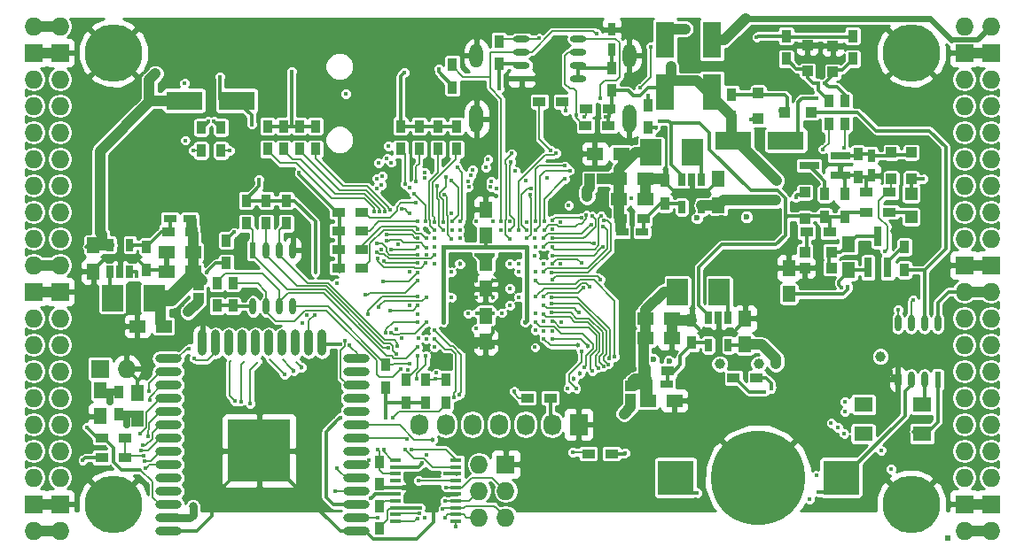
<source format=gbl>
G04 #@! TF.FileFunction,Copper,L4,Bot,Signal*
%FSLAX46Y46*%
G04 Gerber Fmt 4.6, Leading zero omitted, Abs format (unit mm)*
G04 Created by KiCad (PCBNEW 4.0.7+dfsg1-1) date Tue Jan  9 14:20:40 2018*
%MOMM*%
%LPD*%
G01*
G04 APERTURE LIST*
%ADD10C,0.100000*%
%ADD11O,1.727200X1.727200*%
%ADD12R,1.727200X1.727200*%
%ADD13R,0.500000X0.500000*%
%ADD14R,0.900000X1.200000*%
%ADD15R,1.000000X1.000000*%
%ADD16R,1.800000X3.500000*%
%ADD17R,2.000000X2.500000*%
%ADD18R,0.700000X1.200000*%
%ADD19R,1.250000X1.500000*%
%ADD20R,1.500000X1.250000*%
%ADD21R,0.800000X1.900000*%
%ADD22R,1.900000X0.800000*%
%ADD23R,1.200000X0.750000*%
%ADD24R,0.750000X1.200000*%
%ADD25R,1.200000X0.900000*%
%ADD26C,5.500000*%
%ADD27R,1.000000X0.400000*%
%ADD28R,1.727200X2.032000*%
%ADD29O,1.727200X2.032000*%
%ADD30R,3.500000X1.800000*%
%ADD31R,3.500000X3.300000*%
%ADD32C,9.000000*%
%ADD33O,1.300000X2.700000*%
%ADD34O,1.300000X2.300000*%
%ADD35R,0.600000X1.550000*%
%ADD36O,0.600000X1.550000*%
%ADD37R,1.550000X0.600000*%
%ADD38O,1.550000X0.600000*%
%ADD39O,2.500000X0.900000*%
%ADD40O,0.900000X2.500000*%
%ADD41R,6.000000X6.000000*%
%ADD42R,1.800000X1.400000*%
%ADD43R,1.200000X1.200000*%
%ADD44C,0.400000*%
%ADD45C,1.000000*%
%ADD46C,0.600000*%
%ADD47C,0.454000*%
%ADD48C,0.800000*%
%ADD49C,0.700000*%
%ADD50C,0.300000*%
%ADD51C,0.190000*%
%ADD52C,1.000000*%
%ADD53C,0.600000*%
%ADD54C,0.500000*%
%ADD55C,0.800000*%
%ADD56C,0.700000*%
%ADD57C,0.400000*%
%ADD58C,1.500000*%
%ADD59C,0.127000*%
%ADD60C,1.200000*%
%ADD61C,0.200000*%
%ADD62C,0.254000*%
G04 APERTURE END LIST*
D10*
D11*
X97910000Y-62690000D03*
X95370000Y-62690000D03*
D12*
X97910000Y-65230000D03*
X95370000Y-65230000D03*
D11*
X97910000Y-67770000D03*
X95370000Y-67770000D03*
X97910000Y-70310000D03*
X95370000Y-70310000D03*
X97910000Y-72850000D03*
X95370000Y-72850000D03*
X97910000Y-75390000D03*
X95370000Y-75390000D03*
X97910000Y-77930000D03*
X95370000Y-77930000D03*
X97910000Y-80470000D03*
X95370000Y-80470000D03*
X97910000Y-83010000D03*
X95370000Y-83010000D03*
X97910000Y-85550000D03*
X95370000Y-85550000D03*
D12*
X97910000Y-88090000D03*
X95370000Y-88090000D03*
D11*
X97910000Y-90630000D03*
X95370000Y-90630000D03*
X97910000Y-93170000D03*
X95370000Y-93170000D03*
X97910000Y-95710000D03*
X95370000Y-95710000D03*
X97910000Y-98250000D03*
X95370000Y-98250000D03*
X97910000Y-100790000D03*
X95370000Y-100790000D03*
X97910000Y-103330000D03*
X95370000Y-103330000D03*
X97910000Y-105870000D03*
X95370000Y-105870000D03*
D12*
X97910000Y-108410000D03*
X95370000Y-108410000D03*
D11*
X97910000Y-110950000D03*
X95370000Y-110950000D03*
D13*
X182675150Y-111637626D03*
D14*
X103498000Y-99858000D03*
X103498000Y-97658000D03*
D15*
X152393000Y-97142000D03*
X152393000Y-98342000D03*
D16*
X155695000Y-69000000D03*
X155695000Y-64000000D03*
D14*
X154044000Y-72426000D03*
X154044000Y-70226000D03*
D17*
X160870000Y-88090000D03*
X156870000Y-88090000D03*
D18*
X159825000Y-90600000D03*
X160775000Y-90600000D03*
X161725000Y-90600000D03*
X161725000Y-93200000D03*
X159825000Y-93200000D03*
D17*
X102895000Y-88725000D03*
X106895000Y-88725000D03*
D18*
X104575000Y-86215000D03*
X103625000Y-86215000D03*
X102675000Y-86215000D03*
X102675000Y-83615000D03*
X104575000Y-83615000D03*
D17*
X158330000Y-74755000D03*
X154330000Y-74755000D03*
D18*
X157285000Y-77392000D03*
X158235000Y-77392000D03*
X159185000Y-77392000D03*
X159185000Y-79992000D03*
X157285000Y-79992000D03*
D19*
X101085000Y-83665000D03*
X101085000Y-86165000D03*
D20*
X153810000Y-90630000D03*
X156310000Y-90630000D03*
X153810000Y-92535000D03*
X156310000Y-92535000D03*
D19*
X163315000Y-93150000D03*
X163315000Y-90650000D03*
D20*
X151270000Y-79200000D03*
X153770000Y-79200000D03*
X151270000Y-77295000D03*
X153770000Y-77295000D03*
D19*
X160775000Y-79815000D03*
X160775000Y-77315000D03*
D20*
X110590000Y-84280000D03*
X108090000Y-84280000D03*
X110590000Y-86185000D03*
X108090000Y-86185000D03*
D19*
X173221000Y-86038000D03*
X173221000Y-83538000D03*
D21*
X176965000Y-85780000D03*
X175065000Y-85780000D03*
X176015000Y-82780000D03*
D22*
X172435000Y-75075000D03*
X172435000Y-76975000D03*
X169435000Y-76025000D03*
D23*
X153910000Y-96910000D03*
X155810000Y-96910000D03*
X151570000Y-82375000D03*
X153470000Y-82375000D03*
X110290000Y-81105000D03*
X108390000Y-81105000D03*
D24*
X175380000Y-75075000D03*
X175380000Y-76975000D03*
D25*
X169200000Y-82375000D03*
X171400000Y-82375000D03*
D14*
X172840000Y-80935000D03*
X172840000Y-78735000D03*
D25*
X177115000Y-80470000D03*
X174915000Y-80470000D03*
D14*
X174110000Y-74925000D03*
X174110000Y-77125000D03*
X178555000Y-83815000D03*
X178555000Y-86015000D03*
X113785000Y-83180000D03*
X113785000Y-85380000D03*
X170935000Y-80935000D03*
X170935000Y-78735000D03*
X128390000Y-108580000D03*
X128390000Y-110780000D03*
D25*
X150572000Y-103584000D03*
X148372000Y-103584000D03*
X177115000Y-78565000D03*
X174915000Y-78565000D03*
X153760000Y-95640000D03*
X155960000Y-95640000D03*
X110440000Y-82375000D03*
X108240000Y-82375000D03*
X151420000Y-81105000D03*
X153620000Y-81105000D03*
D14*
X158235000Y-90800000D03*
X158235000Y-93000000D03*
X106165000Y-86015000D03*
X106165000Y-83815000D03*
X155695000Y-77465000D03*
X155695000Y-79665000D03*
D25*
X126696000Y-85804000D03*
X124496000Y-85804000D03*
X126696000Y-84026000D03*
X124496000Y-84026000D03*
X126696000Y-82248000D03*
X124496000Y-82248000D03*
X126696000Y-80470000D03*
X124496000Y-80470000D03*
D14*
X130422000Y-74458000D03*
X130422000Y-72258000D03*
X132200000Y-74458000D03*
X132200000Y-72258000D03*
X133978000Y-74458000D03*
X133978000Y-72258000D03*
X135756000Y-74458000D03*
X135756000Y-72258000D03*
D24*
X150589600Y-64910000D03*
X150589600Y-63010000D03*
D11*
X184270000Y-110950000D03*
X186810000Y-110950000D03*
D12*
X184270000Y-108410000D03*
X186810000Y-108410000D03*
D11*
X184270000Y-105870000D03*
X186810000Y-105870000D03*
X184270000Y-103330000D03*
X186810000Y-103330000D03*
X184270000Y-100790000D03*
X186810000Y-100790000D03*
X184270000Y-98250000D03*
X186810000Y-98250000D03*
X184270000Y-95710000D03*
X186810000Y-95710000D03*
X184270000Y-93170000D03*
X186810000Y-93170000D03*
X184270000Y-90630000D03*
X186810000Y-90630000D03*
X184270000Y-88090000D03*
X186810000Y-88090000D03*
D12*
X184270000Y-85550000D03*
X186810000Y-85550000D03*
D11*
X184270000Y-83010000D03*
X186810000Y-83010000D03*
X184270000Y-80470000D03*
X186810000Y-80470000D03*
X184270000Y-77930000D03*
X186810000Y-77930000D03*
X184270000Y-75390000D03*
X186810000Y-75390000D03*
X184270000Y-72850000D03*
X186810000Y-72850000D03*
X184270000Y-70310000D03*
X186810000Y-70310000D03*
X184270000Y-67770000D03*
X186810000Y-67770000D03*
D12*
X184270000Y-65230000D03*
X186810000Y-65230000D03*
D11*
X184270000Y-62690000D03*
X186810000Y-62690000D03*
D26*
X102990000Y-108410000D03*
X179190000Y-108410000D03*
X179190000Y-65230000D03*
X102990000Y-65230000D03*
D14*
X162045000Y-71410000D03*
X162045000Y-69210000D03*
X139820000Y-66330000D03*
X139820000Y-64130000D03*
X135375000Y-68532000D03*
X135375000Y-66332000D03*
X150615000Y-68870000D03*
X150615000Y-66670000D03*
D25*
X150275000Y-72215000D03*
X148075000Y-72215000D03*
X150380000Y-70600000D03*
X148180000Y-70600000D03*
D27*
X135735000Y-104215000D03*
X135735000Y-104865000D03*
X135735000Y-105515000D03*
X135735000Y-106165000D03*
X135735000Y-106815000D03*
X135735000Y-107465000D03*
X135735000Y-108115000D03*
X135735000Y-108765000D03*
X135735000Y-109415000D03*
X135735000Y-110065000D03*
X129935000Y-110065000D03*
X129935000Y-109415000D03*
X129935000Y-108765000D03*
X129935000Y-108115000D03*
X129935000Y-107465000D03*
X129935000Y-106815000D03*
X129935000Y-106165000D03*
X129935000Y-105515000D03*
X129935000Y-104865000D03*
X129935000Y-104215000D03*
D14*
X119500000Y-79370000D03*
X119500000Y-81570000D03*
X114420000Y-89444000D03*
X114420000Y-87244000D03*
X129025000Y-97275000D03*
X129025000Y-95075000D03*
X117595000Y-79370000D03*
X117595000Y-81570000D03*
X112896000Y-89444000D03*
X112896000Y-87244000D03*
X115690000Y-79370000D03*
X115690000Y-81570000D03*
D25*
X144730000Y-98250000D03*
X142530000Y-98250000D03*
D14*
X132835000Y-98715000D03*
X132835000Y-96515000D03*
X130930000Y-98715000D03*
X130930000Y-96515000D03*
D25*
X101890000Y-103965000D03*
X104090000Y-103965000D03*
D12*
X101720000Y-95456000D03*
D11*
X104260000Y-95456000D03*
D25*
X104090000Y-102060000D03*
X101890000Y-102060000D03*
D19*
X167506000Y-88324000D03*
X167506000Y-85824000D03*
D25*
X164415000Y-96345000D03*
X162215000Y-96345000D03*
D14*
X167252000Y-65822000D03*
X167252000Y-63622000D03*
D12*
X140455000Y-104600000D03*
D11*
X137915000Y-104600000D03*
X140455000Y-107140000D03*
X137915000Y-107140000D03*
X140455000Y-109680000D03*
X137915000Y-109680000D03*
D19*
X138550000Y-90396000D03*
X138550000Y-92896000D03*
X138550000Y-82736000D03*
X138550000Y-80236000D03*
X138550000Y-85316000D03*
X138550000Y-87816000D03*
X101720000Y-97508000D03*
X101720000Y-100008000D03*
D14*
X113277000Y-74585000D03*
X113277000Y-72385000D03*
X111372000Y-74585000D03*
X111372000Y-72385000D03*
X172840000Y-72045000D03*
X172840000Y-69845000D03*
X171316000Y-72045000D03*
X171316000Y-69845000D03*
D28*
X147440000Y-100790000D03*
D29*
X144900000Y-100790000D03*
X142360000Y-100790000D03*
X139820000Y-100790000D03*
X137280000Y-100790000D03*
X134740000Y-100790000D03*
X132200000Y-100790000D03*
D19*
X105276000Y-100262000D03*
X105276000Y-97762000D03*
D30*
X109761000Y-69802000D03*
X114761000Y-69802000D03*
X167212000Y-73612000D03*
X162212000Y-73612000D03*
D16*
X160140000Y-64000000D03*
X160140000Y-69000000D03*
D20*
X154064000Y-98504000D03*
X156564000Y-98504000D03*
X107796000Y-91392000D03*
X105296000Y-91392000D03*
X151484000Y-74882000D03*
X148984000Y-74882000D03*
D14*
X173602000Y-65822000D03*
X173602000Y-63622000D03*
X134740000Y-96515000D03*
X134740000Y-98715000D03*
D31*
X172485000Y-105870000D03*
X156685000Y-105870000D03*
D32*
X164585000Y-105870000D03*
D15*
X169284000Y-66988000D03*
X169284000Y-64488000D03*
X171697000Y-67081000D03*
X171697000Y-64581000D03*
X169050000Y-84280000D03*
X171550000Y-84280000D03*
X169030000Y-81085000D03*
X169030000Y-78585000D03*
X171550000Y-85804000D03*
X169050000Y-85804000D03*
X179190000Y-77275000D03*
X179190000Y-74775000D03*
X177285000Y-74775000D03*
X177285000Y-77275000D03*
X167145000Y-70945000D03*
X169645000Y-70945000D03*
X164585000Y-69060000D03*
X164585000Y-71560000D03*
X111118000Y-87490000D03*
X111118000Y-88690000D03*
X149691000Y-77295000D03*
X148491000Y-77295000D03*
D14*
X128390000Y-106546000D03*
X128390000Y-104346000D03*
X117722000Y-74458000D03*
X117722000Y-72258000D03*
X119246000Y-74458000D03*
X119246000Y-72258000D03*
X120770000Y-74458000D03*
X120770000Y-72258000D03*
X122294000Y-74458000D03*
X122294000Y-72258000D03*
D25*
X145880000Y-69900000D03*
X143680000Y-69900000D03*
D33*
X152280000Y-71550000D03*
X137680000Y-71550000D03*
D34*
X137680000Y-65500000D03*
X152280000Y-65500000D03*
D35*
X181730000Y-96505000D03*
D36*
X180460000Y-96505000D03*
X179190000Y-96505000D03*
X177920000Y-96505000D03*
X177920000Y-91105000D03*
X179190000Y-91105000D03*
X180460000Y-91105000D03*
X181730000Y-91105000D03*
D37*
X141980000Y-67706500D03*
D38*
X141980000Y-66436500D03*
X141980000Y-65166500D03*
X141980000Y-63896500D03*
X147380000Y-63896500D03*
X147380000Y-65166500D03*
X147380000Y-66436500D03*
X147380000Y-67706500D03*
D35*
X116325000Y-84120000D03*
D36*
X117595000Y-84120000D03*
X118865000Y-84120000D03*
X120135000Y-84120000D03*
X120135000Y-89520000D03*
X118865000Y-89520000D03*
X117595000Y-89520000D03*
X116325000Y-89520000D03*
D39*
X126230000Y-111000000D03*
X126230000Y-109730000D03*
X126230000Y-108460000D03*
X126230000Y-107190000D03*
X126230000Y-105920000D03*
X126230000Y-104650000D03*
X126230000Y-103380000D03*
X126230000Y-102110000D03*
X126230000Y-100840000D03*
X126230000Y-99570000D03*
X126230000Y-98300000D03*
X126230000Y-97030000D03*
X126230000Y-95760000D03*
X126230000Y-94490000D03*
D40*
X122945000Y-93000000D03*
X121675000Y-93000000D03*
X120405000Y-93000000D03*
X119135000Y-93000000D03*
X117865000Y-93000000D03*
X116595000Y-93000000D03*
X115325000Y-93000000D03*
X114055000Y-93000000D03*
X112785000Y-93000000D03*
X111515000Y-93000000D03*
D39*
X108230000Y-94490000D03*
X108230000Y-95760000D03*
X108230000Y-97030000D03*
X108230000Y-98300000D03*
X108230000Y-99570000D03*
X108230000Y-100840000D03*
X108230000Y-102110000D03*
X108230000Y-103380000D03*
X108230000Y-104650000D03*
X108230000Y-105920000D03*
X108230000Y-107190000D03*
X108230000Y-108460000D03*
X108230000Y-109730000D03*
X108230000Y-111000000D03*
D41*
X116930000Y-103300000D03*
D42*
X180212000Y-98882000D03*
X174612000Y-98882000D03*
X174612000Y-101682000D03*
X180212000Y-101682000D03*
D43*
X179190000Y-78735000D03*
X179190000Y-80935000D03*
D44*
X144103496Y-84660400D03*
D45*
X177658444Y-82281349D03*
D44*
X145680000Y-81405125D03*
X145691238Y-94166752D03*
X145759873Y-91010176D03*
D46*
X152525938Y-81463870D03*
D45*
X162956098Y-95078488D03*
X158539988Y-94868772D03*
D46*
X161075765Y-80992022D03*
X164882869Y-80938986D03*
X156262773Y-81349374D03*
X123437000Y-108972000D03*
D44*
X132871770Y-84533979D03*
X132862998Y-82124544D03*
X131278306Y-86213101D03*
X135281276Y-80583119D03*
X131279502Y-89407325D03*
X170309539Y-85441529D03*
X145672808Y-85396062D03*
X133216000Y-107465000D03*
X137680000Y-88600000D03*
X142480000Y-95000000D03*
X141680000Y-92600000D03*
X140836000Y-84534000D03*
X135284627Y-94985297D03*
X135288625Y-94225619D03*
X134455822Y-94267172D03*
X136095958Y-93369652D03*
D47*
X139264636Y-91615205D03*
D45*
X116880503Y-64802940D03*
X106974809Y-64953974D03*
X175210328Y-64948943D03*
X165417246Y-64954666D03*
D44*
X175495631Y-71457432D03*
X177285000Y-95710000D03*
X140880000Y-81400000D03*
X136085174Y-89394826D03*
X140874194Y-91433353D03*
X142480000Y-94200000D03*
X140880000Y-93400000D03*
X139280000Y-93400000D03*
X137680000Y-93400000D03*
X136880000Y-92600000D03*
X135280000Y-92600000D03*
X132880000Y-91800000D03*
X132880000Y-93400000D03*
D47*
X141042859Y-86994997D03*
X139280000Y-87000000D03*
X136110990Y-86995403D03*
X137680000Y-87000000D03*
X136080000Y-84600000D03*
X139280000Y-88600000D03*
D45*
X101707889Y-82423180D03*
X107021491Y-67228122D03*
X166284693Y-95025145D03*
X166248957Y-79348409D03*
X166343357Y-77477990D03*
D44*
X172564535Y-87722010D03*
X150030853Y-71331848D03*
D45*
X156235582Y-66548363D03*
X157600000Y-62944000D03*
D44*
X114513935Y-82409431D03*
X116912932Y-77355158D03*
X109760378Y-68177900D03*
X109840000Y-73620000D03*
X132110753Y-92527478D03*
X113658000Y-89360000D03*
X165803369Y-97344883D03*
D45*
X148237462Y-79019093D03*
D44*
X148271935Y-77558071D03*
D45*
X160905403Y-95006436D03*
D46*
X158731133Y-81048929D03*
X154593901Y-94607945D03*
X156088245Y-94762980D03*
D45*
X164625730Y-94982471D03*
D46*
X163462982Y-80942429D03*
D45*
X176254940Y-94288458D03*
D48*
X110593913Y-108636458D03*
D44*
X180340784Y-77316932D03*
X173137949Y-87594275D03*
D49*
X102710050Y-98594954D03*
D44*
X154794000Y-72426000D03*
X129005202Y-100174798D03*
X137659051Y-91638034D03*
X139820000Y-68665673D03*
X172834633Y-99599920D03*
X172879922Y-98618650D03*
X176305593Y-103279812D03*
X164433885Y-63737451D03*
X134079160Y-66786153D03*
X100080000Y-104200000D03*
X135273306Y-88618602D03*
X139272517Y-84611349D03*
X137680556Y-84534085D03*
X141680000Y-86200000D03*
X135280000Y-86200000D03*
X132880000Y-92600000D03*
X141680000Y-88600000D03*
X141680000Y-85400000D03*
X129983242Y-91668979D03*
X121431221Y-90311593D03*
X130566572Y-92512084D03*
X121041200Y-91125073D03*
X146394787Y-97333919D03*
X143300000Y-86220000D03*
X147175985Y-97333919D03*
X147700000Y-93820000D03*
X144900000Y-91820000D03*
X142277990Y-91000000D03*
D45*
X110128890Y-90028152D03*
D44*
X142480000Y-83800000D03*
X134480000Y-83800000D03*
X134480000Y-91000000D03*
X105245010Y-86595559D03*
X125193541Y-69156848D03*
X155149360Y-71764535D03*
X170182962Y-69571012D03*
X170362901Y-107286196D03*
X158716651Y-107325176D03*
X136028224Y-97922729D03*
X128216338Y-109760338D03*
X132708000Y-109680000D03*
X134750646Y-106810513D03*
X133680000Y-91800000D03*
X135517016Y-98167170D03*
X134675868Y-108131585D03*
D47*
X133449289Y-102232615D03*
D44*
X133680000Y-92600000D03*
X132936956Y-103711000D03*
X127385678Y-104203668D03*
X133685482Y-93402296D03*
X134463998Y-108841973D03*
X131986331Y-96404793D03*
X131039072Y-102187000D03*
X134636872Y-109719950D03*
X132846234Y-94197073D03*
X176700000Y-84220000D03*
X143260000Y-84620000D03*
X120739932Y-76694083D03*
X130761990Y-67119621D03*
X147186000Y-71200000D03*
X147983153Y-71347080D03*
X149475951Y-69619684D03*
X153297112Y-68608292D03*
X177926984Y-89812061D03*
X154329326Y-64643767D03*
X152497066Y-79193467D03*
X146481406Y-79819384D03*
X143650666Y-63862520D03*
X179351513Y-88868327D03*
X149134122Y-63424051D03*
X140035989Y-81400000D03*
X116077826Y-98825378D03*
X128776655Y-87127857D03*
X132083026Y-86260405D03*
X119350742Y-96005166D03*
D47*
X120203811Y-95638601D03*
X120973581Y-95317151D03*
D44*
X116198000Y-72088000D03*
X127586603Y-107875044D03*
X113157250Y-67567056D03*
X146180000Y-70800000D03*
X131453853Y-103208291D03*
X149771692Y-81825658D03*
X144080000Y-86200000D03*
X149533922Y-86909940D03*
X144894316Y-86977564D03*
X144896700Y-83835368D03*
X149549750Y-80868432D03*
D47*
X147343891Y-93217126D03*
D44*
X144113248Y-92588762D03*
X144875155Y-86292748D03*
X149846468Y-81303978D03*
X148696112Y-80861847D03*
X144916886Y-82991356D03*
D47*
X148349010Y-93322307D03*
D44*
X144882352Y-92577990D03*
X144902941Y-90956495D03*
X148747982Y-95669626D03*
X144867244Y-90112484D03*
X149795895Y-95251084D03*
X144855814Y-89268481D03*
X150278898Y-95040253D03*
X150345974Y-94517527D03*
X144877648Y-88622010D03*
X150889207Y-94332565D03*
X143280000Y-87000000D03*
X131084713Y-95564177D03*
X130135246Y-93288711D03*
X130422000Y-95456000D03*
X131316164Y-94959140D03*
X129978307Y-94019141D03*
X132031990Y-93400000D03*
X129222210Y-93441046D03*
X141280657Y-97642010D03*
X133852393Y-95875797D03*
X133762848Y-96395146D03*
X132080000Y-94200000D03*
X128622659Y-84064643D03*
X105895603Y-103765816D03*
X129449238Y-89873934D03*
X130839486Y-103208291D03*
X132075624Y-89410644D03*
X128806823Y-103185900D03*
X128312094Y-89556924D03*
X132162861Y-106185868D03*
X132880000Y-88600000D03*
X127040053Y-88426410D03*
X124322162Y-105002357D03*
X132080000Y-87000000D03*
X125525099Y-93236764D03*
X124202418Y-107207639D03*
X110599084Y-74589383D03*
X132024412Y-109766775D03*
X114104080Y-74612196D03*
X132219727Y-109277292D03*
X115165033Y-98598050D03*
X131847310Y-79589886D03*
X132080000Y-81400000D03*
X132080007Y-82103333D03*
X132872609Y-82968555D03*
X133627359Y-81414685D03*
X133648389Y-82190597D03*
X131923295Y-77584853D03*
X130856828Y-77786820D03*
X129533728Y-91985990D03*
X132880000Y-91000000D03*
X129006717Y-91985990D03*
X132077648Y-90977990D03*
X131275302Y-80595752D03*
X130489904Y-80167235D03*
X128823114Y-85153560D03*
X132072985Y-85377990D03*
X134476508Y-82180155D03*
X133942383Y-77980766D03*
X163908850Y-71651861D03*
X135656559Y-110610712D03*
X132468001Y-104503413D03*
X146844288Y-103452739D03*
D49*
X104260000Y-100790000D03*
D44*
X114604320Y-98573680D03*
X111895217Y-86253790D03*
X165170594Y-97666317D03*
X170157734Y-105666345D03*
X169506589Y-107953726D03*
X170735900Y-74464979D03*
X143257990Y-83000000D03*
X168166438Y-79108038D03*
X151896383Y-103510715D03*
X112614274Y-71803529D03*
X112074854Y-71810535D03*
X143269694Y-93414905D03*
X177274002Y-105079115D03*
X172761273Y-101651681D03*
X143280000Y-91800000D03*
X172193360Y-101105663D03*
X144064831Y-91877646D03*
X144080000Y-90956495D03*
X171540304Y-100645743D03*
X135320520Y-82196441D03*
X129493343Y-75737814D03*
X136080000Y-82200000D03*
X129125079Y-75315804D03*
X136080000Y-83000000D03*
X129252218Y-74142461D03*
X142377451Y-77497451D03*
X172746637Y-74347988D03*
X143280000Y-83800000D03*
X170300000Y-68151000D03*
X170950000Y-68125562D03*
X125110333Y-92787995D03*
X122207049Y-90299314D03*
X132082956Y-90210779D03*
X124361185Y-87274371D03*
X124361184Y-87274370D03*
X182675150Y-111637626D03*
X166678914Y-70803555D03*
X124658025Y-100155000D03*
X129660000Y-100155000D03*
X127308270Y-90221456D03*
X132084049Y-88558274D03*
X128280000Y-103200000D03*
X120008000Y-67008000D03*
X133680000Y-83000000D03*
X129457990Y-80285112D03*
X133680000Y-83800000D03*
X128943593Y-80399729D03*
X130204628Y-83599483D03*
X128416582Y-80399850D03*
X127889625Y-80407426D03*
X133680000Y-85400000D03*
X144780000Y-74590382D03*
X124681087Y-93093755D03*
X137689001Y-90122990D03*
D45*
X151758000Y-99774000D03*
D44*
X136885174Y-90194826D03*
X140094890Y-90122990D03*
X139280000Y-90122990D03*
X140880000Y-89400000D03*
X140880000Y-87800000D03*
X140880000Y-85400000D03*
D47*
X136080000Y-85400000D03*
D44*
X128333179Y-75769807D03*
X134613000Y-78819000D03*
X135280000Y-83022010D03*
X154052298Y-69302298D03*
X100450000Y-101044000D03*
X132285867Y-108754446D03*
X134707351Y-105508447D03*
X139280000Y-81400000D03*
X139578623Y-78205862D03*
X139034115Y-78040948D03*
X139046749Y-77514088D03*
X138580000Y-76200000D03*
X138779198Y-75400762D03*
X137680000Y-81400000D03*
X137308732Y-76415018D03*
X137106948Y-76979922D03*
X136859538Y-77550820D03*
X136922059Y-78097889D03*
X136096392Y-81395070D03*
X135830698Y-76200613D03*
X135315381Y-81391918D03*
X135280062Y-77463305D03*
X134471370Y-81406751D03*
X134758050Y-77130140D03*
D47*
X146942280Y-96452058D03*
X147534467Y-95913260D03*
D44*
X147928857Y-95339016D03*
X143322010Y-91000657D03*
X149284391Y-95377990D03*
X144077013Y-90266968D03*
X147430953Y-90112484D03*
X144076240Y-89395301D03*
X143322010Y-90201951D03*
X147910791Y-87683418D03*
X144082832Y-88584510D03*
X143322010Y-88595030D03*
X148483539Y-87608166D03*
X144102010Y-85397219D03*
X144889349Y-85448737D03*
X147687390Y-85374093D03*
X149732494Y-83807694D03*
X144912409Y-84635817D03*
X148921512Y-83442010D03*
X144103186Y-83777990D03*
X148610661Y-81705858D03*
X144102010Y-83000000D03*
X144888125Y-82147345D03*
X148175253Y-80781550D03*
X144125486Y-82186468D03*
X147688311Y-80983115D03*
X144880008Y-81303333D03*
X142841210Y-78784254D03*
X142473549Y-82998913D03*
X142864275Y-78217369D03*
X142437464Y-82181475D03*
X146089079Y-77300571D03*
X144144931Y-81387081D03*
X144394875Y-77219934D03*
X146577729Y-76500816D03*
X143281475Y-82206074D03*
X146130802Y-76060132D03*
X143300920Y-81377293D03*
X145255695Y-74817220D03*
X141662690Y-82207782D03*
X142456909Y-81405800D03*
X140030954Y-82200000D03*
X141342967Y-76554996D03*
X141046643Y-74873804D03*
X140864029Y-83041403D03*
X140874966Y-82177164D03*
X140980062Y-75681941D03*
X132761172Y-77202673D03*
X132737245Y-76676207D03*
X128644933Y-77050030D03*
X128152012Y-77257840D03*
X128125571Y-78233647D03*
X110718734Y-94451783D03*
X128590544Y-77894041D03*
X110249038Y-93533767D03*
X106368514Y-97598098D03*
X131253134Y-78134216D03*
X106477197Y-98487772D03*
X131709326Y-78745875D03*
X132783339Y-81400004D03*
X132079024Y-82984045D03*
X129109095Y-82655074D03*
X105572759Y-101661319D03*
X106276126Y-101893466D03*
X132880889Y-83897835D03*
X129054383Y-83179239D03*
X129487667Y-84079929D03*
X132083682Y-83828056D03*
X105813763Y-102819336D03*
X128165458Y-83509725D03*
X132062099Y-84533979D03*
X105627254Y-103312241D03*
X128182016Y-84353737D03*
X105992720Y-104283802D03*
X133671942Y-84595200D03*
X128207686Y-84880123D03*
X106088753Y-104974041D03*
X132834641Y-85377990D03*
D50*
X155822000Y-83645000D02*
X155822000Y-81790147D01*
X155822000Y-81790147D02*
X156262773Y-81349374D01*
X153039876Y-83645000D02*
X155822000Y-83645000D01*
X152525938Y-83131062D02*
X153039876Y-83645000D01*
X152525938Y-81463870D02*
X152525938Y-83131062D01*
D51*
X138029000Y-66332000D02*
X138115000Y-66246000D01*
D50*
X133415999Y-107664999D02*
X133216000Y-107465000D01*
X133612013Y-107861013D02*
X133415999Y-107664999D01*
X131991648Y-111780338D02*
X133612013Y-110159973D01*
X127810434Y-111780338D02*
X131991648Y-111780338D01*
X133612013Y-110159973D02*
X133612013Y-107861013D01*
X127060434Y-111030338D02*
X127810434Y-111780338D01*
X126260434Y-111030338D02*
X127060434Y-111030338D01*
D52*
X184270000Y-108410000D02*
X186810000Y-108410000D01*
X184270000Y-85550000D02*
X186810000Y-85550000D01*
X184270000Y-65230000D02*
X186810000Y-65230000D01*
X95370000Y-65230000D02*
X97910000Y-65230000D01*
X95370000Y-88090000D02*
X97910000Y-88090000D01*
X95370000Y-108410000D02*
X97910000Y-108410000D01*
D50*
X108260434Y-111030338D02*
X109060434Y-111030338D01*
X109060434Y-111030338D02*
X109140772Y-110950000D01*
X110957617Y-110950000D02*
X112380000Y-109527617D01*
X109140772Y-110950000D02*
X110957617Y-110950000D01*
X112380000Y-109527617D02*
X112380000Y-107854384D01*
X112380000Y-107854384D02*
X116904046Y-103330338D01*
X116904046Y-103330338D02*
X116960434Y-103330338D01*
X167506000Y-85824000D02*
X169927068Y-85824000D01*
X169927068Y-85824000D02*
X170109540Y-85641528D01*
X170109540Y-85641528D02*
X170309539Y-85441529D01*
X104260000Y-95456000D02*
X105276000Y-96472000D01*
X105276000Y-96472000D02*
X105276000Y-97762000D01*
X133216000Y-107465000D02*
X132214478Y-107465000D01*
X135735000Y-107465000D02*
X133216000Y-107465000D01*
X132214478Y-107465000D02*
X131572496Y-106823018D01*
X131572496Y-106823018D02*
X129919874Y-106823018D01*
X126260434Y-111030338D02*
X124660659Y-111030338D01*
X124660659Y-111030338D02*
X116960659Y-103330338D01*
X116960659Y-103330338D02*
X116960434Y-103330338D01*
X129935000Y-106815000D02*
X128659000Y-106815000D01*
X128659000Y-106815000D02*
X128390000Y-106546000D01*
X128390000Y-106546000D02*
X128558000Y-106546000D01*
X136126306Y-93400000D02*
X136095958Y-93369652D01*
X136880000Y-92600000D02*
X136110348Y-93369652D01*
X136049652Y-93369652D02*
X136095958Y-93369652D01*
X137680000Y-93400000D02*
X136126306Y-93400000D01*
X135280000Y-92600000D02*
X136049652Y-93369652D01*
X136110348Y-93369652D02*
X136095958Y-93369652D01*
X139264636Y-92054364D02*
X139264636Y-91936231D01*
X139264636Y-91936231D02*
X139264636Y-91615205D01*
X138550000Y-92769000D02*
X139264636Y-92054364D01*
X136880000Y-92600000D02*
X137680000Y-93400000D01*
X136880000Y-92600000D02*
X138381000Y-92600000D01*
X138381000Y-92600000D02*
X138550000Y-92769000D01*
X135280000Y-92600000D02*
X136880000Y-92600000D01*
X138550000Y-92769000D02*
X138649000Y-92769000D01*
X138649000Y-92769000D02*
X139280000Y-93400000D01*
X138550000Y-92769000D02*
X138311000Y-92769000D01*
X138311000Y-92769000D02*
X137680000Y-93400000D01*
X175042385Y-64781000D02*
X175210328Y-64948943D01*
X171697000Y-64781000D02*
X175042385Y-64781000D01*
X165683912Y-64688000D02*
X165417246Y-64954666D01*
X169284000Y-64688000D02*
X165683912Y-64688000D01*
X169284000Y-64688000D02*
X171604000Y-64688000D01*
X171604000Y-64688000D02*
X171697000Y-64781000D01*
X177285000Y-95710000D02*
X177285000Y-95964000D01*
X177285000Y-95964000D02*
X177920000Y-96599000D01*
X102210000Y-84915000D02*
X103625000Y-84915000D01*
X103625000Y-84915000D02*
X105215000Y-84915000D01*
X103625000Y-86215000D02*
X103625000Y-84915000D01*
X105215000Y-84915000D02*
X106165000Y-85865000D01*
X106165000Y-85865000D02*
X106165000Y-86015000D01*
X101085000Y-86165000D02*
X101085000Y-86040000D01*
X101085000Y-86040000D02*
X102210000Y-84915000D01*
X106165000Y-86015000D02*
X107920000Y-86015000D01*
X107920000Y-86015000D02*
X108090000Y-86185000D01*
D52*
X153770000Y-77295000D02*
X155525000Y-77295000D01*
D50*
X155525000Y-77295000D02*
X155695000Y-77465000D01*
D52*
X153770000Y-79200000D02*
X153770000Y-77295000D01*
D50*
X174110000Y-77125000D02*
X174745000Y-77125000D01*
X174745000Y-77125000D02*
X175230000Y-77125000D01*
X174915000Y-78565000D02*
X174915000Y-77295000D01*
X174915000Y-77295000D02*
X174745000Y-77125000D01*
X172840000Y-78735000D02*
X172840000Y-77380000D01*
X172840000Y-77380000D02*
X172435000Y-76975000D01*
X175230000Y-77125000D02*
X175380000Y-76975000D01*
X172435000Y-76975000D02*
X173960000Y-76975000D01*
X173960000Y-76975000D02*
X174110000Y-77125000D01*
X137680000Y-86200000D02*
X137680000Y-86600000D01*
X136080000Y-84600000D02*
X137680000Y-86200000D01*
X159850000Y-78365000D02*
X158235000Y-78365000D01*
X158235000Y-78365000D02*
X156445000Y-78365000D01*
X158235000Y-77235000D02*
X158235000Y-78365000D01*
X160775000Y-77315000D02*
X160775000Y-77440000D01*
X160775000Y-77440000D02*
X159850000Y-78365000D01*
X156445000Y-78365000D02*
X155695000Y-77615000D01*
X155695000Y-77615000D02*
X155695000Y-77465000D01*
D52*
X156310000Y-90630000D02*
X156310000Y-92535000D01*
X158235000Y-90800000D02*
X156480000Y-90800000D01*
D50*
X156480000Y-90800000D02*
X156310000Y-90630000D01*
X163315000Y-90650000D02*
X163315000Y-90834602D01*
X163315000Y-90834602D02*
X162249602Y-91900000D01*
X162249602Y-91900000D02*
X160775000Y-91900000D01*
X101085000Y-86165000D02*
X101085000Y-85929893D01*
X106165000Y-85944374D02*
X106165000Y-86015000D01*
X159185000Y-91900000D02*
X160775000Y-91900000D01*
X160775000Y-90600000D02*
X160775000Y-91900000D01*
X158235000Y-90800000D02*
X158235000Y-90950000D01*
X158235000Y-90950000D02*
X159185000Y-91900000D01*
X108090000Y-84280000D02*
X108090000Y-86185000D01*
X107625000Y-84745000D02*
X108090000Y-84280000D01*
X108070000Y-84260000D02*
X108090000Y-84280000D01*
X141037856Y-87000000D02*
X141042859Y-86994997D01*
X139280000Y-87000000D02*
X141037856Y-87000000D01*
X136432016Y-86995403D02*
X136110990Y-86995403D01*
X137284597Y-86995403D02*
X136432016Y-86995403D01*
X137680000Y-86600000D02*
X137284597Y-86995403D01*
X137680000Y-86600000D02*
X137680000Y-87000000D01*
D52*
X101707889Y-74640111D02*
X101707889Y-81716074D01*
X106407114Y-69940886D02*
X101707889Y-74640111D01*
D50*
X101733051Y-82423180D02*
X101707889Y-82423180D01*
D52*
X101707889Y-81716074D02*
X101707889Y-82423180D01*
D50*
X101913492Y-82603621D02*
X101733051Y-82423180D01*
D52*
X106407114Y-69940886D02*
X106407114Y-67842499D01*
X106521492Y-67728121D02*
X107021491Y-67228122D01*
X106407114Y-67842499D02*
X106521492Y-67728121D01*
X166284693Y-94494693D02*
X166284693Y-95025145D01*
X164940000Y-93150000D02*
X166284693Y-94494693D01*
X163315000Y-93150000D02*
X164940000Y-93150000D01*
X165541851Y-79348409D02*
X166248957Y-79348409D01*
X161241591Y-79348409D02*
X165541851Y-79348409D01*
X160790000Y-79800000D02*
X161241591Y-79348409D01*
D50*
X150615000Y-68870000D02*
X152180000Y-68870000D01*
X153331001Y-69348999D02*
X152658999Y-69348999D01*
X152658999Y-69348999D02*
X152180000Y-68870000D01*
X154087002Y-68592998D02*
X155287998Y-68592998D01*
X153331001Y-69348999D02*
X154087002Y-68592998D01*
X155287998Y-68592998D02*
X155695000Y-69000000D01*
D52*
X162045000Y-71410000D02*
X162045000Y-73179633D01*
X162045000Y-73179633D02*
X165843358Y-76977991D01*
X165843358Y-76977991D02*
X166343357Y-77477990D01*
D50*
X101085000Y-83665000D02*
X101684316Y-83665000D01*
X101684316Y-83665000D02*
X101913492Y-83435824D01*
D52*
X101913492Y-83435824D02*
X101913492Y-82603621D01*
D50*
X172296000Y-87453475D02*
X172364536Y-87522011D01*
X172364536Y-87522011D02*
X172564535Y-87722010D01*
X172296000Y-87088000D02*
X172296000Y-87453475D01*
X173221000Y-86038000D02*
X173221000Y-86163000D01*
X173221000Y-86163000D02*
X172296000Y-87088000D01*
X150275000Y-71465000D02*
X150380000Y-71360000D01*
X150380000Y-71360000D02*
X150380000Y-70600000D01*
X150615000Y-70935000D02*
X150615000Y-69995990D01*
X150615000Y-69995990D02*
X150615000Y-68870000D01*
X150313695Y-71331848D02*
X150030853Y-71331848D01*
X150141848Y-71331848D02*
X150030853Y-71331848D01*
X150275000Y-71465000D02*
X150141848Y-71331848D01*
X150275000Y-72215000D02*
X150275000Y-71465000D01*
X160140000Y-69000000D02*
X160140000Y-69850000D01*
X160140000Y-69850000D02*
X161700000Y-71410000D01*
D52*
X156235582Y-67716832D02*
X156235582Y-66548363D01*
X158681338Y-67896338D02*
X156415088Y-67896338D01*
X156415088Y-67896338D02*
X156235582Y-67716832D01*
D50*
X156235582Y-66578582D02*
X156235582Y-66548363D01*
X110610000Y-69548000D02*
X110610000Y-69802000D01*
D52*
X109975000Y-69802000D02*
X106546000Y-69802000D01*
X106546000Y-69802000D02*
X106419000Y-69929000D01*
X106419000Y-69929000D02*
X106407114Y-69940886D01*
D50*
X106419000Y-69675000D02*
X106419000Y-69929000D01*
X100572432Y-83665000D02*
X100424079Y-83813353D01*
X101085000Y-83665000D02*
X100572432Y-83665000D01*
X160790000Y-79800000D02*
X160775000Y-79815000D01*
X160775000Y-79940000D02*
X160775000Y-79815000D01*
X164925000Y-93150000D02*
X164240000Y-93150000D01*
X164240000Y-93150000D02*
X163315000Y-93150000D01*
X101085000Y-83665000D02*
X101085000Y-83790000D01*
D52*
X159185000Y-79835000D02*
X160755000Y-79835000D01*
D50*
X160755000Y-79835000D02*
X160775000Y-79815000D01*
X161725000Y-93200000D02*
X163265000Y-93200000D01*
X163265000Y-93200000D02*
X163315000Y-93150000D01*
X173221000Y-86038000D02*
X174807000Y-86038000D01*
X174807000Y-86038000D02*
X175065000Y-85780000D01*
D52*
X101085000Y-83665000D02*
X102625000Y-83665000D01*
D50*
X102625000Y-83665000D02*
X102675000Y-83615000D01*
X161700000Y-71410000D02*
X162045000Y-71410000D01*
D52*
X162045000Y-71410000D02*
X162045000Y-71260000D01*
X162045000Y-71260000D02*
X158681338Y-67896338D01*
D50*
X162045000Y-71753000D02*
X162045000Y-71410000D01*
X155695000Y-64000000D02*
X155695000Y-63368337D01*
X155695000Y-63368337D02*
X156119337Y-62944000D01*
D52*
X156119337Y-62944000D02*
X157600000Y-62944000D01*
X160140000Y-64000000D02*
X161340000Y-64000000D01*
X161340000Y-64000000D02*
X163399217Y-61940783D01*
D53*
X163399217Y-61940783D02*
X180980783Y-61940783D01*
D54*
X185540000Y-63960000D02*
X186810000Y-62690000D01*
D53*
X180980783Y-61940783D02*
X183000000Y-63960000D01*
D54*
X183000000Y-63960000D02*
X185540000Y-63960000D01*
D50*
X113785000Y-83138366D02*
X114313936Y-82609430D01*
X113785000Y-83180000D02*
X113785000Y-83138366D01*
X114313936Y-82609430D02*
X114513935Y-82409431D01*
X116912932Y-77638000D02*
X116912932Y-77355158D01*
X116912932Y-77997068D02*
X116912932Y-77638000D01*
X115690000Y-79220000D02*
X116912932Y-77997068D01*
X115690000Y-79370000D02*
X115690000Y-79220000D01*
X112896000Y-89444000D02*
X113574000Y-89444000D01*
X113574000Y-89444000D02*
X113658000Y-89360000D01*
X114420000Y-89444000D02*
X113742000Y-89444000D01*
X113742000Y-89444000D02*
X113658000Y-89360000D01*
X112856637Y-89483363D02*
X112896000Y-89444000D01*
X179190000Y-78735000D02*
X179190000Y-77275000D01*
X165803369Y-96833369D02*
X165803369Y-97062041D01*
X165315000Y-96345000D02*
X165803369Y-96833369D01*
X165803369Y-97062041D02*
X165803369Y-97344883D01*
X164415000Y-96345000D02*
X165315000Y-96345000D01*
D52*
X148202000Y-78413082D02*
X148202454Y-78413536D01*
D50*
X148491000Y-77295000D02*
X148491000Y-77339006D01*
X148491000Y-77339006D02*
X148471934Y-77358072D01*
X148471934Y-77358072D02*
X148271935Y-77558071D01*
X148202000Y-78022023D02*
X148271935Y-77952088D01*
X148271935Y-77952088D02*
X148271935Y-77840913D01*
D52*
X148202454Y-78413536D02*
X148202454Y-78984085D01*
X148202454Y-78984085D02*
X148237462Y-79019093D01*
D50*
X148271935Y-77840913D02*
X148271935Y-77558071D01*
D55*
X110593913Y-109202143D02*
X110593913Y-108636458D01*
X110593913Y-109476859D02*
X110593913Y-109202143D01*
X110310434Y-109760338D02*
X110593913Y-109476859D01*
X108260434Y-109760338D02*
X110310434Y-109760338D01*
D50*
X179190000Y-77075000D02*
X179431932Y-77316932D01*
X179431932Y-77316932D02*
X180057942Y-77316932D01*
X180057942Y-77316932D02*
X180340784Y-77316932D01*
D52*
X184270000Y-110950000D02*
X186810000Y-110950000D01*
X184270000Y-88090000D02*
X186810000Y-88090000D01*
X95370000Y-62690000D02*
X97910000Y-62690000D01*
X95370000Y-85550000D02*
X97910000Y-85550000D01*
X95370000Y-110950000D02*
X97910000Y-110950000D01*
D50*
X129025000Y-97275000D02*
X129025000Y-98800000D01*
X129025000Y-98800000D02*
X129025000Y-100155000D01*
X130930000Y-98715000D02*
X129110000Y-98715000D01*
X129110000Y-98715000D02*
X129025000Y-98800000D01*
X167506000Y-88324000D02*
X172691066Y-88324000D01*
X172691066Y-88324000D02*
X173137949Y-87877117D01*
X173137949Y-87877117D02*
X173137949Y-87594275D01*
D56*
X102710050Y-97683950D02*
X102710050Y-98099980D01*
X102736000Y-97658000D02*
X102710050Y-97683950D01*
X102710050Y-98099980D02*
X102710050Y-98594954D01*
X102736000Y-97658000D02*
X101870000Y-97658000D01*
X103498000Y-97658000D02*
X102736000Y-97658000D01*
D50*
X101870000Y-97658000D02*
X101720000Y-97508000D01*
X148202000Y-78413082D02*
X148491000Y-78124082D01*
D52*
X148491000Y-78124082D02*
X148491000Y-77295000D01*
X148202000Y-78413082D02*
X148439744Y-78175338D01*
D50*
X154806000Y-72438000D02*
X154794000Y-72426000D01*
X154044000Y-72426000D02*
X154794000Y-72426000D01*
X129025000Y-100155000D02*
X129005202Y-100174798D01*
X129025000Y-97275000D02*
X129025000Y-98175000D01*
X132835000Y-98715000D02*
X130930000Y-98715000D01*
X173602000Y-63706000D02*
X167336000Y-63706000D01*
X167336000Y-63706000D02*
X167252000Y-63622000D01*
X167252000Y-63622000D02*
X164549336Y-63622000D01*
X164549336Y-63622000D02*
X164433885Y-63737451D01*
X138550000Y-85042000D02*
X138188471Y-85042000D01*
X138188471Y-85042000D02*
X137680556Y-84534085D01*
X138550000Y-85042000D02*
X138841866Y-85042000D01*
X138841866Y-85042000D02*
X139272517Y-84611349D01*
X137680556Y-84534085D02*
X139195253Y-84534085D01*
X139195253Y-84534085D02*
X139272517Y-84611349D01*
X139820000Y-66330000D02*
X139820000Y-68665673D01*
X134079160Y-67068995D02*
X134079160Y-66786153D01*
X134079160Y-67086160D02*
X134079160Y-67068995D01*
X135375000Y-68382000D02*
X134079160Y-67086160D01*
X135375000Y-68532000D02*
X135375000Y-68382000D01*
X181730000Y-89106000D02*
X182746000Y-88090000D01*
X182746000Y-88090000D02*
X184270000Y-88090000D01*
X181730000Y-91011000D02*
X181730000Y-89106000D01*
X144730000Y-98250000D02*
X144730000Y-99266000D01*
X144730000Y-99266000D02*
X144730000Y-99400000D01*
X144730000Y-99400000D02*
X144730000Y-100620000D01*
X122280000Y-86300000D02*
X122280000Y-81400000D01*
X122280000Y-81400000D02*
X120250000Y-79370000D01*
X120250000Y-79370000D02*
X119500000Y-79370000D01*
X100315000Y-103965000D02*
X100080000Y-104200000D01*
X101890000Y-103965000D02*
X100315000Y-103965000D01*
X117595000Y-79370000D02*
X119500000Y-79370000D01*
X115690000Y-79370000D02*
X117595000Y-79370000D01*
X114480000Y-89500000D02*
X116305000Y-89500000D01*
X116305000Y-89500000D02*
X116325000Y-89520000D01*
X144900000Y-98250000D02*
X144730000Y-98250000D01*
X144730000Y-100620000D02*
X144900000Y-100790000D01*
X139820000Y-66330000D02*
X141875000Y-66330000D01*
X141875000Y-66330000D02*
X141980000Y-66435000D01*
D51*
X146493162Y-96651096D02*
X146975986Y-97133920D01*
X146975986Y-97133920D02*
X147175985Y-97333919D01*
X147700000Y-93820000D02*
X147700000Y-94825565D01*
X147700000Y-94825565D02*
X146493162Y-96032403D01*
X146493162Y-96032403D02*
X146493162Y-96651096D01*
D50*
X156010000Y-95710000D02*
X156524914Y-95710000D01*
X156524914Y-95710000D02*
X157145126Y-95089788D01*
X157145126Y-95089788D02*
X157145126Y-94239874D01*
X157145126Y-94239874D02*
X158235000Y-93150000D01*
X158235000Y-93150000D02*
X158235000Y-93000000D01*
X155960000Y-95640000D02*
X155960000Y-96760000D01*
X155960000Y-96760000D02*
X155810000Y-96910000D01*
X158235000Y-93000000D02*
X159625000Y-93000000D01*
X159625000Y-93000000D02*
X159825000Y-93200000D01*
D57*
X142480000Y-90797990D02*
X142477989Y-90800001D01*
X142480000Y-83800000D02*
X142480000Y-90797990D01*
X142477989Y-90800001D02*
X142277990Y-91000000D01*
D52*
X111124699Y-88838819D02*
X111124699Y-89032343D01*
X111124699Y-89032343D02*
X110128890Y-90028152D01*
D57*
X137480000Y-83800000D02*
X138550000Y-83800000D01*
X138550000Y-83800000D02*
X142480000Y-83800000D01*
D50*
X138550000Y-83298000D02*
X138550000Y-83800000D01*
D57*
X134480000Y-83800000D02*
X137480000Y-83800000D01*
X134480000Y-91000000D02*
X134480000Y-83800000D01*
D50*
X105245010Y-86312717D02*
X105245010Y-86595559D01*
X105245010Y-86235010D02*
X105245010Y-86312717D01*
X104575000Y-86215000D02*
X105225000Y-86215000D01*
X105225000Y-86215000D02*
X105245010Y-86235010D01*
X167183550Y-79184144D02*
X167183550Y-81105000D01*
X163850815Y-78403160D02*
X166402566Y-78403160D01*
X159926293Y-72922306D02*
X159926293Y-74478638D01*
X159003987Y-72000000D02*
X159926293Y-72922306D01*
X156280000Y-72000000D02*
X159003987Y-72000000D01*
X166402566Y-78403160D02*
X167183550Y-79184144D01*
X159926293Y-74478638D02*
X163850815Y-78403160D01*
X167183550Y-81105000D02*
X167183550Y-82681450D01*
X166265000Y-83600000D02*
X161080000Y-83600000D01*
X167183550Y-82681450D02*
X166265000Y-83600000D01*
X161080000Y-83600000D02*
X158880000Y-85800000D01*
X158880000Y-85800000D02*
X158880000Y-89400000D01*
X158880000Y-89400000D02*
X159825000Y-90345000D01*
X159825000Y-90345000D02*
X159825000Y-90600000D01*
X156280000Y-72000000D02*
X156044535Y-71764535D01*
X156044535Y-71764535D02*
X155432202Y-71764535D01*
X155432202Y-71764535D02*
X155149360Y-71764535D01*
X169030000Y-80885000D02*
X167403550Y-80885000D01*
X167403550Y-80885000D02*
X167183550Y-81105000D01*
X156280000Y-75980000D02*
X156280000Y-72000000D01*
X157285000Y-77235000D02*
X157285000Y-76985000D01*
X157285000Y-76985000D02*
X156280000Y-75980000D01*
X168980000Y-80885000D02*
X169030000Y-80885000D01*
X169030000Y-80885000D02*
X170885000Y-80885000D01*
X170885000Y-80885000D02*
X170935000Y-80935000D01*
X170935000Y-80935000D02*
X171570000Y-80935000D01*
X171570000Y-80935000D02*
X172840000Y-80935000D01*
X171400000Y-82375000D02*
X171400000Y-81105000D01*
X171400000Y-81105000D02*
X171570000Y-80935000D01*
X174915000Y-80470000D02*
X173305000Y-80470000D01*
X173305000Y-80470000D02*
X172840000Y-80935000D01*
X155210000Y-79665000D02*
X155695000Y-79665000D01*
X153620000Y-81105000D02*
X153770000Y-81105000D01*
X153770000Y-81105000D02*
X155210000Y-79665000D01*
X153620000Y-81105000D02*
X153620000Y-82225000D01*
X153620000Y-82225000D02*
X153470000Y-82375000D01*
X155695000Y-79665000D02*
X157115000Y-79665000D01*
X155525000Y-79835000D02*
X155695000Y-79665000D01*
X157115000Y-79665000D02*
X157285000Y-79835000D01*
X104575000Y-83615000D02*
X105965000Y-83615000D01*
X104775000Y-83815000D02*
X104575000Y-83615000D01*
X108240000Y-82375000D02*
X107605000Y-82375000D01*
X107605000Y-82375000D02*
X106165000Y-83815000D01*
X105965000Y-83615000D02*
X106165000Y-83815000D01*
X108070000Y-82545000D02*
X108240000Y-82375000D01*
X108390000Y-81105000D02*
X108390000Y-82225000D01*
X108390000Y-82225000D02*
X108240000Y-82375000D01*
X168141000Y-73485000D02*
X168402683Y-73223317D01*
X168402683Y-73223317D02*
X168402683Y-69932420D01*
X168402683Y-69932420D02*
X168764091Y-69571012D01*
X168764091Y-69571012D02*
X169900120Y-69571012D01*
X169900120Y-69571012D02*
X170182962Y-69571012D01*
X170645743Y-107286196D02*
X170362901Y-107286196D01*
X171252736Y-107286196D02*
X170645743Y-107286196D01*
X178585200Y-99953732D02*
X171252736Y-107286196D01*
X178585200Y-97635600D02*
X178585200Y-99953732D01*
X179190000Y-97030800D02*
X178585200Y-97635600D01*
X179190000Y-96599000D02*
X179190000Y-97030800D01*
X158433809Y-107325176D02*
X158716651Y-107325176D01*
X158140176Y-107325176D02*
X158433809Y-107325176D01*
X156685000Y-105870000D02*
X158140176Y-107325176D01*
D51*
X136228223Y-97722730D02*
X136028224Y-97922729D01*
X136228223Y-94104329D02*
X136228223Y-97722730D01*
X135425772Y-93301878D02*
X136228223Y-94104329D01*
X135181878Y-93301878D02*
X135425772Y-93301878D01*
X133680000Y-91800000D02*
X135181878Y-93301878D01*
X126260434Y-109760338D02*
X128216338Y-109760338D01*
X126260434Y-109760338D02*
X127060434Y-109760338D01*
X127060434Y-109760338D02*
X127107096Y-109807000D01*
X137254415Y-105873269D02*
X139188269Y-105873269D01*
X139188269Y-105873269D02*
X140455000Y-107140000D01*
X135735000Y-106856777D02*
X135718950Y-106872827D01*
X135718950Y-106872827D02*
X135656636Y-106810513D01*
X135656636Y-106810513D02*
X135033488Y-106810513D01*
X135033488Y-106810513D02*
X134750646Y-106810513D01*
X137254415Y-105873269D02*
X136254857Y-106872827D01*
X135735000Y-106815000D02*
X135735000Y-106856777D01*
X136254857Y-106872827D02*
X135718950Y-106872827D01*
X135717015Y-94041442D02*
X135717015Y-97625405D01*
X135717015Y-97625405D02*
X135517016Y-97825404D01*
X135517016Y-97825404D02*
X135517016Y-97884328D01*
X135517016Y-97884328D02*
X135517016Y-98167170D01*
X133680000Y-92600000D02*
X134698889Y-93618889D01*
X134698889Y-93618889D02*
X135294462Y-93618889D01*
X135294462Y-93618889D02*
X135717015Y-94041442D01*
X133449289Y-102232615D02*
X131722624Y-102232615D01*
X127700434Y-100870338D02*
X126260434Y-100870338D01*
X131722624Y-102232615D02*
X130360347Y-100870338D01*
X130360347Y-100870338D02*
X127700434Y-100870338D01*
X135735000Y-108115000D02*
X136940000Y-108115000D01*
X136940000Y-108115000D02*
X137915000Y-107140000D01*
X135644172Y-108131585D02*
X134958710Y-108131585D01*
X134958710Y-108131585D02*
X134675868Y-108131585D01*
X135669098Y-108106659D02*
X135644172Y-108131585D01*
X135726659Y-108106659D02*
X135669098Y-108106659D01*
X135735000Y-108115000D02*
X135726659Y-108106659D01*
X126909008Y-104680338D02*
X127185679Y-104403667D01*
X126260434Y-104680338D02*
X126909008Y-104680338D01*
X127185679Y-104403667D02*
X127385678Y-104203668D01*
X135735000Y-108765000D02*
X136425000Y-108765000D01*
X136595601Y-108594399D02*
X139369399Y-108594399D01*
X139369399Y-108594399D02*
X139591401Y-108816401D01*
X136425000Y-108765000D02*
X136595601Y-108594399D01*
X139591401Y-108816401D02*
X140455000Y-109680000D01*
X134540971Y-108765000D02*
X134463998Y-108841973D01*
X135735000Y-108765000D02*
X134540971Y-108765000D01*
X132846234Y-94197073D02*
X132846234Y-95083073D01*
X132846234Y-95083073D02*
X131986331Y-95942976D01*
X131986331Y-95942976D02*
X131986331Y-96121951D01*
X131986331Y-96121951D02*
X131986331Y-96404793D01*
X126260434Y-102140338D02*
X130992410Y-102140338D01*
X130992410Y-102140338D02*
X131039072Y-102187000D01*
X136690000Y-109680000D02*
X137915000Y-109680000D01*
X135735000Y-109415000D02*
X136425000Y-109415000D01*
X136425000Y-109415000D02*
X136690000Y-109680000D01*
X134636872Y-109719950D02*
X134941822Y-109415000D01*
X134941822Y-109415000D02*
X135735000Y-109415000D01*
D50*
X182481998Y-74236998D02*
X182481998Y-83998002D01*
X180932202Y-72687202D02*
X182481998Y-74236998D01*
X175826942Y-72687202D02*
X180932202Y-72687202D01*
X174084740Y-70945000D02*
X175826942Y-72687202D01*
X182481998Y-83998002D02*
X180460000Y-86020000D01*
X169445000Y-70945000D02*
X174084740Y-70945000D01*
X180455000Y-86015000D02*
X180460000Y-86020000D01*
X180460000Y-86020000D02*
X180460000Y-91011000D01*
X178555000Y-86015000D02*
X180455000Y-86015000D01*
X176015000Y-82780000D02*
X173979000Y-82780000D01*
X173979000Y-82780000D02*
X173221000Y-83538000D01*
X171350000Y-84280000D02*
X172479000Y-84280000D01*
X172479000Y-84280000D02*
X173221000Y-83538000D01*
X171350000Y-84280000D02*
X171350000Y-85804000D01*
X177285000Y-74975000D02*
X179190000Y-74975000D01*
X175380000Y-75075000D02*
X177185000Y-75075000D01*
X177185000Y-75075000D02*
X177285000Y-74975000D01*
X174110000Y-74925000D02*
X175230000Y-74925000D01*
X175230000Y-74925000D02*
X175380000Y-75075000D01*
X172435000Y-75075000D02*
X173960000Y-75075000D01*
X173960000Y-75075000D02*
X174110000Y-74925000D01*
X169200000Y-82375000D02*
X169200000Y-84230000D01*
X169200000Y-84230000D02*
X169250000Y-84280000D01*
X177115000Y-80470000D02*
X178725000Y-80470000D01*
X178725000Y-80470000D02*
X179190000Y-80935000D01*
X178380000Y-83815000D02*
X178555000Y-83815000D01*
X176965000Y-85780000D02*
X176965000Y-85230000D01*
X176965000Y-85230000D02*
X178380000Y-83815000D01*
X181730000Y-100536000D02*
X180784000Y-101482000D01*
X180784000Y-101482000D02*
X179412000Y-101482000D01*
X181730000Y-96599000D02*
X181730000Y-100536000D01*
X180460000Y-96599000D02*
X180460000Y-99057757D01*
X180460000Y-99057757D02*
X180446075Y-99071682D01*
X170935000Y-78735000D02*
X170935000Y-77525000D01*
X170935000Y-77525000D02*
X169435000Y-76025000D01*
D51*
X177115000Y-78565000D02*
X176965000Y-78565000D01*
X176965000Y-78565000D02*
X176100000Y-79430000D01*
X176100000Y-79430000D02*
X176100000Y-80981630D01*
X176100000Y-80981630D02*
X176936434Y-81818064D01*
X176936434Y-81818064D02*
X176936434Y-84006426D01*
X176936434Y-84006426D02*
X176722860Y-84220000D01*
X176722860Y-84220000D02*
X176700000Y-84220000D01*
X177285000Y-77075000D02*
X177285000Y-78395000D01*
X177285000Y-78395000D02*
X177115000Y-78565000D01*
D50*
X120739932Y-76863932D02*
X120739932Y-76694083D01*
X124346000Y-80470000D02*
X120739932Y-76863932D01*
X124496000Y-80470000D02*
X124346000Y-80470000D01*
X124582000Y-80470000D02*
X124432000Y-80470000D01*
X124582000Y-84279000D02*
X124582000Y-86185000D01*
X124582000Y-82375000D02*
X124582000Y-84279000D01*
X124582000Y-80470000D02*
X124582000Y-82375000D01*
X132200000Y-72258000D02*
X130422000Y-72258000D01*
X133978000Y-72258000D02*
X132200000Y-72258000D01*
X135756000Y-72258000D02*
X133978000Y-72258000D01*
X135748350Y-72191002D02*
X135722352Y-72217000D01*
X130402940Y-67478671D02*
X130761990Y-67119621D01*
X130402940Y-72217000D02*
X130402940Y-67478671D01*
D51*
X147380000Y-65165000D02*
X146460390Y-65165000D01*
X146586447Y-68691785D02*
X146964785Y-68691785D01*
X146460390Y-65165000D02*
X146133498Y-65491892D01*
X146133498Y-65491892D02*
X146133498Y-68238836D01*
X146133498Y-68238836D02*
X146586447Y-68691785D01*
X146964785Y-68691785D02*
X147186000Y-68913000D01*
X147186000Y-68913000D02*
X147186000Y-71200000D01*
X147186000Y-71476000D02*
X147186000Y-71200000D01*
X148075000Y-72215000D02*
X147925000Y-72215000D01*
X147925000Y-72215000D02*
X147186000Y-71476000D01*
X148075000Y-72215000D02*
X148075000Y-71961000D01*
X147380000Y-63895000D02*
X150955962Y-63895000D01*
X150955962Y-63895000D02*
X151352044Y-64291082D01*
X151352044Y-67579418D02*
X151043301Y-67888161D01*
X151352044Y-64291082D02*
X151352044Y-67579418D01*
X151043301Y-67888161D02*
X149894932Y-67888161D01*
X149894932Y-67888161D02*
X149475951Y-68307142D01*
X149475951Y-68307142D02*
X149475951Y-69336842D01*
X149475951Y-69336842D02*
X149475951Y-69619684D01*
X148072920Y-71347080D02*
X147983153Y-71347080D01*
X148180000Y-71240000D02*
X148072920Y-71347080D01*
X148180000Y-70600000D02*
X148180000Y-71240000D01*
X154329326Y-64643767D02*
X154329326Y-67576078D01*
X153497111Y-68408293D02*
X153297112Y-68608292D01*
X154329326Y-67576078D02*
X153497111Y-68408293D01*
X177920000Y-89819045D02*
X177926984Y-89812061D01*
X177920000Y-91011000D02*
X177920000Y-89819045D01*
X141980000Y-63895000D02*
X143618186Y-63895000D01*
X143618186Y-63895000D02*
X143650666Y-63862520D01*
X141980000Y-63895000D02*
X140055000Y-63895000D01*
X140055000Y-63895000D02*
X139820000Y-64130000D01*
X179190000Y-91011000D02*
X179190000Y-89029840D01*
X179190000Y-89029840D02*
X179351513Y-88868327D01*
X142945000Y-65165000D02*
X144935202Y-63174798D01*
X148934123Y-63224052D02*
X149134122Y-63424051D01*
X144935202Y-63174798D02*
X148884869Y-63174798D01*
X148884869Y-63174798D02*
X148934123Y-63224052D01*
X141980000Y-65165000D02*
X142945000Y-65165000D01*
X138980000Y-68578574D02*
X138980000Y-67516000D01*
X140035989Y-81400000D02*
X140035989Y-69634563D01*
X140035989Y-69634563D02*
X138980000Y-68578574D01*
X136409000Y-67516000D02*
X138980000Y-67516000D01*
X138980000Y-67516000D02*
X138980000Y-65165000D01*
X135375000Y-66332000D02*
X135375000Y-66482000D01*
X135375000Y-66482000D02*
X136409000Y-67516000D01*
X138980000Y-65165000D02*
X141980000Y-65165000D01*
D50*
X150589600Y-64910000D02*
X150589600Y-66644600D01*
X150589600Y-66644600D02*
X150615000Y-66670000D01*
X147380000Y-67705000D02*
X147380000Y-66435000D01*
X150615000Y-66670000D02*
X147615000Y-66670000D01*
X147615000Y-66670000D02*
X147380000Y-66435000D01*
D51*
X116077826Y-98542536D02*
X116077826Y-98825378D01*
X116854154Y-94779544D02*
X116077826Y-95555872D01*
X116077826Y-95555872D02*
X116077826Y-98542536D01*
X132083026Y-86260405D02*
X131215574Y-87127857D01*
X131215574Y-87127857D02*
X129059497Y-87127857D01*
X129059497Y-87127857D02*
X128776655Y-87127857D01*
X117895434Y-94549858D02*
X119350742Y-96005166D01*
X119165434Y-94600223D02*
X119976812Y-95411602D01*
X119976812Y-95411602D02*
X120203811Y-95638601D01*
X120435434Y-94779003D02*
X120746582Y-95090152D01*
X120746582Y-95090152D02*
X120973581Y-95317151D01*
D50*
X116198000Y-72088000D02*
X116198000Y-71239000D01*
X116198000Y-71239000D02*
X114761000Y-69802000D01*
X127786602Y-107675045D02*
X127586603Y-107875044D01*
X129935000Y-107465000D02*
X127996647Y-107465000D01*
X127996647Y-107465000D02*
X127786602Y-107675045D01*
X113157250Y-67849898D02*
X113157250Y-67567056D01*
X113157250Y-69682250D02*
X113157250Y-67849898D01*
X113277000Y-69802000D02*
X113157250Y-69682250D01*
D51*
X146180000Y-70800000D02*
X146180000Y-70200000D01*
X146180000Y-70200000D02*
X145880000Y-69900000D01*
X129935000Y-108115000D02*
X128895397Y-108115000D01*
X128895397Y-108115000D02*
X128373228Y-108637169D01*
X135760266Y-104239298D02*
X134729259Y-103208291D01*
X134729259Y-103208291D02*
X131736695Y-103208291D01*
X131736695Y-103208291D02*
X131453853Y-103208291D01*
X148299372Y-85865380D02*
X150154496Y-84010256D01*
X145206679Y-85865380D02*
X148299372Y-85865380D01*
X145201320Y-85870739D02*
X145206679Y-85865380D01*
X144409261Y-85870739D02*
X145201320Y-85870739D01*
X144080000Y-86200000D02*
X144409261Y-85870739D01*
X150154496Y-82208462D02*
X149971691Y-82025657D01*
X150154496Y-84010256D02*
X150154496Y-82208462D01*
X149971691Y-82025657D02*
X149771692Y-81825658D01*
X149251377Y-86627395D02*
X149333923Y-86709941D01*
X149333923Y-86709941D02*
X149533922Y-86909940D01*
X144894316Y-86977564D02*
X145244485Y-86627395D01*
X145244485Y-86627395D02*
X149251377Y-86627395D01*
X145096699Y-84035367D02*
X144896700Y-83835368D01*
X149349682Y-81068500D02*
X149349682Y-83481067D01*
X148952171Y-84035367D02*
X145096699Y-84035367D01*
X149343514Y-83487235D02*
X149343514Y-83644024D01*
X149549750Y-80868432D02*
X149349682Y-81068500D01*
X149349682Y-83481067D02*
X149343514Y-83487235D01*
X149343514Y-83644024D02*
X148952171Y-84035367D01*
X147022865Y-93217126D02*
X147343891Y-93217126D01*
X144741612Y-93217126D02*
X147022865Y-93217126D01*
X144113248Y-92588762D02*
X144741612Y-93217126D01*
X148320325Y-86292748D02*
X145157997Y-86292748D01*
X150471507Y-84141566D02*
X148320325Y-86292748D01*
X150471507Y-81646175D02*
X150471507Y-84141566D01*
X149846468Y-81303978D02*
X150129310Y-81303978D01*
X145157997Y-86292748D02*
X144875155Y-86292748D01*
X150129310Y-81303978D02*
X150471507Y-81646175D01*
X148896111Y-81061846D02*
X148696112Y-80861847D01*
X148142234Y-82797999D02*
X149032671Y-81907562D01*
X149032671Y-81198406D02*
X148896111Y-81061846D01*
X149032671Y-81907562D02*
X149032671Y-81198406D01*
X147904080Y-82991358D02*
X148097439Y-82797999D01*
X147466871Y-82991358D02*
X147904080Y-82991358D01*
X148097439Y-82797999D02*
X148142234Y-82797999D01*
X145199728Y-82991356D02*
X144916886Y-82991356D01*
X147466871Y-82991358D02*
X147466869Y-82991356D01*
X147466869Y-82991356D02*
X145199728Y-82991356D01*
X147481096Y-83005583D02*
X147466871Y-82991358D01*
X144882352Y-92577990D02*
X147604693Y-92577990D01*
X147604693Y-92577990D02*
X148122011Y-93095308D01*
X148122011Y-93095308D02*
X148349010Y-93322307D01*
X145639012Y-91486129D02*
X145109378Y-90956495D01*
X145109378Y-90956495D02*
X144902941Y-90956495D01*
X148359395Y-91486129D02*
X145639012Y-91486129D01*
X149115023Y-93669139D02*
X149115023Y-92241757D01*
X148747982Y-95669626D02*
X148547983Y-95469627D01*
X149115023Y-92241757D02*
X148359395Y-91486129D01*
X148547983Y-94236179D02*
X149115023Y-93669139D01*
X148547983Y-95469627D02*
X148547983Y-94236179D01*
X145150086Y-90112484D02*
X144867244Y-90112484D01*
X149749045Y-91979138D02*
X148424131Y-90654224D01*
X147228392Y-90654224D02*
X146686652Y-90112484D01*
X148424131Y-90654224D02*
X147228392Y-90654224D01*
X149368234Y-94823423D02*
X149368234Y-94312568D01*
X149795895Y-95251084D02*
X149368234Y-94823423D01*
X149368234Y-94312568D02*
X149749045Y-93931759D01*
X149749045Y-93931759D02*
X149749045Y-91979138D01*
X146686652Y-90112484D02*
X145150086Y-90112484D01*
X147486708Y-89268481D02*
X145138656Y-89268481D01*
X149880355Y-94248770D02*
X150066056Y-94063069D01*
X149828669Y-94300455D02*
X149880355Y-94248770D01*
X150066056Y-94063069D02*
X150066056Y-91847829D01*
X150066056Y-91847829D02*
X147486708Y-89268481D01*
X149828669Y-94609733D02*
X149828669Y-94300455D01*
X150278898Y-95040253D02*
X150259189Y-95040253D01*
X145138656Y-89268481D02*
X144855814Y-89268481D01*
X150259189Y-95040253D02*
X149828669Y-94609733D01*
X150345974Y-94234685D02*
X150345974Y-94517527D01*
X150383067Y-91716519D02*
X150383067Y-94197592D01*
X150383067Y-94197592D02*
X150345974Y-94234685D01*
X144877648Y-88622010D02*
X147288558Y-88622010D01*
X147288558Y-88622010D02*
X150383067Y-91716519D01*
X143280000Y-87000000D02*
X143680000Y-87400000D01*
X143680000Y-87400000D02*
X147121326Y-87400000D01*
X148879491Y-86944406D02*
X150889207Y-88954122D01*
X147576920Y-86944406D02*
X148879491Y-86944406D01*
X147121326Y-87400000D02*
X147576920Y-86944406D01*
X150889207Y-88954122D02*
X150889207Y-94049723D01*
X150889207Y-94049723D02*
X150889207Y-94332565D01*
X121524946Y-87254946D02*
X123490948Y-87254946D01*
X123490948Y-87254946D02*
X128938034Y-92702034D01*
X129831411Y-92702034D02*
X130135246Y-93005869D01*
X118865000Y-84120000D02*
X118865000Y-84595000D01*
X118865000Y-84595000D02*
X121524946Y-87254946D01*
X130135246Y-93005869D02*
X130135246Y-93288711D01*
X128938034Y-92702034D02*
X129831411Y-92702034D01*
X118865000Y-84120000D02*
X118865000Y-82205000D01*
X118865000Y-82205000D02*
X119500000Y-81570000D01*
X129660000Y-96218000D02*
X130422000Y-95456000D01*
X129406000Y-96218000D02*
X129660000Y-96218000D01*
X128390000Y-96218000D02*
X129406000Y-96218000D01*
X128136000Y-95964000D02*
X128390000Y-96218000D01*
X128136000Y-94645635D02*
X128136000Y-95964000D01*
X123310000Y-89868000D02*
X123358365Y-89868000D01*
X123358365Y-89868000D02*
X128136000Y-94645635D01*
X121278000Y-89868000D02*
X123310000Y-89868000D01*
X120262000Y-90884000D02*
X121278000Y-89868000D01*
X119246000Y-90884000D02*
X120262000Y-90884000D01*
X117595000Y-89995000D02*
X118484000Y-90884000D01*
X117595000Y-89520000D02*
X117595000Y-89995000D01*
X118484000Y-90884000D02*
X119246000Y-90884000D01*
X116780000Y-87300000D02*
X117595000Y-88115000D01*
X117595000Y-88115000D02*
X117595000Y-89520000D01*
X114480000Y-87300000D02*
X116780000Y-87300000D01*
X131033322Y-94959140D02*
X131316164Y-94959140D01*
X129780860Y-94959140D02*
X131033322Y-94959140D01*
X129665000Y-95075000D02*
X129780860Y-94959140D01*
X129025000Y-95075000D02*
X129665000Y-95075000D01*
X120135000Y-89520000D02*
X123470000Y-89520000D01*
X123470000Y-89520000D02*
X129025000Y-95075000D01*
X117595000Y-84595000D02*
X120571957Y-87571957D01*
X129654512Y-93695346D02*
X129778308Y-93819142D01*
X120571957Y-87571957D02*
X123359637Y-87571957D01*
X128806725Y-93019045D02*
X129417872Y-93019045D01*
X123359637Y-87571957D02*
X128806725Y-93019045D01*
X129417872Y-93019045D02*
X129654512Y-93255685D01*
X129778308Y-93819142D02*
X129978307Y-94019141D01*
X117595000Y-84120000D02*
X117595000Y-84595000D01*
X129654512Y-93255685D02*
X129654512Y-93695346D01*
X117595000Y-84120000D02*
X117595000Y-81570000D01*
X129114981Y-94223941D02*
X129558543Y-94223941D01*
X129558543Y-94223941D02*
X129775745Y-94441143D01*
X123097019Y-88205979D02*
X129114981Y-94223941D01*
X119704021Y-88205979D02*
X123097019Y-88205979D01*
X118865000Y-89045000D02*
X119704021Y-88205979D01*
X118865000Y-89520000D02*
X118865000Y-89045000D01*
X131831991Y-93599999D02*
X132031990Y-93400000D01*
X129775745Y-94441143D02*
X130990847Y-94441143D01*
X130990847Y-94441143D02*
X131831991Y-93599999D01*
X112896000Y-87244000D02*
X112896000Y-87094000D01*
X112896000Y-87094000D02*
X113641512Y-86348488D01*
X113641512Y-86348488D02*
X117250488Y-86348488D01*
X117250488Y-86348488D02*
X118865000Y-87963000D01*
X118865000Y-87963000D02*
X118865000Y-89520000D01*
X128939368Y-93441046D02*
X129222210Y-93441046D01*
X116325000Y-84595000D02*
X119618968Y-87888968D01*
X116325000Y-84120000D02*
X116325000Y-84595000D01*
X119618968Y-87888968D02*
X123228328Y-87888968D01*
X123228328Y-87888968D02*
X128780406Y-93441046D01*
X128780406Y-93441046D02*
X128939368Y-93441046D01*
X116325000Y-84120000D02*
X116325000Y-82205000D01*
X116325000Y-82205000D02*
X115690000Y-81570000D01*
X142530000Y-98250000D02*
X141740000Y-98250000D01*
X141740000Y-98250000D02*
X141280657Y-97790657D01*
X141280657Y-97790657D02*
X141280657Y-97642010D01*
X134045690Y-96395146D02*
X133762848Y-96395146D01*
X132835000Y-96515000D02*
X133642994Y-96515000D01*
X134902547Y-96248879D02*
X134756280Y-96395146D01*
X133642994Y-96515000D02*
X133762848Y-96395146D01*
X134756280Y-96395146D02*
X134045690Y-96395146D01*
X132080000Y-94200000D02*
X132080000Y-95400986D01*
X132080000Y-95400986D02*
X130965986Y-96515000D01*
X130965986Y-96515000D02*
X130930000Y-96515000D01*
X105895603Y-103765816D02*
X105530000Y-103765816D01*
X105530000Y-103765816D02*
X104289184Y-103765816D01*
X104289184Y-103765816D02*
X104090000Y-103965000D01*
X104090000Y-103965000D02*
X104090000Y-102432010D01*
X104090000Y-103965000D02*
X104434394Y-103965000D01*
X103945000Y-103965000D02*
X104090000Y-103965000D01*
D50*
X103940000Y-102060000D02*
X104090000Y-102060000D01*
X104260000Y-101890000D02*
X104090000Y-102060000D01*
D51*
X129732080Y-89873934D02*
X129449238Y-89873934D01*
X132075624Y-89410644D02*
X131612334Y-89873934D01*
X131612334Y-89873934D02*
X129732080Y-89873934D01*
X131712607Y-104081412D02*
X131039485Y-103408290D01*
X132670562Y-104081412D02*
X131712607Y-104081412D01*
X133454150Y-104865000D02*
X132670562Y-104081412D01*
X135735000Y-104865000D02*
X133454150Y-104865000D01*
X131039485Y-103408290D02*
X130839486Y-103208291D01*
X128806823Y-103386823D02*
X128806823Y-103185900D01*
X129635000Y-104215000D02*
X128806823Y-103386823D01*
X129935000Y-104215000D02*
X129635000Y-104215000D01*
X128888734Y-88980284D02*
X128512093Y-89356925D01*
X132499716Y-88980284D02*
X128888734Y-88980284D01*
X128512093Y-89356925D02*
X128312094Y-89556924D01*
X132880000Y-88600000D02*
X132499716Y-88980284D01*
X135792529Y-106185868D02*
X132445703Y-106185868D01*
X135798078Y-106180319D02*
X135792529Y-106185868D01*
X132445703Y-106185868D02*
X132162861Y-106185868D01*
X127322895Y-88426410D02*
X127040053Y-88426410D01*
X132080000Y-87000000D02*
X130843382Y-88236618D01*
X127512687Y-88236618D02*
X127322895Y-88426410D01*
X130843382Y-88236618D02*
X127512687Y-88236618D01*
X125270143Y-105950338D02*
X124522161Y-105202356D01*
X126260434Y-105950338D02*
X125270143Y-105950338D01*
X124522161Y-105202356D02*
X124322162Y-105002357D01*
X126260434Y-93972099D02*
X125725098Y-93436763D01*
X125725098Y-93436763D02*
X125525099Y-93236764D01*
X126260434Y-94520338D02*
X126260434Y-93972099D01*
X126260434Y-107220338D02*
X124215117Y-107220338D01*
X124215117Y-107220338D02*
X124202418Y-107207639D01*
X111372000Y-74585000D02*
X110603467Y-74585000D01*
X110603467Y-74585000D02*
X110599084Y-74589383D01*
X129989706Y-110093313D02*
X131697874Y-110093313D01*
X131824413Y-109966774D02*
X132024412Y-109766775D01*
X131697874Y-110093313D02*
X131824413Y-109966774D01*
X114076884Y-74585000D02*
X114104080Y-74612196D01*
X113277000Y-74585000D02*
X114076884Y-74585000D01*
X129920049Y-109454792D02*
X130097549Y-109277292D01*
X131936885Y-109277292D02*
X132219727Y-109277292D01*
X130097549Y-109277292D02*
X131936885Y-109277292D01*
X115165033Y-98315208D02*
X115165033Y-98598050D01*
X115165033Y-95056707D02*
X115165033Y-98315208D01*
X115508381Y-94713359D02*
X115165033Y-95056707D01*
X130067902Y-80369797D02*
X130067902Y-79964673D01*
X131564468Y-79589886D02*
X131847310Y-79589886D01*
X130442689Y-79589886D02*
X131564468Y-79589886D01*
X130067902Y-79964673D02*
X130442689Y-79589886D01*
X127480000Y-81000000D02*
X129437699Y-81000000D01*
X126950000Y-80470000D02*
X127480000Y-81000000D01*
X126696000Y-80470000D02*
X126950000Y-80470000D01*
X129437699Y-81000000D02*
X130067902Y-80369797D01*
X127454001Y-82248000D02*
X126696000Y-82248000D01*
X128302001Y-81400000D02*
X127454001Y-82248000D01*
X132080000Y-81400000D02*
X128302001Y-81400000D01*
X131880008Y-81903334D02*
X132080007Y-82103333D01*
X128540345Y-81903334D02*
X131880008Y-81903334D01*
X126696000Y-83747679D02*
X128540345Y-81903334D01*
X126696000Y-84026000D02*
X126696000Y-83747679D01*
X131577816Y-82225714D02*
X131877442Y-82525340D01*
X131877442Y-82525340D02*
X132429394Y-82525340D01*
X132429394Y-82525340D02*
X132672610Y-82768556D01*
X132672610Y-82768556D02*
X132872609Y-82968555D01*
X127518001Y-85131999D02*
X127518001Y-83500999D01*
X127518001Y-83500999D02*
X128793286Y-82225714D01*
X128793286Y-82225714D02*
X131577816Y-82225714D01*
X126846000Y-85804000D02*
X127518001Y-85131999D01*
X126696000Y-85804000D02*
X126846000Y-85804000D01*
X133481433Y-77671033D02*
X133481433Y-80827832D01*
X133627359Y-81131843D02*
X133627359Y-81414685D01*
X133481433Y-80827832D02*
X133627359Y-80973758D01*
X135729868Y-75422598D02*
X133481433Y-77671033D01*
X135729868Y-74459448D02*
X135729868Y-75422598D01*
X135708658Y-74438238D02*
X135729868Y-74459448D01*
X133627359Y-80973758D02*
X133627359Y-81131843D01*
X133976510Y-74417028D02*
X133976510Y-76727635D01*
X133448390Y-81990598D02*
X133648389Y-82190597D01*
X133205341Y-81747549D02*
X133448390Y-81990598D01*
X133205341Y-81197442D02*
X133205341Y-81747549D01*
X133164422Y-81156521D02*
X133205341Y-81197442D01*
X133164422Y-77539723D02*
X133164422Y-81156521D01*
X133976510Y-76727635D02*
X133164422Y-77539723D01*
X132187803Y-74438238D02*
X132187803Y-75854197D01*
X132187803Y-75854197D02*
X131923295Y-76118705D01*
X131923295Y-76118705D02*
X131923295Y-77302011D01*
X131923295Y-77302011D02*
X131923295Y-77584853D01*
X130856828Y-74903041D02*
X130856828Y-77503978D01*
X130406165Y-74452378D02*
X130856828Y-74903041D01*
X130856828Y-77503978D02*
X130856828Y-77786820D01*
X132880000Y-91000000D02*
X131789917Y-92090083D01*
X129733727Y-92185989D02*
X129533728Y-91985990D01*
X130268105Y-92185989D02*
X129733727Y-92185989D01*
X130364011Y-92090083D02*
X130268105Y-92185989D01*
X131789917Y-92090083D02*
X130364011Y-92090083D01*
X129731875Y-90977990D02*
X129006717Y-91703148D01*
X129006717Y-91703148D02*
X129006717Y-91985990D01*
X132077648Y-90977990D02*
X129731875Y-90977990D01*
X130489904Y-80167235D02*
X130846785Y-80167235D01*
X131075303Y-80395753D02*
X131275302Y-80595752D01*
X130846785Y-80167235D02*
X131075303Y-80395753D01*
X129023113Y-85353559D02*
X128823114Y-85153560D01*
X132072985Y-85377990D02*
X129047544Y-85377990D01*
X129047544Y-85377990D02*
X129023113Y-85353559D01*
X134049360Y-81753007D02*
X134276509Y-81980156D01*
X134276509Y-81980156D02*
X134476508Y-82180155D01*
X134049360Y-79328243D02*
X134049360Y-81753007D01*
X133873988Y-78332003D02*
X133873988Y-79152871D01*
X133873988Y-79152871D02*
X134049360Y-79328243D01*
X133942383Y-78263608D02*
X133873988Y-78332003D01*
X133942383Y-77980766D02*
X133942383Y-78263608D01*
X164170000Y-71360000D02*
X163908850Y-71621150D01*
X163908850Y-71621150D02*
X163908850Y-71651861D01*
X164585000Y-71360000D02*
X164170000Y-71360000D01*
X135656559Y-110327870D02*
X135656559Y-110610712D01*
X135815000Y-110065000D02*
X135656559Y-110223441D01*
X135656559Y-110223441D02*
X135656559Y-110327870D01*
D50*
X132268002Y-104703412D02*
X132468001Y-104503413D01*
X132103678Y-104867736D02*
X132268002Y-104703412D01*
X129931513Y-104867736D02*
X132103678Y-104867736D01*
D51*
X146844288Y-103452739D02*
X148240739Y-103452739D01*
X148240739Y-103452739D02*
X148372000Y-103584000D01*
D56*
X104260000Y-100790000D02*
X104300570Y-100749430D01*
X104300570Y-100749430D02*
X104300570Y-99898570D01*
X104300570Y-99898570D02*
X104260000Y-99858000D01*
X103498000Y-99858000D02*
X104260000Y-99858000D01*
X104260000Y-99858000D02*
X104872000Y-99858000D01*
D50*
X104872000Y-99858000D02*
X105276000Y-100262000D01*
D51*
X114272917Y-94669235D02*
X114085434Y-94856718D01*
X114085434Y-94856718D02*
X114085434Y-98054794D01*
X114085434Y-98054794D02*
X114604320Y-98573680D01*
D50*
X112095216Y-86053791D02*
X111895217Y-86253790D01*
X112769007Y-85380000D02*
X112095216Y-86053791D01*
X113785000Y-85380000D02*
X112769007Y-85380000D01*
X164887752Y-97666317D02*
X165170594Y-97666317D01*
X163686317Y-97666317D02*
X164887752Y-97666317D01*
X162365000Y-96345000D02*
X163686317Y-97666317D01*
X162215000Y-96345000D02*
X162365000Y-96345000D01*
D51*
X170935899Y-74264980D02*
X170735900Y-74464979D01*
X171316000Y-72045000D02*
X171316000Y-73884879D01*
X171316000Y-73884879D02*
X170935899Y-74264980D01*
D50*
X169030000Y-78785000D02*
X168280000Y-78785000D01*
X168166438Y-78898562D02*
X168166438Y-79108038D01*
X168280000Y-78785000D02*
X168166438Y-78898562D01*
X150572000Y-103584000D02*
X151823098Y-103584000D01*
X151823098Y-103584000D02*
X151896383Y-103510715D01*
X112814273Y-72003528D02*
X112614274Y-71803529D01*
X113195745Y-72385000D02*
X112814273Y-72003528D01*
X113277000Y-72385000D02*
X113195745Y-72385000D01*
X111874855Y-72010534D02*
X112074854Y-71810535D01*
X111500389Y-72385000D02*
X111874855Y-72010534D01*
X111372000Y-72385000D02*
X111500389Y-72385000D01*
D51*
X172840000Y-74254625D02*
X172746637Y-74347988D01*
X172840000Y-72045000D02*
X172840000Y-74254625D01*
D50*
X169284000Y-66788000D02*
X168218000Y-66788000D01*
X168218000Y-66788000D02*
X167252000Y-65822000D01*
X167379000Y-65822000D02*
X167379000Y-65972000D01*
X169792000Y-68151000D02*
X169284000Y-67643000D01*
X169284000Y-67643000D02*
X169284000Y-66788000D01*
X170300000Y-68151000D02*
X169792000Y-68151000D01*
X170300000Y-68151000D02*
X170300000Y-68829000D01*
X170300000Y-68829000D02*
X171316000Y-69845000D01*
X171697000Y-66881000D02*
X172627000Y-66881000D01*
X172627000Y-66881000D02*
X173602000Y-65906000D01*
X171697000Y-66881000D02*
X171697000Y-67378562D01*
X171697000Y-67378562D02*
X170950000Y-68125562D01*
X170950000Y-68125562D02*
X171321817Y-68497379D01*
X172840000Y-69221505D02*
X172840000Y-69845000D01*
X171321817Y-68497379D02*
X172115874Y-68497379D01*
X172115874Y-68497379D02*
X172840000Y-69221505D01*
D51*
X124717323Y-93682083D02*
X125103089Y-93296317D01*
X125103089Y-93078081D02*
X125110333Y-93070837D01*
X125460434Y-97060338D02*
X124717323Y-96317227D01*
X125110333Y-93070837D02*
X125110333Y-92787995D01*
X125103089Y-93296317D02*
X125103089Y-93078081D01*
X126260434Y-97060338D02*
X125460434Y-97060338D01*
X124717323Y-96317227D02*
X124717323Y-93682083D01*
X121675000Y-93000000D02*
X121675000Y-90831363D01*
X121675000Y-90831363D02*
X122207049Y-90299314D01*
D50*
X162045000Y-69210000D02*
X164535000Y-69210000D01*
X166961756Y-70803555D02*
X166678914Y-70803555D01*
X167345000Y-70945000D02*
X167203555Y-70803555D01*
X167203555Y-70803555D02*
X166961756Y-70803555D01*
X167345000Y-70945000D02*
X167345000Y-69480000D01*
X167345000Y-69480000D02*
X167125000Y-69260000D01*
X164585000Y-69260000D02*
X167125000Y-69260000D01*
X164535000Y-69210000D02*
X164585000Y-69260000D01*
X123310000Y-101503025D02*
X124458026Y-100354999D01*
X124458026Y-100354999D02*
X124658025Y-100155000D01*
X123310000Y-107775000D02*
X123310000Y-101503025D01*
X124025338Y-108490338D02*
X123310000Y-107775000D01*
X126260434Y-108490338D02*
X124025338Y-108490338D01*
D51*
X134073010Y-99551990D02*
X134073010Y-99531990D01*
X134073010Y-99531990D02*
X134740000Y-98865000D01*
X134740000Y-98865000D02*
X134740000Y-98715000D01*
X129660000Y-100155000D02*
X130263010Y-99551990D01*
X130263010Y-99551990D02*
X134073010Y-99551990D01*
D52*
X149993577Y-77289735D02*
X151038211Y-77289735D01*
X151038211Y-77289735D02*
X151095040Y-77232906D01*
D50*
X151330000Y-75000000D02*
X151330000Y-77235000D01*
X151330000Y-77235000D02*
X151270000Y-77295000D01*
D52*
X151270000Y-77295000D02*
X151264735Y-77289735D01*
X151270000Y-77295000D02*
X151270000Y-76370000D01*
X151270000Y-76370000D02*
X152885000Y-74755000D01*
X151420000Y-81105000D02*
X151420000Y-82225000D01*
D50*
X151420000Y-82225000D02*
X151570000Y-82375000D01*
D52*
X151270000Y-79200000D02*
X151270000Y-80955000D01*
D50*
X151270000Y-80955000D02*
X151420000Y-81105000D01*
D52*
X151270000Y-77295000D02*
X151270000Y-79200000D01*
D50*
X151790000Y-76775000D02*
X151270000Y-77295000D01*
X152885000Y-74755000D02*
X153030000Y-74755000D01*
X154044000Y-74469000D02*
X154330000Y-74755000D01*
D52*
X153030000Y-74755000D02*
X154330000Y-74755000D01*
D58*
X110633895Y-86585984D02*
X108494879Y-88725000D01*
X108494879Y-88725000D02*
X107530000Y-88725000D01*
D52*
X107530000Y-88725000D02*
X107530000Y-91126000D01*
X111464000Y-87059000D02*
X110590000Y-86185000D01*
D50*
X107530000Y-91126000D02*
X107796000Y-91392000D01*
D52*
X110440000Y-82375000D02*
X110440000Y-81255000D01*
D50*
X110440000Y-81255000D02*
X110290000Y-81105000D01*
D52*
X110590000Y-84280000D02*
X110590000Y-82525000D01*
D50*
X110590000Y-82525000D02*
X110440000Y-82375000D01*
D52*
X110590000Y-86185000D02*
X110590000Y-84280000D01*
D50*
X110070000Y-86705000D02*
X110590000Y-86185000D01*
X160870000Y-88090000D02*
X161725000Y-88945000D01*
X161725000Y-88945000D02*
X161725000Y-90600000D01*
X159185000Y-77235000D02*
X159185000Y-75610000D01*
X159185000Y-75610000D02*
X158330000Y-74755000D01*
X102675000Y-86215000D02*
X102675000Y-87870000D01*
X102675000Y-87870000D02*
X103530000Y-88725000D01*
D51*
X128688610Y-88558274D02*
X127308270Y-89938614D01*
X132084049Y-88558274D02*
X128688610Y-88558274D01*
X127308270Y-89938614D02*
X127308270Y-90221456D01*
X129935000Y-105515000D02*
X128769000Y-105515000D01*
X128769000Y-105515000D02*
X128390000Y-105136000D01*
X128390000Y-105136000D02*
X128390000Y-104346000D01*
X128390000Y-104346000D02*
X128390000Y-103310000D01*
X128390000Y-103310000D02*
X128280000Y-103200000D01*
D50*
X120008000Y-72258000D02*
X120008000Y-67008000D01*
X120008000Y-72258000D02*
X120770000Y-72258000D01*
X119246000Y-72258000D02*
X120008000Y-72258000D01*
X120770000Y-72258000D02*
X122294000Y-72258000D01*
X117722000Y-72258000D02*
X119246000Y-72258000D01*
D51*
X129457990Y-80285112D02*
X129257991Y-80085113D01*
X129257991Y-80085113D02*
X129257991Y-79998017D01*
X129257991Y-79998017D02*
X127259974Y-78000000D01*
X127259974Y-78000000D02*
X124966122Y-78000000D01*
X124966122Y-78000000D02*
X122294000Y-75327878D01*
X122294000Y-75327878D02*
X122294000Y-74458000D01*
X128943593Y-80399729D02*
X128943593Y-80182246D01*
X128943593Y-80182246D02*
X127161347Y-78400000D01*
X127161347Y-78400000D02*
X124562000Y-78400000D01*
X124562000Y-78400000D02*
X120770000Y-74608000D01*
D59*
X120770000Y-74608000D02*
X120770000Y-74458000D01*
D51*
X128416582Y-80399850D02*
X128416582Y-80140344D01*
X128416582Y-80140344D02*
X127009706Y-78733468D01*
X127009706Y-78733468D02*
X124138083Y-78733468D01*
X120106784Y-75468784D02*
X119246000Y-74608000D01*
X120873399Y-75468784D02*
X120106784Y-75468784D01*
X124138083Y-78733468D02*
X120873399Y-75468784D01*
D59*
X119246000Y-74608000D02*
X119246000Y-74458000D01*
D51*
X127889625Y-80407426D02*
X127889625Y-80070142D01*
X127889625Y-80070142D02*
X126936494Y-79117011D01*
X126936494Y-79117011D02*
X123798008Y-79117011D01*
X123798008Y-79117011D02*
X120493601Y-75812604D01*
X120493601Y-75812604D02*
X118926604Y-75812604D01*
X118926604Y-75812604D02*
X117722000Y-74608000D01*
D59*
X117722000Y-74608000D02*
X117722000Y-74458000D01*
D51*
X144580001Y-74390383D02*
X144780000Y-74590382D01*
X143680000Y-69900000D02*
X143680000Y-73490382D01*
X143680000Y-73490382D02*
X144580001Y-74390383D01*
D50*
X124398245Y-93093755D02*
X124681087Y-93093755D01*
X123038851Y-93093755D02*
X124398245Y-93093755D01*
X122975434Y-93030338D02*
X123038851Y-93093755D01*
D52*
X153810000Y-92535000D02*
X153620686Y-92724314D01*
X153620686Y-92724314D02*
X153620686Y-95220686D01*
X153620686Y-95220686D02*
X153810000Y-95410000D01*
D58*
X153733519Y-96686345D02*
X152894918Y-96686345D01*
X152894918Y-96686345D02*
X152774476Y-96806787D01*
D60*
X153910000Y-96910000D02*
X153910000Y-98350000D01*
D50*
X153910000Y-98350000D02*
X154064000Y-98504000D01*
X153733519Y-97228519D02*
X153733519Y-96686345D01*
X153810000Y-95410000D02*
X154110000Y-95710000D01*
X154110000Y-95710000D02*
X154110000Y-96385000D01*
D52*
X156870000Y-88090000D02*
X155570000Y-88090000D01*
X155570000Y-88090000D02*
X153810000Y-89850000D01*
X153810000Y-89850000D02*
X153810000Y-90630000D01*
X153810000Y-92535000D02*
X153810000Y-90630000D01*
D50*
X153695000Y-90515000D02*
X153810000Y-90630000D01*
X139280000Y-90122990D02*
X138823010Y-90122990D01*
X138823010Y-90122990D02*
X138550000Y-90396000D01*
X139280000Y-90122990D02*
X137689001Y-90122990D01*
D52*
X152393000Y-98392000D02*
X152393000Y-99139000D01*
X152393000Y-99139000D02*
X151758000Y-99774000D01*
D51*
X134898510Y-81614451D02*
X134893371Y-81609312D01*
X134812999Y-79018999D02*
X134613000Y-78819000D01*
X134893371Y-81609312D02*
X134893371Y-80805934D01*
X135280000Y-83022010D02*
X134898510Y-82640520D01*
X134898510Y-82640520D02*
X134898510Y-81614451D01*
X134812999Y-80725562D02*
X134812999Y-79018999D01*
X134893371Y-80805934D02*
X134812999Y-80725562D01*
D50*
X154044000Y-69310596D02*
X154052298Y-69302298D01*
X154044000Y-70226000D02*
X154044000Y-69310596D01*
X101890000Y-102060000D02*
X102040000Y-102060000D01*
X102040000Y-102060000D02*
X102990000Y-103010000D01*
X102990000Y-103010000D02*
X102990000Y-104346000D01*
X103752000Y-105108000D02*
X102990000Y-104346000D01*
X105530000Y-105108000D02*
X103752000Y-105108000D01*
D51*
X106701556Y-106279556D02*
X105530000Y-105108000D01*
X106748950Y-106279556D02*
X106701556Y-106279556D01*
X106748950Y-107778854D02*
X107460434Y-108490338D01*
X106748950Y-106279556D02*
X106748950Y-107778854D01*
X107460434Y-108490338D02*
X108260434Y-108490338D01*
X109060434Y-108490338D02*
X108260434Y-108490338D01*
D50*
X101890000Y-102060000D02*
X101466000Y-102060000D01*
X101466000Y-102060000D02*
X100450000Y-101044000D01*
X134707351Y-105508447D02*
X135728447Y-105508447D01*
X135728447Y-105508447D02*
X135735000Y-105515000D01*
D61*
X129935000Y-108765000D02*
X129386398Y-108765000D01*
D50*
X128390000Y-110630000D02*
X128390000Y-110780000D01*
D61*
X129386398Y-108765000D02*
X129140000Y-109011398D01*
X129140000Y-109011398D02*
X129140000Y-109880000D01*
X129140000Y-109880000D02*
X128390000Y-110630000D01*
D50*
X128390000Y-110780000D02*
X128469012Y-110859012D01*
X132003025Y-108754446D02*
X132285867Y-108754446D01*
X129923825Y-108754446D02*
X132003025Y-108754446D01*
X129908439Y-108769832D02*
X129923825Y-108754446D01*
X135798078Y-105537513D02*
X135769012Y-105508447D01*
D51*
X136296391Y-81195071D02*
X136096392Y-81395070D01*
X136296391Y-76666306D02*
X136296391Y-81195071D01*
X135830698Y-76200613D02*
X136296391Y-76666306D01*
X135942999Y-80764300D02*
X135515380Y-81191919D01*
X135515380Y-81191919D02*
X135315381Y-81391918D01*
X135942999Y-78126242D02*
X135942999Y-80764300D01*
X135280062Y-77463305D02*
X135942999Y-78126242D01*
X134758050Y-77130140D02*
X134758050Y-78049388D01*
X134471370Y-79301932D02*
X134471370Y-81123909D01*
X134471370Y-81123909D02*
X134471370Y-81406751D01*
X134190999Y-79021561D02*
X134471370Y-79301932D01*
X134758050Y-78049388D02*
X134190999Y-78616439D01*
X134190999Y-78616439D02*
X134190999Y-79021561D01*
X148798012Y-93537829D02*
X148128856Y-94206985D01*
X148798012Y-93106785D02*
X148798012Y-93537829D01*
X148128856Y-94206985D02*
X148128856Y-95139017D01*
X147794179Y-92102952D02*
X148798012Y-93106785D01*
X145807514Y-92102952D02*
X147794179Y-92102952D01*
X145102561Y-91397999D02*
X145807514Y-92102952D01*
X148128856Y-95139017D02*
X147928857Y-95339016D01*
X143719352Y-91397999D02*
X145102561Y-91397999D01*
X143322010Y-91000657D02*
X143719352Y-91397999D01*
X148292821Y-90971235D02*
X149432034Y-92110448D01*
X149040547Y-95134146D02*
X149084392Y-95177991D01*
X149040547Y-94191935D02*
X149040547Y-95134146D01*
X147048101Y-90971235D02*
X148292821Y-90971235D01*
X146611360Y-90534494D02*
X147048101Y-90971235D01*
X144077013Y-90266968D02*
X144344539Y-90534494D01*
X144344539Y-90534494D02*
X146611360Y-90534494D01*
X149084392Y-95177991D02*
X149284391Y-95377990D01*
X149432034Y-93800449D02*
X149040547Y-94191935D01*
X149432034Y-92110448D02*
X149432034Y-93800449D01*
X147230954Y-89912485D02*
X147430953Y-90112484D01*
X144371421Y-89690482D02*
X147008951Y-89690482D01*
X147008951Y-89690482D02*
X147230954Y-89912485D01*
X144076240Y-89395301D02*
X144371421Y-89690482D01*
X147710792Y-87883417D02*
X147910791Y-87683418D01*
X147416219Y-88177990D02*
X147710792Y-87883417D01*
X144489352Y-88177990D02*
X147416219Y-88177990D01*
X144082832Y-88584510D02*
X144489352Y-88177990D01*
X143522009Y-88395031D02*
X143322010Y-88595030D01*
X148483539Y-87608166D02*
X148136790Y-87261417D01*
X148136790Y-87261417D02*
X147708230Y-87261417D01*
X147708230Y-87261417D02*
X147213659Y-87755988D01*
X147213659Y-87755988D02*
X144161052Y-87755988D01*
X144161052Y-87755988D02*
X143522009Y-88395031D01*
X145089348Y-85248738D02*
X144889349Y-85448737D01*
X145364025Y-84974061D02*
X145089348Y-85248738D01*
X147287358Y-84974061D02*
X145364025Y-84974061D01*
X147687390Y-85374093D02*
X147287358Y-84974061D01*
X149532495Y-84007693D02*
X149732494Y-83807694D01*
X144912409Y-84635817D02*
X148904371Y-84635817D01*
X148904371Y-84635817D02*
X149532495Y-84007693D01*
X144467818Y-83413358D02*
X148610018Y-83413358D01*
X148610018Y-83413358D02*
X148638670Y-83442010D01*
X144103186Y-83777990D02*
X144467818Y-83413358D01*
X148638670Y-83442010D02*
X148921512Y-83442010D01*
X147747164Y-82569355D02*
X148410662Y-81905857D01*
X144102010Y-83000000D02*
X144532655Y-82569355D01*
X144532655Y-82569355D02*
X147747164Y-82569355D01*
X148410662Y-81905857D02*
X148610661Y-81705858D01*
X145375654Y-81725341D02*
X145477439Y-81827126D01*
X144125486Y-82186468D02*
X144586613Y-81725341D01*
X144586613Y-81725341D02*
X145375654Y-81725341D01*
X147404881Y-81585743D02*
X147735184Y-81585743D01*
X147735184Y-81585743D02*
X148175253Y-81145674D01*
X148175253Y-81145674D02*
X148175253Y-81064392D01*
X148175253Y-81064392D02*
X148175253Y-80781550D01*
X145477439Y-81827126D02*
X147163498Y-81827126D01*
X147163498Y-81827126D02*
X147404881Y-81585743D01*
X145200226Y-80983115D02*
X147405469Y-80983115D01*
X147405469Y-80983115D02*
X147688311Y-80983115D01*
X144880008Y-81303333D02*
X145200226Y-80983115D01*
X142878910Y-79104796D02*
X142841210Y-79067096D01*
X142878910Y-81603681D02*
X142878910Y-79104796D01*
X142859466Y-81623125D02*
X142878910Y-81603681D01*
X142859466Y-82612996D02*
X142859466Y-81623125D01*
X142473549Y-82998913D02*
X142859466Y-82612996D01*
X142841210Y-79067096D02*
X142841210Y-78784254D01*
X142581433Y-78217369D02*
X142864275Y-78217369D01*
X142437464Y-82181475D02*
X141980034Y-81724045D01*
X141980034Y-78818768D02*
X142581433Y-78217369D01*
X141980034Y-81724045D02*
X141980034Y-78818768D01*
X144144931Y-79244719D02*
X145889080Y-77500570D01*
X144144931Y-81387081D02*
X144144931Y-79244719D01*
X145889080Y-77500570D02*
X146089079Y-77300571D01*
X144222105Y-76500816D02*
X146294887Y-76500816D01*
X146294887Y-76500816D02*
X146577729Y-76500816D01*
X143722921Y-77000000D02*
X144222105Y-76500816D01*
X143722921Y-81764628D02*
X143722921Y-77000000D01*
X143281475Y-82206074D02*
X143722921Y-81764628D01*
X146130802Y-76060132D02*
X143641714Y-76060132D01*
X143641714Y-76060132D02*
X143300920Y-76400926D01*
X143300920Y-76400926D02*
X143300920Y-81377293D01*
X145055696Y-75017219D02*
X145255695Y-74817220D01*
X144233121Y-75017219D02*
X145055696Y-75017219D01*
X141662690Y-77587650D02*
X144233121Y-75017219D01*
X141662690Y-82207782D02*
X141662690Y-77587650D01*
X140457999Y-81602561D02*
X140457999Y-81197439D01*
X140457999Y-81197439D02*
X140502001Y-81153437D01*
X140502001Y-81153437D02*
X140502001Y-75946277D01*
X140440226Y-75480221D02*
X140846644Y-75073803D01*
X140846644Y-75073803D02*
X141046643Y-74873804D01*
X140440226Y-75884502D02*
X140440226Y-75480221D01*
X140502001Y-75946277D02*
X140440226Y-75884502D01*
X140452964Y-82630338D02*
X140452964Y-81607596D01*
X140452964Y-81607596D02*
X140457999Y-81602561D01*
X140864029Y-83041403D02*
X140452964Y-82630338D01*
X141074965Y-81977165D02*
X140874966Y-82177164D01*
X141302001Y-81750129D02*
X141074965Y-81977165D01*
X140893701Y-76051144D02*
X140893701Y-80789139D01*
X140980062Y-75964783D02*
X140893701Y-76051144D01*
X140980062Y-75681941D02*
X140980062Y-75964783D01*
X141302001Y-81197439D02*
X141302001Y-81750129D01*
X140893701Y-80789139D02*
X141302001Y-81197439D01*
X112815434Y-93030338D02*
X112815434Y-93830338D01*
X112815434Y-93830338D02*
X111993990Y-94651782D01*
X110918733Y-94651782D02*
X110718734Y-94451783D01*
X111993990Y-94651782D02*
X110918733Y-94651782D01*
X110047005Y-93533767D02*
X110249038Y-93533767D01*
X108260434Y-94520338D02*
X109060434Y-94520338D01*
X109060434Y-94520338D02*
X110047005Y-93533767D01*
X106368514Y-96882258D02*
X106368514Y-97315256D01*
X107460434Y-95790338D02*
X106368514Y-96882258D01*
X106368514Y-97315256D02*
X106368514Y-97598098D01*
X108260434Y-95790338D02*
X107460434Y-95790338D01*
X107621789Y-97060338D02*
X106477197Y-98204930D01*
X106477197Y-98204930D02*
X106477197Y-98487772D01*
X108260434Y-97060338D02*
X107621789Y-97060338D01*
X131709326Y-78745875D02*
X132783339Y-79819888D01*
X132783339Y-81117162D02*
X132783339Y-81400004D01*
X132783339Y-79819888D02*
X132783339Y-81117162D01*
X131835159Y-82984045D02*
X132079024Y-82984045D01*
X129109095Y-82655074D02*
X131506188Y-82655074D01*
X131506188Y-82655074D02*
X131835159Y-82984045D01*
X105772758Y-101461320D02*
X105572759Y-101661319D01*
X106123001Y-101111077D02*
X105772758Y-101461320D01*
X107460434Y-98330338D02*
X106123001Y-99667771D01*
X106123001Y-99667771D02*
X106123001Y-101111077D01*
X108260434Y-98330338D02*
X107460434Y-98330338D01*
X108260434Y-99600338D02*
X107460434Y-99600338D01*
X107460434Y-99600338D02*
X106440012Y-100620760D01*
X106440012Y-100620760D02*
X106440012Y-101271012D01*
X106440012Y-101271012D02*
X106276126Y-101434898D01*
X106276126Y-101434898D02*
X106276126Y-101610624D01*
X106276126Y-101610624D02*
X106276126Y-101893466D01*
X132680890Y-83697836D02*
X132880889Y-83897835D01*
X132389101Y-83406047D02*
X132680890Y-83697836D01*
X129054383Y-83179239D02*
X129337225Y-83179239D01*
X130658491Y-83406047D02*
X132389101Y-83406047D01*
X130416284Y-83163840D02*
X130658491Y-83406047D01*
X129352624Y-83163840D02*
X130416284Y-83163840D01*
X129337225Y-83179239D02*
X129352624Y-83163840D01*
X106698136Y-102217805D02*
X106096605Y-102819336D01*
X106096605Y-102819336D02*
X105813763Y-102819336D01*
X107460434Y-100870338D02*
X106698136Y-101632636D01*
X106698136Y-101632636D02*
X106698136Y-102217805D01*
X108260434Y-100870338D02*
X107460434Y-100870338D01*
X132083682Y-83828056D02*
X131831809Y-84079929D01*
X129770509Y-84079929D02*
X129487667Y-84079929D01*
X131831809Y-84079929D02*
X129770509Y-84079929D01*
X128448300Y-83509725D02*
X128165458Y-83509725D01*
X128664745Y-83509725D02*
X128448300Y-83509725D01*
X129063140Y-83908120D02*
X128664745Y-83509725D01*
X129063140Y-84252215D02*
X129063140Y-83908120D01*
X129344904Y-84533979D02*
X129063140Y-84252215D01*
X132062099Y-84533979D02*
X129344904Y-84533979D01*
X106288531Y-103312241D02*
X105910096Y-103312241D01*
X105910096Y-103312241D02*
X105627254Y-103312241D01*
X108260434Y-102140338D02*
X107460434Y-102140338D01*
X107460434Y-102140338D02*
X106288531Y-103312241D01*
X129318593Y-84955989D02*
X128853686Y-84491082D01*
X128853686Y-84491082D02*
X128443209Y-84491082D01*
X128443209Y-84491082D02*
X128305864Y-84353737D01*
X128305864Y-84353737D02*
X128182016Y-84353737D01*
X133671942Y-84595200D02*
X133311153Y-84955989D01*
X133311153Y-84955989D02*
X129318593Y-84955989D01*
X106275562Y-104283802D02*
X105992720Y-104283802D01*
X108260434Y-103410338D02*
X107460434Y-103410338D01*
X107460434Y-103410338D02*
X106586970Y-104283802D01*
X106586970Y-104283802D02*
X106275562Y-104283802D01*
X132374236Y-85838395D02*
X131808146Y-85838395D01*
X132834641Y-85377990D02*
X132374236Y-85838395D01*
X131808146Y-85838395D02*
X131740684Y-85770933D01*
X131740684Y-85770933D02*
X128815654Y-85770933D01*
X128207686Y-85162965D02*
X128207686Y-84880123D01*
X128815654Y-85770933D02*
X128207686Y-85162965D01*
X106288752Y-104774042D02*
X106088753Y-104974041D01*
X106382456Y-104680338D02*
X106288752Y-104774042D01*
X108260434Y-104680338D02*
X106382456Y-104680338D01*
D62*
G36*
X158362000Y-77265000D02*
X158382000Y-77265000D01*
X158382000Y-77519000D01*
X158362000Y-77519000D01*
X158362000Y-78468250D01*
X158520750Y-78627000D01*
X158711309Y-78627000D01*
X158944698Y-78530327D01*
X159094562Y-78380464D01*
X159535000Y-78380464D01*
X159589132Y-78370278D01*
X159611673Y-78424698D01*
X159790301Y-78603327D01*
X160023690Y-78700000D01*
X160025301Y-78700000D01*
X160008810Y-78703103D01*
X159879135Y-78786546D01*
X159792141Y-78913866D01*
X159784014Y-78954000D01*
X159185000Y-78954000D01*
X158935965Y-79003536D01*
X158835000Y-79003536D01*
X158693810Y-79030103D01*
X158564135Y-79113546D01*
X158477141Y-79240866D01*
X158448599Y-79381814D01*
X158371062Y-79497856D01*
X158304000Y-79835000D01*
X158371062Y-80172144D01*
X158446536Y-80285099D01*
X158446536Y-80429679D01*
X158345881Y-80471268D01*
X158154146Y-80662670D01*
X158050251Y-80912875D01*
X158050015Y-81183794D01*
X158153472Y-81434181D01*
X158344874Y-81625916D01*
X158595079Y-81729811D01*
X158865998Y-81730047D01*
X159116385Y-81626590D01*
X159308120Y-81435188D01*
X159412015Y-81184983D01*
X159412108Y-81077294D01*
X162781864Y-81077294D01*
X162885321Y-81327681D01*
X163076723Y-81519416D01*
X163326928Y-81623311D01*
X163597847Y-81623547D01*
X163848234Y-81520090D01*
X164039969Y-81328688D01*
X164143864Y-81078483D01*
X164144100Y-80807564D01*
X164040643Y-80557177D01*
X163849241Y-80365442D01*
X163599036Y-80261547D01*
X163328117Y-80261311D01*
X163077730Y-80364768D01*
X162885995Y-80556170D01*
X162782100Y-80806375D01*
X162781864Y-81077294D01*
X159412108Y-81077294D01*
X159412193Y-80980464D01*
X159535000Y-80980464D01*
X159676190Y-80953897D01*
X159805865Y-80870454D01*
X159851153Y-80804173D01*
X159871546Y-80835865D01*
X159998866Y-80922859D01*
X160150000Y-80953464D01*
X161400000Y-80953464D01*
X161541190Y-80926897D01*
X161670865Y-80843454D01*
X161757859Y-80716134D01*
X161788464Y-80565000D01*
X161788464Y-80229409D01*
X166248188Y-80229409D01*
X166423430Y-80229562D01*
X166652550Y-80134891D01*
X166652550Y-82461502D01*
X166045052Y-83069000D01*
X161080005Y-83069000D01*
X161080000Y-83068999D01*
X160876795Y-83109420D01*
X160704526Y-83224526D01*
X158504526Y-85424526D01*
X158389420Y-85596795D01*
X158349000Y-85800000D01*
X158349000Y-89400000D01*
X158389420Y-89603205D01*
X158426721Y-89659029D01*
X158362000Y-89723750D01*
X158362000Y-90673000D01*
X158382000Y-90673000D01*
X158382000Y-90927000D01*
X158362000Y-90927000D01*
X158362000Y-90947000D01*
X158108000Y-90947000D01*
X158108000Y-90927000D01*
X158088000Y-90927000D01*
X158088000Y-90673000D01*
X158108000Y-90673000D01*
X158108000Y-89723750D01*
X158056799Y-89672549D01*
X158140865Y-89618454D01*
X158227859Y-89491134D01*
X158258464Y-89340000D01*
X158258464Y-86840000D01*
X158231897Y-86698810D01*
X158148454Y-86569135D01*
X158021134Y-86482141D01*
X157870000Y-86451536D01*
X155870000Y-86451536D01*
X155728810Y-86478103D01*
X155599135Y-86561546D01*
X155512141Y-86688866D01*
X155481536Y-86840000D01*
X155481536Y-87226597D01*
X155232856Y-87276062D01*
X154947039Y-87467039D01*
X153187039Y-89227039D01*
X152996062Y-89512856D01*
X152972151Y-89633066D01*
X152918810Y-89643103D01*
X152789135Y-89726546D01*
X152702141Y-89853866D01*
X152671536Y-90005000D01*
X152671536Y-91255000D01*
X152698103Y-91396190D01*
X152781546Y-91525865D01*
X152864881Y-91582805D01*
X152789135Y-91631546D01*
X152702141Y-91758866D01*
X152671536Y-91910000D01*
X152671536Y-93160000D01*
X152698103Y-93301190D01*
X152739686Y-93365812D01*
X152739686Y-95220686D01*
X152771536Y-95380807D01*
X152771536Y-95579886D01*
X152462103Y-95641437D01*
X152095180Y-95886607D01*
X151974738Y-96007049D01*
X151798110Y-96271391D01*
X151751810Y-96280103D01*
X151622135Y-96363546D01*
X151535141Y-96490866D01*
X151504536Y-96642000D01*
X151504536Y-97642000D01*
X151524043Y-97745670D01*
X151504536Y-97842000D01*
X151504536Y-98781542D01*
X151135582Y-99150496D01*
X151011560Y-99274302D01*
X150877153Y-99597989D01*
X150876847Y-99948473D01*
X151010689Y-100272395D01*
X151258302Y-100520440D01*
X151581989Y-100654847D01*
X151932473Y-100655153D01*
X152256395Y-100521311D01*
X152504440Y-100273698D01*
X152504593Y-100273329D01*
X153015961Y-99761961D01*
X153195379Y-99493443D01*
X153314000Y-99517464D01*
X154814000Y-99517464D01*
X154955190Y-99490897D01*
X155084865Y-99407454D01*
X155171859Y-99280134D01*
X155179000Y-99244870D01*
X155179000Y-99255310D01*
X155275673Y-99488699D01*
X155454302Y-99667327D01*
X155687691Y-99764000D01*
X156278250Y-99764000D01*
X156437000Y-99605250D01*
X156437000Y-98631000D01*
X156691000Y-98631000D01*
X156691000Y-99605250D01*
X156849750Y-99764000D01*
X157440309Y-99764000D01*
X157558651Y-99714981D01*
X172253533Y-99714981D01*
X172341798Y-99928600D01*
X172505093Y-100092180D01*
X172718558Y-100180818D01*
X172949694Y-100181020D01*
X173163313Y-100092755D01*
X173326893Y-99929460D01*
X173388054Y-99782168D01*
X173433546Y-99852865D01*
X173560866Y-99939859D01*
X173712000Y-99970464D01*
X175512000Y-99970464D01*
X175653190Y-99943897D01*
X175782865Y-99860454D01*
X175869859Y-99733134D01*
X175900464Y-99582000D01*
X175900464Y-98182000D01*
X175873897Y-98040810D01*
X175790454Y-97911135D01*
X175663134Y-97824141D01*
X175512000Y-97793536D01*
X173712000Y-97793536D01*
X173570810Y-97820103D01*
X173441135Y-97903546D01*
X173354141Y-98030866D01*
X173323536Y-98182000D01*
X173323536Y-98240663D01*
X173209462Y-98126390D01*
X172995997Y-98037752D01*
X172764861Y-98037550D01*
X172551242Y-98125815D01*
X172387662Y-98289110D01*
X172299024Y-98502575D01*
X172298822Y-98733711D01*
X172387087Y-98947330D01*
X172534705Y-99095205D01*
X172505953Y-99107085D01*
X172342373Y-99270380D01*
X172253735Y-99483845D01*
X172253533Y-99714981D01*
X157558651Y-99714981D01*
X157673698Y-99667327D01*
X157852327Y-99488699D01*
X157949000Y-99255310D01*
X157949000Y-98789750D01*
X157790250Y-98631000D01*
X156691000Y-98631000D01*
X156437000Y-98631000D01*
X156417000Y-98631000D01*
X156417000Y-98377000D01*
X156437000Y-98377000D01*
X156437000Y-98357000D01*
X156691000Y-98357000D01*
X156691000Y-98377000D01*
X157790250Y-98377000D01*
X157949000Y-98218250D01*
X157949000Y-97752690D01*
X157852327Y-97519301D01*
X157673698Y-97340673D01*
X157440309Y-97244000D01*
X156849750Y-97244000D01*
X156795852Y-97297898D01*
X156798464Y-97285000D01*
X156798464Y-96535000D01*
X156774010Y-96405039D01*
X156830865Y-96368454D01*
X156917859Y-96241134D01*
X156948464Y-96090000D01*
X156948464Y-96037398D01*
X157520600Y-95465262D01*
X157635706Y-95292993D01*
X157676126Y-95089788D01*
X157676126Y-94459822D01*
X158147483Y-93988464D01*
X158685000Y-93988464D01*
X158826190Y-93961897D01*
X158955865Y-93878454D01*
X159042859Y-93751134D01*
X159073464Y-93600000D01*
X159073464Y-93531000D01*
X159086536Y-93531000D01*
X159086536Y-93800000D01*
X159113103Y-93941190D01*
X159196546Y-94070865D01*
X159323866Y-94157859D01*
X159475000Y-94188464D01*
X160175000Y-94188464D01*
X160316190Y-94161897D01*
X160445865Y-94078454D01*
X160532859Y-93951134D01*
X160563464Y-93800000D01*
X160563464Y-92600000D01*
X160536897Y-92458810D01*
X160453454Y-92329135D01*
X160326134Y-92242141D01*
X160175000Y-92211536D01*
X159475000Y-92211536D01*
X159333810Y-92238103D01*
X159204135Y-92321546D01*
X159117141Y-92448866D01*
X159113064Y-92469000D01*
X159073464Y-92469000D01*
X159073464Y-92400000D01*
X159046897Y-92258810D01*
X158963454Y-92129135D01*
X158836134Y-92042141D01*
X158800870Y-92035000D01*
X158811310Y-92035000D01*
X159044699Y-91938327D01*
X159223327Y-91759698D01*
X159310667Y-91548841D01*
X159323866Y-91557859D01*
X159475000Y-91588464D01*
X159915438Y-91588464D01*
X160065302Y-91738327D01*
X160298691Y-91835000D01*
X160489250Y-91835000D01*
X160648000Y-91676250D01*
X160648000Y-90727000D01*
X160628000Y-90727000D01*
X160628000Y-90473000D01*
X160648000Y-90473000D01*
X160648000Y-90453000D01*
X160902000Y-90453000D01*
X160902000Y-90473000D01*
X160922000Y-90473000D01*
X160922000Y-90727000D01*
X160902000Y-90727000D01*
X160902000Y-91676250D01*
X161060750Y-91835000D01*
X161251309Y-91835000D01*
X161484698Y-91738327D01*
X161634562Y-91588464D01*
X162075000Y-91588464D01*
X162080330Y-91587461D01*
X162151673Y-91759698D01*
X162330301Y-91938327D01*
X162563690Y-92035000D01*
X162565301Y-92035000D01*
X162548810Y-92038103D01*
X162419135Y-92121546D01*
X162332141Y-92248866D01*
X162320453Y-92306586D01*
X162226134Y-92242141D01*
X162075000Y-92211536D01*
X161375000Y-92211536D01*
X161233810Y-92238103D01*
X161104135Y-92321546D01*
X161017141Y-92448866D01*
X160986536Y-92600000D01*
X160986536Y-93800000D01*
X161013103Y-93941190D01*
X161096546Y-94070865D01*
X161223866Y-94157859D01*
X161375000Y-94188464D01*
X162075000Y-94188464D01*
X162216190Y-94161897D01*
X162345865Y-94078454D01*
X162349067Y-94073768D01*
X162411546Y-94170865D01*
X162538866Y-94257859D01*
X162690000Y-94288464D01*
X163940000Y-94288464D01*
X164081190Y-94261897D01*
X164210865Y-94178454D01*
X164297859Y-94051134D01*
X164301936Y-94031000D01*
X164575078Y-94031000D01*
X164645566Y-94101488D01*
X164451257Y-94101318D01*
X164127335Y-94235160D01*
X163879290Y-94482773D01*
X163744883Y-94806460D01*
X163744577Y-95156944D01*
X163878419Y-95480866D01*
X163904044Y-95506536D01*
X163815000Y-95506536D01*
X163673810Y-95533103D01*
X163544135Y-95616546D01*
X163457141Y-95743866D01*
X163426536Y-95895000D01*
X163426536Y-96655589D01*
X163203464Y-96432516D01*
X163203464Y-95895000D01*
X163176897Y-95753810D01*
X163093454Y-95624135D01*
X162966134Y-95537141D01*
X162815000Y-95506536D01*
X161651440Y-95506536D01*
X161651843Y-95506134D01*
X161786250Y-95182447D01*
X161786556Y-94831963D01*
X161652714Y-94508041D01*
X161405101Y-94259996D01*
X161081414Y-94125589D01*
X160730930Y-94125283D01*
X160407008Y-94259125D01*
X160158963Y-94506738D01*
X160024556Y-94830425D01*
X160024250Y-95180909D01*
X160158092Y-95504831D01*
X160405705Y-95752876D01*
X160729392Y-95887283D01*
X161079876Y-95887589D01*
X161241566Y-95820780D01*
X161226536Y-95895000D01*
X161226536Y-96795000D01*
X161253103Y-96936190D01*
X161336546Y-97065865D01*
X161463866Y-97152859D01*
X161615000Y-97183464D01*
X162452516Y-97183464D01*
X163310841Y-98041788D01*
X163310843Y-98041791D01*
X163467993Y-98146795D01*
X163483112Y-98156897D01*
X163686317Y-98197317D01*
X164934351Y-98197317D01*
X165054519Y-98247215D01*
X165285655Y-98247417D01*
X165499274Y-98159152D01*
X165662854Y-97995857D01*
X165691950Y-97925785D01*
X165918430Y-97925983D01*
X166132049Y-97837718D01*
X166295629Y-97674423D01*
X166384267Y-97460958D01*
X166384469Y-97229822D01*
X166334369Y-97108570D01*
X166334369Y-96833369D01*
X166294315Y-96632000D01*
X176985000Y-96632000D01*
X176985000Y-97107000D01*
X177104773Y-97455142D01*
X177348657Y-97730948D01*
X177649653Y-97875063D01*
X177793000Y-97745790D01*
X177793000Y-96632000D01*
X176985000Y-96632000D01*
X166294315Y-96632000D01*
X166293949Y-96630164D01*
X166178843Y-96457895D01*
X165690474Y-95969526D01*
X165518205Y-95854420D01*
X165391070Y-95829131D01*
X165376897Y-95753810D01*
X165293454Y-95624135D01*
X165255758Y-95598378D01*
X165372170Y-95482169D01*
X165446412Y-95303376D01*
X165537382Y-95523540D01*
X165784995Y-95771585D01*
X166108682Y-95905992D01*
X166459166Y-95906298D01*
X166467147Y-95903000D01*
X176985000Y-95903000D01*
X176985000Y-96378000D01*
X177793000Y-96378000D01*
X177793000Y-95264210D01*
X177649653Y-95134937D01*
X177348657Y-95279052D01*
X177104773Y-95554858D01*
X176985000Y-95903000D01*
X166467147Y-95903000D01*
X166783088Y-95772456D01*
X167031133Y-95524843D01*
X167165540Y-95201156D01*
X167165846Y-94850672D01*
X167165693Y-94850302D01*
X167165693Y-94494693D01*
X167159376Y-94462931D01*
X175373787Y-94462931D01*
X175507629Y-94786853D01*
X175755242Y-95034898D01*
X176078929Y-95169305D01*
X176429413Y-95169611D01*
X176753335Y-95035769D01*
X177001380Y-94788156D01*
X177135787Y-94464469D01*
X177136093Y-94113985D01*
X177002251Y-93790063D01*
X176754638Y-93542018D01*
X176430951Y-93407611D01*
X176080467Y-93407305D01*
X175756545Y-93541147D01*
X175508500Y-93788760D01*
X175374093Y-94112447D01*
X175373787Y-94462931D01*
X167159376Y-94462931D01*
X167098631Y-94157549D01*
X166907654Y-93871732D01*
X166181539Y-93145617D01*
X183025400Y-93145617D01*
X183025400Y-93194383D01*
X183120140Y-93670671D01*
X183389935Y-94074448D01*
X183793712Y-94344243D01*
X184270000Y-94438983D01*
X184746288Y-94344243D01*
X185150065Y-94074448D01*
X185419860Y-93670671D01*
X185514600Y-93194383D01*
X185514600Y-93145617D01*
X185419860Y-92669329D01*
X185150065Y-92265552D01*
X184746288Y-91995757D01*
X184270000Y-91901017D01*
X183793712Y-91995757D01*
X183389935Y-92265552D01*
X183120140Y-92669329D01*
X183025400Y-93145617D01*
X166181539Y-93145617D01*
X165562961Y-92527039D01*
X165277144Y-92336062D01*
X164940000Y-92269000D01*
X164303814Y-92269000D01*
X164301897Y-92258810D01*
X164218454Y-92129135D01*
X164091134Y-92042141D01*
X164055870Y-92035000D01*
X164066310Y-92035000D01*
X164299699Y-91938327D01*
X164478327Y-91759698D01*
X164575000Y-91526309D01*
X164575000Y-90935750D01*
X164416250Y-90777000D01*
X163442000Y-90777000D01*
X163442000Y-90797000D01*
X163188000Y-90797000D01*
X163188000Y-90777000D01*
X163168000Y-90777000D01*
X163168000Y-90523000D01*
X163188000Y-90523000D01*
X163188000Y-89423750D01*
X163442000Y-89423750D01*
X163442000Y-90523000D01*
X164416250Y-90523000D01*
X164575000Y-90364250D01*
X164575000Y-89773691D01*
X164478327Y-89540302D01*
X164299699Y-89361673D01*
X164066310Y-89265000D01*
X163600750Y-89265000D01*
X163442000Y-89423750D01*
X163188000Y-89423750D01*
X163029250Y-89265000D01*
X162563690Y-89265000D01*
X162330301Y-89361673D01*
X162256000Y-89435974D01*
X162256000Y-89352168D01*
X162258464Y-89340000D01*
X162258464Y-86840000D01*
X162231897Y-86698810D01*
X162148454Y-86569135D01*
X162021134Y-86482141D01*
X161870000Y-86451536D01*
X159870000Y-86451536D01*
X159728810Y-86478103D01*
X159599135Y-86561546D01*
X159512141Y-86688866D01*
X159481536Y-86840000D01*
X159481536Y-89250588D01*
X159411000Y-89180052D01*
X159411000Y-86019948D01*
X160483257Y-84947691D01*
X166246000Y-84947691D01*
X166246000Y-85538250D01*
X166404750Y-85697000D01*
X167379000Y-85697000D01*
X167379000Y-84597750D01*
X167220250Y-84439000D01*
X166754690Y-84439000D01*
X166521301Y-84535673D01*
X166342673Y-84714302D01*
X166246000Y-84947691D01*
X160483257Y-84947691D01*
X161299948Y-84131000D01*
X166265000Y-84131000D01*
X166468205Y-84090580D01*
X166640474Y-83975474D01*
X167559024Y-83056924D01*
X167674130Y-82884655D01*
X167714551Y-82681450D01*
X167714550Y-82681445D01*
X167714550Y-81416000D01*
X168141536Y-81416000D01*
X168141536Y-81585000D01*
X168168103Y-81726190D01*
X168231762Y-81825120D01*
X168211536Y-81925000D01*
X168211536Y-82825000D01*
X168238103Y-82966190D01*
X168321546Y-83095865D01*
X168448866Y-83182859D01*
X168600000Y-83213464D01*
X168669000Y-83213464D01*
X168669000Y-83391536D01*
X168550000Y-83391536D01*
X168408810Y-83418103D01*
X168279135Y-83501546D01*
X168192141Y-83628866D01*
X168161536Y-83780000D01*
X168161536Y-84439000D01*
X167791750Y-84439000D01*
X167633000Y-84597750D01*
X167633000Y-85697000D01*
X168607250Y-85697000D01*
X168627250Y-85677000D01*
X168923000Y-85677000D01*
X168923000Y-85657000D01*
X169177000Y-85657000D01*
X169177000Y-85677000D01*
X170026250Y-85677000D01*
X170185000Y-85518250D01*
X170185000Y-85177690D01*
X170088327Y-84944301D01*
X169936032Y-84792007D01*
X169938464Y-84780000D01*
X169938464Y-83780000D01*
X169911897Y-83638810D01*
X169828454Y-83509135D01*
X169731000Y-83442548D01*
X169731000Y-83213464D01*
X169800000Y-83213464D01*
X169941190Y-83186897D01*
X170070865Y-83103454D01*
X170157859Y-82976134D01*
X170188464Y-82825000D01*
X170188464Y-81925000D01*
X170161897Y-81783810D01*
X170078454Y-81654135D01*
X169951134Y-81567141D01*
X169918464Y-81560525D01*
X169918464Y-81416000D01*
X170096536Y-81416000D01*
X170096536Y-81535000D01*
X170123103Y-81676190D01*
X170206546Y-81805865D01*
X170333866Y-81892859D01*
X170414729Y-81909234D01*
X170411536Y-81925000D01*
X170411536Y-82825000D01*
X170438103Y-82966190D01*
X170521546Y-83095865D01*
X170648866Y-83182859D01*
X170800000Y-83213464D01*
X172000000Y-83213464D01*
X172141190Y-83186897D01*
X172207536Y-83144205D01*
X172207536Y-83426515D01*
X172201134Y-83422141D01*
X172050000Y-83391536D01*
X171050000Y-83391536D01*
X170908810Y-83418103D01*
X170779135Y-83501546D01*
X170692141Y-83628866D01*
X170661536Y-83780000D01*
X170661536Y-84780000D01*
X170688103Y-84921190D01*
X170766836Y-85043546D01*
X170692141Y-85152866D01*
X170661536Y-85304000D01*
X170661536Y-86304000D01*
X170688103Y-86445190D01*
X170771546Y-86574865D01*
X170898866Y-86661859D01*
X171050000Y-86692464D01*
X171940588Y-86692464D01*
X171920526Y-86712526D01*
X171805420Y-86884795D01*
X171765000Y-87088000D01*
X171765000Y-87453475D01*
X171805420Y-87656680D01*
X171896506Y-87793000D01*
X168519464Y-87793000D01*
X168519464Y-87574000D01*
X168492897Y-87432810D01*
X168409454Y-87303135D01*
X168282134Y-87216141D01*
X168246870Y-87209000D01*
X168257310Y-87209000D01*
X168490699Y-87112327D01*
X168664025Y-86939000D01*
X168764250Y-86939000D01*
X168923000Y-86780250D01*
X168923000Y-85931000D01*
X169177000Y-85931000D01*
X169177000Y-86780250D01*
X169335750Y-86939000D01*
X169676309Y-86939000D01*
X169909698Y-86842327D01*
X170088327Y-86663699D01*
X170185000Y-86430310D01*
X170185000Y-86089750D01*
X170026250Y-85931000D01*
X169177000Y-85931000D01*
X168923000Y-85931000D01*
X168073750Y-85931000D01*
X168053750Y-85951000D01*
X167633000Y-85951000D01*
X167633000Y-85971000D01*
X167379000Y-85971000D01*
X167379000Y-85951000D01*
X166404750Y-85951000D01*
X166246000Y-86109750D01*
X166246000Y-86700309D01*
X166342673Y-86933698D01*
X166521301Y-87112327D01*
X166754690Y-87209000D01*
X166756301Y-87209000D01*
X166739810Y-87212103D01*
X166610135Y-87295546D01*
X166523141Y-87422866D01*
X166492536Y-87574000D01*
X166492536Y-89074000D01*
X166519103Y-89215190D01*
X166602546Y-89344865D01*
X166729866Y-89431859D01*
X166881000Y-89462464D01*
X168131000Y-89462464D01*
X168272190Y-89435897D01*
X168401865Y-89352454D01*
X168488859Y-89225134D01*
X168519464Y-89074000D01*
X168519464Y-88855000D01*
X172691066Y-88855000D01*
X172894271Y-88814580D01*
X173066540Y-88699474D01*
X173513423Y-88252591D01*
X173628529Y-88080322D01*
X173668949Y-87877117D01*
X173668949Y-87830518D01*
X173718847Y-87710350D01*
X173719049Y-87479214D01*
X173630784Y-87265595D01*
X173541808Y-87176464D01*
X173846000Y-87176464D01*
X173987190Y-87149897D01*
X174116865Y-87066454D01*
X174203859Y-86939134D01*
X174234464Y-86788000D01*
X174234464Y-86569000D01*
X174276536Y-86569000D01*
X174276536Y-86730000D01*
X174303103Y-86871190D01*
X174386546Y-87000865D01*
X174513866Y-87087859D01*
X174665000Y-87118464D01*
X175465000Y-87118464D01*
X175606190Y-87091897D01*
X175735865Y-87008454D01*
X175822859Y-86881134D01*
X175853464Y-86730000D01*
X175853464Y-84830000D01*
X175826897Y-84688810D01*
X175743454Y-84559135D01*
X175616134Y-84472141D01*
X175465000Y-84441536D01*
X174665000Y-84441536D01*
X174523810Y-84468103D01*
X174394135Y-84551546D01*
X174307141Y-84678866D01*
X174276536Y-84830000D01*
X174276536Y-85507000D01*
X174234464Y-85507000D01*
X174234464Y-85288000D01*
X174207897Y-85146810D01*
X174124454Y-85017135D01*
X173997134Y-84930141D01*
X173846000Y-84899536D01*
X172596000Y-84899536D01*
X172454810Y-84926103D01*
X172377153Y-84976073D01*
X172407859Y-84931134D01*
X172432186Y-84811000D01*
X172479000Y-84811000D01*
X172682205Y-84770580D01*
X172823060Y-84676464D01*
X173846000Y-84676464D01*
X173987190Y-84649897D01*
X174116865Y-84566454D01*
X174203859Y-84439134D01*
X174234464Y-84288000D01*
X174234464Y-83311000D01*
X175226536Y-83311000D01*
X175226536Y-83730000D01*
X175253103Y-83871190D01*
X175336546Y-84000865D01*
X175463866Y-84087859D01*
X175615000Y-84118464D01*
X176119089Y-84118464D01*
X176118900Y-84335061D01*
X176207165Y-84548680D01*
X176259958Y-84601565D01*
X176207141Y-84678866D01*
X176176536Y-84830000D01*
X176176536Y-86730000D01*
X176203103Y-86871190D01*
X176286546Y-87000865D01*
X176413866Y-87087859D01*
X176565000Y-87118464D01*
X177365000Y-87118464D01*
X177506190Y-87091897D01*
X177635865Y-87008454D01*
X177722859Y-86881134D01*
X177746950Y-86762168D01*
X177826546Y-86885865D01*
X177953866Y-86972859D01*
X178105000Y-87003464D01*
X179005000Y-87003464D01*
X179146190Y-86976897D01*
X179275865Y-86893454D01*
X179362859Y-86766134D01*
X179393464Y-86615000D01*
X179393464Y-86546000D01*
X179929000Y-86546000D01*
X179929000Y-88744522D01*
X179844348Y-88539647D01*
X179681053Y-88376067D01*
X179467588Y-88287429D01*
X179236452Y-88287227D01*
X179022833Y-88375492D01*
X178859253Y-88538787D01*
X178770615Y-88752252D01*
X178770558Y-88817263D01*
X178750233Y-88847682D01*
X178732550Y-88936583D01*
X178714000Y-89029840D01*
X178714000Y-90122111D01*
X178708460Y-90125813D01*
X178560838Y-90346746D01*
X178555000Y-90376096D01*
X178549162Y-90346746D01*
X178414952Y-90145886D01*
X178419244Y-90141601D01*
X178507882Y-89928136D01*
X178508084Y-89697000D01*
X178419819Y-89483381D01*
X178256524Y-89319801D01*
X178043059Y-89231163D01*
X177811923Y-89230961D01*
X177598304Y-89319226D01*
X177434724Y-89482521D01*
X177346086Y-89695986D01*
X177345884Y-89927122D01*
X177431985Y-90135504D01*
X177290838Y-90346746D01*
X177239000Y-90607353D01*
X177239000Y-91602647D01*
X177290838Y-91863254D01*
X177438460Y-92084187D01*
X177659393Y-92231809D01*
X177920000Y-92283647D01*
X178180607Y-92231809D01*
X178401540Y-92084187D01*
X178549162Y-91863254D01*
X178555000Y-91833904D01*
X178560838Y-91863254D01*
X178708460Y-92084187D01*
X178929393Y-92231809D01*
X179190000Y-92283647D01*
X179450607Y-92231809D01*
X179671540Y-92084187D01*
X179819162Y-91863254D01*
X179825000Y-91833904D01*
X179830838Y-91863254D01*
X179978460Y-92084187D01*
X180199393Y-92231809D01*
X180460000Y-92283647D01*
X180720607Y-92231809D01*
X180941540Y-92084187D01*
X181089162Y-91863254D01*
X181095000Y-91833904D01*
X181100838Y-91863254D01*
X181248460Y-92084187D01*
X181469393Y-92231809D01*
X181730000Y-92283647D01*
X181990607Y-92231809D01*
X182211540Y-92084187D01*
X182359162Y-91863254D01*
X182411000Y-91602647D01*
X182411000Y-90607353D01*
X182410655Y-90605617D01*
X183025400Y-90605617D01*
X183025400Y-90654383D01*
X183120140Y-91130671D01*
X183389935Y-91534448D01*
X183793712Y-91804243D01*
X184270000Y-91898983D01*
X184746288Y-91804243D01*
X185150065Y-91534448D01*
X185419860Y-91130671D01*
X185514600Y-90654383D01*
X185514600Y-90605617D01*
X185419860Y-90129329D01*
X185150065Y-89725552D01*
X184746288Y-89455757D01*
X184270000Y-89361017D01*
X183793712Y-89455757D01*
X183389935Y-89725552D01*
X183120140Y-90129329D01*
X183025400Y-90605617D01*
X182410655Y-90605617D01*
X182359162Y-90346746D01*
X182261000Y-90199835D01*
X182261000Y-89325948D01*
X182965948Y-88621000D01*
X183140405Y-88621000D01*
X183389935Y-88994448D01*
X183793712Y-89264243D01*
X184270000Y-89358983D01*
X184746288Y-89264243D01*
X185150065Y-88994448D01*
X185165732Y-88971000D01*
X185914268Y-88971000D01*
X185929935Y-88994448D01*
X186333712Y-89264243D01*
X186810000Y-89358983D01*
X187286288Y-89264243D01*
X187549000Y-89088705D01*
X187549000Y-89631295D01*
X187286288Y-89455757D01*
X186810000Y-89361017D01*
X186333712Y-89455757D01*
X185929935Y-89725552D01*
X185660140Y-90129329D01*
X185565400Y-90605617D01*
X185565400Y-90654383D01*
X185660140Y-91130671D01*
X185929935Y-91534448D01*
X186333712Y-91804243D01*
X186810000Y-91898983D01*
X187286288Y-91804243D01*
X187549000Y-91628705D01*
X187549000Y-92171295D01*
X187286288Y-91995757D01*
X186810000Y-91901017D01*
X186333712Y-91995757D01*
X185929935Y-92265552D01*
X185660140Y-92669329D01*
X185565400Y-93145617D01*
X185565400Y-93194383D01*
X185660140Y-93670671D01*
X185929935Y-94074448D01*
X186333712Y-94344243D01*
X186810000Y-94438983D01*
X187286288Y-94344243D01*
X187549000Y-94168705D01*
X187549000Y-94711295D01*
X187286288Y-94535757D01*
X186810000Y-94441017D01*
X186333712Y-94535757D01*
X185929935Y-94805552D01*
X185660140Y-95209329D01*
X185565400Y-95685617D01*
X185565400Y-95734383D01*
X185660140Y-96210671D01*
X185929935Y-96614448D01*
X186333712Y-96884243D01*
X186810000Y-96978983D01*
X187286288Y-96884243D01*
X187549000Y-96708705D01*
X187549000Y-97251295D01*
X187286288Y-97075757D01*
X186810000Y-96981017D01*
X186333712Y-97075757D01*
X185929935Y-97345552D01*
X185660140Y-97749329D01*
X185565400Y-98225617D01*
X185565400Y-98274383D01*
X185660140Y-98750671D01*
X185929935Y-99154448D01*
X186333712Y-99424243D01*
X186810000Y-99518983D01*
X187286288Y-99424243D01*
X187549000Y-99248705D01*
X187549000Y-99791295D01*
X187286288Y-99615757D01*
X186810000Y-99521017D01*
X186333712Y-99615757D01*
X185929935Y-99885552D01*
X185660140Y-100289329D01*
X185565400Y-100765617D01*
X185565400Y-100814383D01*
X185660140Y-101290671D01*
X185929935Y-101694448D01*
X186333712Y-101964243D01*
X186810000Y-102058983D01*
X187286288Y-101964243D01*
X187549000Y-101788705D01*
X187549000Y-102331295D01*
X187286288Y-102155757D01*
X186810000Y-102061017D01*
X186333712Y-102155757D01*
X185929935Y-102425552D01*
X185660140Y-102829329D01*
X185565400Y-103305617D01*
X185565400Y-103354383D01*
X185660140Y-103830671D01*
X185929935Y-104234448D01*
X186333712Y-104504243D01*
X186810000Y-104598983D01*
X187286288Y-104504243D01*
X187549000Y-104328705D01*
X187549000Y-104871295D01*
X187286288Y-104695757D01*
X186810000Y-104601017D01*
X186333712Y-104695757D01*
X185929935Y-104965552D01*
X185660140Y-105369329D01*
X185565400Y-105845617D01*
X185565400Y-105894383D01*
X185660140Y-106370671D01*
X185929935Y-106774448D01*
X186134898Y-106911400D01*
X185820090Y-106911400D01*
X185586701Y-107008073D01*
X185540000Y-107054774D01*
X185493299Y-107008073D01*
X185259910Y-106911400D01*
X184945102Y-106911400D01*
X185150065Y-106774448D01*
X185419860Y-106370671D01*
X185514600Y-105894383D01*
X185514600Y-105845617D01*
X185419860Y-105369329D01*
X185150065Y-104965552D01*
X184746288Y-104695757D01*
X184270000Y-104601017D01*
X183793712Y-104695757D01*
X183389935Y-104965552D01*
X183120140Y-105369329D01*
X183025400Y-105845617D01*
X183025400Y-105894383D01*
X183120140Y-106370671D01*
X183389935Y-106774448D01*
X183594898Y-106911400D01*
X183280090Y-106911400D01*
X183046701Y-107008073D01*
X182868073Y-107186702D01*
X182771400Y-107420091D01*
X182771400Y-108124250D01*
X182930150Y-108283000D01*
X184143000Y-108283000D01*
X184143000Y-108263000D01*
X184397000Y-108263000D01*
X184397000Y-108283000D01*
X186683000Y-108283000D01*
X186683000Y-108263000D01*
X186937000Y-108263000D01*
X186937000Y-108283000D01*
X186957000Y-108283000D01*
X186957000Y-108537000D01*
X186937000Y-108537000D01*
X186937000Y-108557000D01*
X186683000Y-108557000D01*
X186683000Y-108537000D01*
X184397000Y-108537000D01*
X184397000Y-108557000D01*
X184143000Y-108557000D01*
X184143000Y-108537000D01*
X182930150Y-108537000D01*
X182771400Y-108695750D01*
X182771400Y-109045000D01*
X182573446Y-109045000D01*
X182576648Y-107745024D01*
X182064380Y-106499629D01*
X182054932Y-106485487D01*
X181606266Y-106173339D01*
X179369605Y-108410000D01*
X179383748Y-108424143D01*
X179204143Y-108603748D01*
X179190000Y-108589605D01*
X179175858Y-108603748D01*
X178996253Y-108424143D01*
X179010395Y-108410000D01*
X176773734Y-106173339D01*
X176325068Y-106485487D01*
X175806669Y-107728343D01*
X175803426Y-109045000D01*
X168652484Y-109045000D01*
X168894092Y-108843758D01*
X169099463Y-108368265D01*
X169177049Y-108445986D01*
X169390514Y-108534624D01*
X169621650Y-108534826D01*
X169835269Y-108446561D01*
X169998849Y-108283266D01*
X170087487Y-108069801D01*
X170087689Y-107838665D01*
X170068911Y-107793217D01*
X170246826Y-107867094D01*
X170477962Y-107867296D01*
X170534323Y-107844008D01*
X170583866Y-107877859D01*
X170735000Y-107908464D01*
X174235000Y-107908464D01*
X174376190Y-107881897D01*
X174505865Y-107798454D01*
X174592859Y-107671134D01*
X174623464Y-107520000D01*
X174623464Y-105194176D01*
X176692902Y-105194176D01*
X176781167Y-105407795D01*
X176944462Y-105571375D01*
X177157927Y-105660013D01*
X177185500Y-105660037D01*
X176953339Y-105993734D01*
X179190000Y-108230395D01*
X181426661Y-105993734D01*
X181114513Y-105545068D01*
X179871657Y-105026669D01*
X178525024Y-105023352D01*
X177802919Y-105320375D01*
X177854900Y-105195190D01*
X177855102Y-104964054D01*
X177766837Y-104750435D01*
X177603542Y-104586855D01*
X177390077Y-104498217D01*
X177158941Y-104498015D01*
X176945322Y-104586280D01*
X176781742Y-104749575D01*
X176693104Y-104963040D01*
X176692902Y-105194176D01*
X174623464Y-105194176D01*
X174623464Y-104666416D01*
X175774348Y-103515532D01*
X175812758Y-103608492D01*
X175976053Y-103772072D01*
X176189518Y-103860710D01*
X176420654Y-103860912D01*
X176634273Y-103772647D01*
X176797853Y-103609352D01*
X176886491Y-103395887D01*
X176886569Y-103305617D01*
X183025400Y-103305617D01*
X183025400Y-103354383D01*
X183120140Y-103830671D01*
X183389935Y-104234448D01*
X183793712Y-104504243D01*
X184270000Y-104598983D01*
X184746288Y-104504243D01*
X185150065Y-104234448D01*
X185419860Y-103830671D01*
X185514600Y-103354383D01*
X185514600Y-103305617D01*
X185419860Y-102829329D01*
X185150065Y-102425552D01*
X184746288Y-102155757D01*
X184270000Y-102061017D01*
X183793712Y-102155757D01*
X183389935Y-102425552D01*
X183120140Y-102829329D01*
X183025400Y-103305617D01*
X176886569Y-103305617D01*
X176886693Y-103164751D01*
X176798428Y-102951132D01*
X176635133Y-102787552D01*
X176541293Y-102748587D01*
X178960674Y-100329206D01*
X179075780Y-100156937D01*
X179116200Y-99953732D01*
X179116200Y-99909340D01*
X179160866Y-99939859D01*
X179312000Y-99970464D01*
X181112000Y-99970464D01*
X181199000Y-99954094D01*
X181199000Y-100316052D01*
X180921516Y-100593536D01*
X179312000Y-100593536D01*
X179170810Y-100620103D01*
X179041135Y-100703546D01*
X178954141Y-100830866D01*
X178923536Y-100982000D01*
X178923536Y-101275628D01*
X178921420Y-101278795D01*
X178881000Y-101482000D01*
X178921420Y-101685205D01*
X178923536Y-101688372D01*
X178923536Y-102382000D01*
X178950103Y-102523190D01*
X179033546Y-102652865D01*
X179160866Y-102739859D01*
X179312000Y-102770464D01*
X181112000Y-102770464D01*
X181253190Y-102743897D01*
X181382865Y-102660454D01*
X181469859Y-102533134D01*
X181500464Y-102382000D01*
X181500464Y-101516484D01*
X182105474Y-100911474D01*
X182202932Y-100765617D01*
X183025400Y-100765617D01*
X183025400Y-100814383D01*
X183120140Y-101290671D01*
X183389935Y-101694448D01*
X183793712Y-101964243D01*
X184270000Y-102058983D01*
X184746288Y-101964243D01*
X185150065Y-101694448D01*
X185419860Y-101290671D01*
X185514600Y-100814383D01*
X185514600Y-100765617D01*
X185419860Y-100289329D01*
X185150065Y-99885552D01*
X184746288Y-99615757D01*
X184270000Y-99521017D01*
X183793712Y-99615757D01*
X183389935Y-99885552D01*
X183120140Y-100289329D01*
X183025400Y-100765617D01*
X182202932Y-100765617D01*
X182220580Y-100739205D01*
X182261000Y-100536000D01*
X182261000Y-98225617D01*
X183025400Y-98225617D01*
X183025400Y-98274383D01*
X183120140Y-98750671D01*
X183389935Y-99154448D01*
X183793712Y-99424243D01*
X184270000Y-99518983D01*
X184746288Y-99424243D01*
X185150065Y-99154448D01*
X185419860Y-98750671D01*
X185514600Y-98274383D01*
X185514600Y-98225617D01*
X185419860Y-97749329D01*
X185150065Y-97345552D01*
X184746288Y-97075757D01*
X184270000Y-96981017D01*
X183793712Y-97075757D01*
X183389935Y-97345552D01*
X183120140Y-97749329D01*
X183025400Y-98225617D01*
X182261000Y-98225617D01*
X182261000Y-97584106D01*
X182300865Y-97558454D01*
X182387859Y-97431134D01*
X182418464Y-97280000D01*
X182418464Y-95730000D01*
X182410113Y-95685617D01*
X183025400Y-95685617D01*
X183025400Y-95734383D01*
X183120140Y-96210671D01*
X183389935Y-96614448D01*
X183793712Y-96884243D01*
X184270000Y-96978983D01*
X184746288Y-96884243D01*
X185150065Y-96614448D01*
X185419860Y-96210671D01*
X185514600Y-95734383D01*
X185514600Y-95685617D01*
X185419860Y-95209329D01*
X185150065Y-94805552D01*
X184746288Y-94535757D01*
X184270000Y-94441017D01*
X183793712Y-94535757D01*
X183389935Y-94805552D01*
X183120140Y-95209329D01*
X183025400Y-95685617D01*
X182410113Y-95685617D01*
X182391897Y-95588810D01*
X182308454Y-95459135D01*
X182181134Y-95372141D01*
X182030000Y-95341536D01*
X181430000Y-95341536D01*
X181288810Y-95368103D01*
X181159135Y-95451546D01*
X181072141Y-95578866D01*
X181050010Y-95688151D01*
X180941540Y-95525813D01*
X180720607Y-95378191D01*
X180460000Y-95326353D01*
X180199393Y-95378191D01*
X179978460Y-95525813D01*
X179830838Y-95746746D01*
X179825000Y-95776096D01*
X179819162Y-95746746D01*
X179671540Y-95525813D01*
X179450607Y-95378191D01*
X179190000Y-95326353D01*
X178929393Y-95378191D01*
X178709141Y-95525358D01*
X178491343Y-95279052D01*
X178190347Y-95134937D01*
X178047000Y-95264210D01*
X178047000Y-96378000D01*
X178067000Y-96378000D01*
X178067000Y-96632000D01*
X178047000Y-96632000D01*
X178047000Y-97745790D01*
X178054200Y-97752283D01*
X178054200Y-99733784D01*
X175900464Y-101887520D01*
X175900464Y-100982000D01*
X175873897Y-100840810D01*
X175790454Y-100711135D01*
X175663134Y-100624141D01*
X175512000Y-100593536D01*
X173712000Y-100593536D01*
X173570810Y-100620103D01*
X173441135Y-100703546D01*
X173354141Y-100830866D01*
X173323536Y-100982000D01*
X173323536Y-101491031D01*
X173254108Y-101323001D01*
X173090813Y-101159421D01*
X172877348Y-101070783D01*
X172774390Y-101070693D01*
X172774460Y-100990602D01*
X172686195Y-100776983D01*
X172522900Y-100613403D01*
X172309435Y-100524765D01*
X172118890Y-100524598D01*
X172033139Y-100317063D01*
X171869844Y-100153483D01*
X171656379Y-100064845D01*
X171425243Y-100064643D01*
X171211624Y-100152908D01*
X171048044Y-100316203D01*
X170959406Y-100529668D01*
X170959204Y-100760804D01*
X171047469Y-100974423D01*
X171210764Y-101138003D01*
X171424229Y-101226641D01*
X171614774Y-101226808D01*
X171700525Y-101434343D01*
X171863820Y-101597923D01*
X172077285Y-101686561D01*
X172180243Y-101686651D01*
X172180173Y-101766742D01*
X172268438Y-101980361D01*
X172431733Y-102143941D01*
X172645198Y-102232579D01*
X172876334Y-102232781D01*
X173089953Y-102144516D01*
X173253533Y-101981221D01*
X173323536Y-101812634D01*
X173323536Y-102382000D01*
X173350103Y-102523190D01*
X173433546Y-102652865D01*
X173560866Y-102739859D01*
X173712000Y-102770464D01*
X175017520Y-102770464D01*
X173956448Y-103831536D01*
X170735000Y-103831536D01*
X170593810Y-103858103D01*
X170464135Y-103941546D01*
X170377141Y-104068866D01*
X170346536Y-104220000D01*
X170346536Y-105115646D01*
X170273809Y-105085447D01*
X170042673Y-105085245D01*
X169829054Y-105173510D01*
X169729543Y-105272848D01*
X169734753Y-104925777D01*
X168981413Y-103026927D01*
X168894092Y-102896242D01*
X168263555Y-102371050D01*
X164764605Y-105870000D01*
X164778748Y-105884143D01*
X164599143Y-106063748D01*
X164585000Y-106049605D01*
X164570858Y-106063748D01*
X164391253Y-105884143D01*
X164405395Y-105870000D01*
X160906445Y-102371050D01*
X160275908Y-102896242D01*
X159465910Y-104771623D01*
X159435247Y-106814223D01*
X160188587Y-108713073D01*
X160275908Y-108843758D01*
X160517516Y-109045000D01*
X141515104Y-109045000D01*
X141335065Y-108775552D01*
X140931288Y-108505757D01*
X140455000Y-108411017D01*
X139978712Y-108505757D01*
X139963852Y-108515686D01*
X139705982Y-108257816D01*
X139551557Y-108154632D01*
X139369399Y-108118399D01*
X138684389Y-108118399D01*
X138795065Y-108044448D01*
X139064860Y-107640671D01*
X139159600Y-107164383D01*
X139159600Y-107115617D01*
X139064860Y-106639329D01*
X138871048Y-106349269D01*
X138991103Y-106349269D01*
X139301162Y-106659328D01*
X139210400Y-107115617D01*
X139210400Y-107164383D01*
X139305140Y-107640671D01*
X139574935Y-108044448D01*
X139978712Y-108314243D01*
X140455000Y-108408983D01*
X140931288Y-108314243D01*
X141335065Y-108044448D01*
X141604860Y-107640671D01*
X141699600Y-107164383D01*
X141699600Y-107115617D01*
X141604860Y-106639329D01*
X141335065Y-106235552D01*
X141130102Y-106098600D01*
X141444910Y-106098600D01*
X141678299Y-106001927D01*
X141856927Y-105823298D01*
X141953600Y-105589909D01*
X141953600Y-104885750D01*
X141794850Y-104727000D01*
X140582000Y-104727000D01*
X140582000Y-104747000D01*
X140328000Y-104747000D01*
X140328000Y-104727000D01*
X140308000Y-104727000D01*
X140308000Y-104473000D01*
X140328000Y-104473000D01*
X140328000Y-103260150D01*
X140582000Y-103260150D01*
X140582000Y-104473000D01*
X141794850Y-104473000D01*
X141953600Y-104314250D01*
X141953600Y-103610091D01*
X141936083Y-103567800D01*
X146263188Y-103567800D01*
X146351453Y-103781419D01*
X146514748Y-103944999D01*
X146728213Y-104033637D01*
X146959349Y-104033839D01*
X147172968Y-103945574D01*
X147189832Y-103928739D01*
X147383536Y-103928739D01*
X147383536Y-104034000D01*
X147410103Y-104175190D01*
X147493546Y-104304865D01*
X147620866Y-104391859D01*
X147772000Y-104422464D01*
X148972000Y-104422464D01*
X149113190Y-104395897D01*
X149242865Y-104312454D01*
X149329859Y-104185134D01*
X149360464Y-104034000D01*
X149360464Y-103134000D01*
X149583536Y-103134000D01*
X149583536Y-104034000D01*
X149610103Y-104175190D01*
X149693546Y-104304865D01*
X149820866Y-104391859D01*
X149972000Y-104422464D01*
X151172000Y-104422464D01*
X151313190Y-104395897D01*
X151442865Y-104312454D01*
X151506036Y-104220000D01*
X154546536Y-104220000D01*
X154546536Y-107520000D01*
X154573103Y-107661190D01*
X154656546Y-107790865D01*
X154783866Y-107877859D01*
X154935000Y-107908464D01*
X158435000Y-107908464D01*
X158552903Y-107886279D01*
X158600576Y-107906074D01*
X158831712Y-107906276D01*
X159045331Y-107818011D01*
X159208911Y-107654716D01*
X159297549Y-107441251D01*
X159297751Y-107210115D01*
X159209486Y-106996496D01*
X159046191Y-106832916D01*
X158832726Y-106744278D01*
X158823464Y-106744270D01*
X158823464Y-104220000D01*
X158796897Y-104078810D01*
X158713454Y-103949135D01*
X158586134Y-103862141D01*
X158435000Y-103831536D01*
X154935000Y-103831536D01*
X154793810Y-103858103D01*
X154664135Y-103941546D01*
X154577141Y-104068866D01*
X154546536Y-104220000D01*
X151506036Y-104220000D01*
X151529859Y-104185134D01*
X151544061Y-104115000D01*
X151823098Y-104115000D01*
X151939971Y-104091753D01*
X152011444Y-104091815D01*
X152225063Y-104003550D01*
X152388643Y-103840255D01*
X152477281Y-103626790D01*
X152477483Y-103395654D01*
X152389218Y-103182035D01*
X152225923Y-103018455D01*
X152012458Y-102929817D01*
X151781322Y-102929615D01*
X151567703Y-103017880D01*
X151543214Y-103042326D01*
X151533897Y-102992810D01*
X151450454Y-102863135D01*
X151323134Y-102776141D01*
X151172000Y-102745536D01*
X149972000Y-102745536D01*
X149830810Y-102772103D01*
X149701135Y-102855546D01*
X149614141Y-102982866D01*
X149583536Y-103134000D01*
X149360464Y-103134000D01*
X149333897Y-102992810D01*
X149250454Y-102863135D01*
X149123134Y-102776141D01*
X148972000Y-102745536D01*
X147772000Y-102745536D01*
X147630810Y-102772103D01*
X147501135Y-102855546D01*
X147418327Y-102976739D01*
X147190060Y-102976739D01*
X147173828Y-102960479D01*
X146960363Y-102871841D01*
X146729227Y-102871639D01*
X146515608Y-102959904D01*
X146352028Y-103123199D01*
X146263390Y-103336664D01*
X146263188Y-103567800D01*
X141936083Y-103567800D01*
X141856927Y-103376702D01*
X141678299Y-103198073D01*
X141444910Y-103101400D01*
X140740750Y-103101400D01*
X140582000Y-103260150D01*
X140328000Y-103260150D01*
X140169250Y-103101400D01*
X139465090Y-103101400D01*
X139231701Y-103198073D01*
X139053073Y-103376702D01*
X138956400Y-103610091D01*
X138956400Y-103937007D01*
X138795065Y-103695552D01*
X138391288Y-103425757D01*
X137915000Y-103331017D01*
X137438712Y-103425757D01*
X137034935Y-103695552D01*
X136765140Y-104099329D01*
X136670400Y-104575617D01*
X136670400Y-104624383D01*
X136765140Y-105100671D01*
X137013682Y-105472641D01*
X136917832Y-105536686D01*
X136917830Y-105536689D01*
X136602252Y-105852267D01*
X136599080Y-105835412D01*
X136623464Y-105715000D01*
X136623464Y-105315000D01*
X136599080Y-105185412D01*
X136623464Y-105065000D01*
X136623464Y-104665000D01*
X136599080Y-104535412D01*
X136623464Y-104415000D01*
X136623464Y-104015000D01*
X136596897Y-103873810D01*
X136513454Y-103744135D01*
X136386134Y-103657141D01*
X136235000Y-103626536D01*
X135820670Y-103626536D01*
X135065842Y-102871708D01*
X134911417Y-102768524D01*
X134729259Y-102732291D01*
X133809333Y-102732291D01*
X133964425Y-102577469D01*
X134057183Y-102354084D01*
X134057394Y-102112207D01*
X133982945Y-101932027D01*
X134263712Y-102119629D01*
X134740000Y-102214369D01*
X135216288Y-102119629D01*
X135620065Y-101849834D01*
X135889860Y-101446057D01*
X135984600Y-100969769D01*
X135984600Y-100610231D01*
X136035400Y-100610231D01*
X136035400Y-100969769D01*
X136130140Y-101446057D01*
X136399935Y-101849834D01*
X136803712Y-102119629D01*
X137280000Y-102214369D01*
X137756288Y-102119629D01*
X138160065Y-101849834D01*
X138429860Y-101446057D01*
X138524600Y-100969769D01*
X138524600Y-100610231D01*
X138575400Y-100610231D01*
X138575400Y-100969769D01*
X138670140Y-101446057D01*
X138939935Y-101849834D01*
X139343712Y-102119629D01*
X139820000Y-102214369D01*
X140296288Y-102119629D01*
X140700065Y-101849834D01*
X140969860Y-101446057D01*
X141064600Y-100969769D01*
X141064600Y-100610231D01*
X141115400Y-100610231D01*
X141115400Y-100969769D01*
X141210140Y-101446057D01*
X141479935Y-101849834D01*
X141883712Y-102119629D01*
X142360000Y-102214369D01*
X142836288Y-102119629D01*
X143240065Y-101849834D01*
X143509860Y-101446057D01*
X143604600Y-100969769D01*
X143604600Y-100610231D01*
X143655400Y-100610231D01*
X143655400Y-100969769D01*
X143750140Y-101446057D01*
X144019935Y-101849834D01*
X144423712Y-102119629D01*
X144900000Y-102214369D01*
X145376288Y-102119629D01*
X145780065Y-101849834D01*
X145941400Y-101608379D01*
X145941400Y-101932310D01*
X146038073Y-102165699D01*
X146216702Y-102344327D01*
X146450091Y-102441000D01*
X147154250Y-102441000D01*
X147313000Y-102282250D01*
X147313000Y-100917000D01*
X147567000Y-100917000D01*
X147567000Y-102282250D01*
X147725750Y-102441000D01*
X148429909Y-102441000D01*
X148663298Y-102344327D01*
X148816180Y-102191445D01*
X161086050Y-102191445D01*
X164585000Y-105690395D01*
X168083950Y-102191445D01*
X167558758Y-101560908D01*
X165683377Y-100750910D01*
X163640777Y-100720247D01*
X161741927Y-101473587D01*
X161611242Y-101560908D01*
X161086050Y-102191445D01*
X148816180Y-102191445D01*
X148841927Y-102165699D01*
X148938600Y-101932310D01*
X148938600Y-101075750D01*
X148779850Y-100917000D01*
X147567000Y-100917000D01*
X147313000Y-100917000D01*
X147293000Y-100917000D01*
X147293000Y-100663000D01*
X147313000Y-100663000D01*
X147313000Y-99297750D01*
X147567000Y-99297750D01*
X147567000Y-100663000D01*
X148779850Y-100663000D01*
X148938600Y-100504250D01*
X148938600Y-99647690D01*
X148841927Y-99414301D01*
X148663298Y-99235673D01*
X148429909Y-99139000D01*
X147725750Y-99139000D01*
X147567000Y-99297750D01*
X147313000Y-99297750D01*
X147154250Y-99139000D01*
X146450091Y-99139000D01*
X146216702Y-99235673D01*
X146038073Y-99414301D01*
X145941400Y-99647690D01*
X145941400Y-99971621D01*
X145780065Y-99730166D01*
X145376288Y-99460371D01*
X145261000Y-99437439D01*
X145261000Y-99088464D01*
X145330000Y-99088464D01*
X145471190Y-99061897D01*
X145600865Y-98978454D01*
X145687859Y-98851134D01*
X145718464Y-98700000D01*
X145718464Y-97800000D01*
X145691897Y-97658810D01*
X145608454Y-97529135D01*
X145481134Y-97442141D01*
X145330000Y-97411536D01*
X144130000Y-97411536D01*
X143988810Y-97438103D01*
X143859135Y-97521546D01*
X143772141Y-97648866D01*
X143741536Y-97800000D01*
X143741536Y-98700000D01*
X143768103Y-98841190D01*
X143851546Y-98970865D01*
X143978866Y-99057859D01*
X144130000Y-99088464D01*
X144199000Y-99088464D01*
X144199000Y-99610519D01*
X144019935Y-99730166D01*
X143750140Y-100133943D01*
X143655400Y-100610231D01*
X143604600Y-100610231D01*
X143509860Y-100133943D01*
X143240065Y-99730166D01*
X142836288Y-99460371D01*
X142360000Y-99365631D01*
X141883712Y-99460371D01*
X141479935Y-99730166D01*
X141210140Y-100133943D01*
X141115400Y-100610231D01*
X141064600Y-100610231D01*
X140969860Y-100133943D01*
X140700065Y-99730166D01*
X140296288Y-99460371D01*
X139820000Y-99365631D01*
X139343712Y-99460371D01*
X138939935Y-99730166D01*
X138670140Y-100133943D01*
X138575400Y-100610231D01*
X138524600Y-100610231D01*
X138429860Y-100133943D01*
X138160065Y-99730166D01*
X137756288Y-99460371D01*
X137280000Y-99365631D01*
X136803712Y-99460371D01*
X136399935Y-99730166D01*
X136130140Y-100133943D01*
X136035400Y-100610231D01*
X135984600Y-100610231D01*
X135889860Y-100133943D01*
X135620065Y-99730166D01*
X135437735Y-99608337D01*
X135460865Y-99593454D01*
X135547859Y-99466134D01*
X135578464Y-99315000D01*
X135578464Y-98748223D01*
X135632077Y-98748270D01*
X135845696Y-98660005D01*
X136002268Y-98503706D01*
X136143285Y-98503829D01*
X136356904Y-98415564D01*
X136520484Y-98252269D01*
X136609122Y-98038804D01*
X136609162Y-97992929D01*
X136667990Y-97904887D01*
X136697392Y-97757071D01*
X140699557Y-97757071D01*
X140787822Y-97970690D01*
X140944023Y-98127164D01*
X140944074Y-98127240D01*
X141403417Y-98586583D01*
X141541536Y-98678872D01*
X141541536Y-98700000D01*
X141568103Y-98841190D01*
X141651546Y-98970865D01*
X141778866Y-99057859D01*
X141930000Y-99088464D01*
X143130000Y-99088464D01*
X143271190Y-99061897D01*
X143400865Y-98978454D01*
X143487859Y-98851134D01*
X143518464Y-98700000D01*
X143518464Y-97800000D01*
X143491897Y-97658810D01*
X143408454Y-97529135D01*
X143281134Y-97442141D01*
X143130000Y-97411536D01*
X141930000Y-97411536D01*
X141822433Y-97431776D01*
X141773492Y-97313330D01*
X141610197Y-97149750D01*
X141396732Y-97061112D01*
X141165596Y-97060910D01*
X140951977Y-97149175D01*
X140788397Y-97312470D01*
X140699759Y-97525935D01*
X140699557Y-97757071D01*
X136697392Y-97757071D01*
X136704223Y-97722730D01*
X136704223Y-94104329D01*
X136686222Y-94013829D01*
X136667990Y-93922171D01*
X136564806Y-93767746D01*
X135978810Y-93181750D01*
X137290000Y-93181750D01*
X137290000Y-93772309D01*
X137386673Y-94005698D01*
X137565301Y-94184327D01*
X137798690Y-94281000D01*
X138264250Y-94281000D01*
X138423000Y-94122250D01*
X138423000Y-93023000D01*
X138677000Y-93023000D01*
X138677000Y-94122250D01*
X138835750Y-94281000D01*
X139301310Y-94281000D01*
X139534699Y-94184327D01*
X139713327Y-94005698D01*
X139810000Y-93772309D01*
X139810000Y-93529966D01*
X142688594Y-93529966D01*
X142776859Y-93743585D01*
X142940154Y-93907165D01*
X143153619Y-93995803D01*
X143384755Y-93996005D01*
X143598374Y-93907740D01*
X143761954Y-93744445D01*
X143850592Y-93530980D01*
X143850794Y-93299844D01*
X143762529Y-93086225D01*
X143599234Y-92922645D01*
X143385769Y-92834007D01*
X143154633Y-92833805D01*
X142941014Y-92922070D01*
X142777434Y-93085365D01*
X142688796Y-93298830D01*
X142688594Y-93529966D01*
X139810000Y-93529966D01*
X139810000Y-93181750D01*
X139651250Y-93023000D01*
X138677000Y-93023000D01*
X138423000Y-93023000D01*
X137448750Y-93023000D01*
X137290000Y-93181750D01*
X135978810Y-93181750D01*
X135762355Y-92965295D01*
X135607930Y-92862111D01*
X135425772Y-92825878D01*
X135379044Y-92825878D01*
X134261080Y-91707914D01*
X134261100Y-91684939D01*
X134187913Y-91507812D01*
X134257659Y-91536773D01*
X134257661Y-91536774D01*
X134257663Y-91536774D01*
X134363925Y-91580898D01*
X134479997Y-91580999D01*
X134480000Y-91581000D01*
X134480003Y-91580999D01*
X134595061Y-91581100D01*
X134808680Y-91492835D01*
X134972260Y-91329540D01*
X135060898Y-91116075D01*
X135060999Y-91000003D01*
X135061000Y-91000000D01*
X135061000Y-90999363D01*
X135061100Y-90884939D01*
X135061000Y-90884697D01*
X135061000Y-89159542D01*
X135157231Y-89199500D01*
X135388367Y-89199702D01*
X135601986Y-89111437D01*
X135765566Y-88948142D01*
X135854204Y-88734677D01*
X135854406Y-88503541D01*
X135766141Y-88289922D01*
X135602846Y-88126342D01*
X135543622Y-88101750D01*
X137290000Y-88101750D01*
X137290000Y-88692309D01*
X137386673Y-88925698D01*
X137565301Y-89104327D01*
X137798690Y-89201000D01*
X138264250Y-89201000D01*
X138423000Y-89042250D01*
X138423000Y-87943000D01*
X138677000Y-87943000D01*
X138677000Y-89042250D01*
X138835750Y-89201000D01*
X139301310Y-89201000D01*
X139534699Y-89104327D01*
X139713327Y-88925698D01*
X139810000Y-88692309D01*
X139810000Y-88101750D01*
X139651250Y-87943000D01*
X138677000Y-87943000D01*
X138423000Y-87943000D01*
X137448750Y-87943000D01*
X137290000Y-88101750D01*
X135543622Y-88101750D01*
X135389381Y-88037704D01*
X135158245Y-88037502D01*
X135061000Y-88077683D01*
X135061000Y-86738160D01*
X135163925Y-86780898D01*
X135395061Y-86781100D01*
X135608680Y-86692835D01*
X135772260Y-86529540D01*
X135860898Y-86316075D01*
X135861100Y-86084939D01*
X135802494Y-85943102D01*
X135958531Y-86007894D01*
X136200408Y-86008105D01*
X136423954Y-85915738D01*
X136595136Y-85744854D01*
X136687894Y-85521469D01*
X136688105Y-85279592D01*
X136595738Y-85056046D01*
X136424854Y-84884864D01*
X136201469Y-84792106D01*
X135959592Y-84791895D01*
X135736046Y-84884262D01*
X135564864Y-85055146D01*
X135472106Y-85278531D01*
X135471895Y-85520408D01*
X135536823Y-85677545D01*
X135396075Y-85619102D01*
X135164939Y-85618900D01*
X135061000Y-85661846D01*
X135061000Y-84381000D01*
X137115026Y-84381000D01*
X137099658Y-84418010D01*
X137099456Y-84649146D01*
X137187721Y-84862765D01*
X137351016Y-85026345D01*
X137472179Y-85076656D01*
X137536536Y-85141013D01*
X137536536Y-86066000D01*
X137563103Y-86207190D01*
X137646546Y-86336865D01*
X137773866Y-86423859D01*
X137809130Y-86431000D01*
X137798690Y-86431000D01*
X137565301Y-86527673D01*
X137386673Y-86706302D01*
X137290000Y-86939691D01*
X137290000Y-87530250D01*
X137448750Y-87689000D01*
X138423000Y-87689000D01*
X138423000Y-87669000D01*
X138677000Y-87669000D01*
X138677000Y-87689000D01*
X139651250Y-87689000D01*
X139810000Y-87530250D01*
X139810000Y-86939691D01*
X139713327Y-86706302D01*
X139534699Y-86527673D01*
X139301310Y-86431000D01*
X139299699Y-86431000D01*
X139316190Y-86427897D01*
X139445865Y-86344454D01*
X139532859Y-86217134D01*
X139563464Y-86066000D01*
X139563464Y-85119775D01*
X139601197Y-85104184D01*
X139764777Y-84940889D01*
X139853415Y-84727424D01*
X139853617Y-84496288D01*
X139805981Y-84381000D01*
X141899000Y-84381000D01*
X141899000Y-84861840D01*
X141796075Y-84819102D01*
X141564939Y-84818900D01*
X141351320Y-84907165D01*
X141280019Y-84978342D01*
X141209540Y-84907740D01*
X140996075Y-84819102D01*
X140764939Y-84818900D01*
X140551320Y-84907165D01*
X140387740Y-85070460D01*
X140299102Y-85283925D01*
X140298900Y-85515061D01*
X140387165Y-85728680D01*
X140550460Y-85892260D01*
X140763925Y-85980898D01*
X140995061Y-85981100D01*
X141172188Y-85907913D01*
X141099102Y-86083925D01*
X141098900Y-86315061D01*
X141187165Y-86528680D01*
X141350460Y-86692260D01*
X141563925Y-86780898D01*
X141795061Y-86781100D01*
X141899000Y-86738154D01*
X141899000Y-88061840D01*
X141796075Y-88019102D01*
X141564939Y-88018900D01*
X141387812Y-88092087D01*
X141460898Y-87916075D01*
X141461100Y-87684939D01*
X141372835Y-87471320D01*
X141209540Y-87307740D01*
X140996075Y-87219102D01*
X140764939Y-87218900D01*
X140551320Y-87307165D01*
X140387740Y-87470460D01*
X140299102Y-87683925D01*
X140298900Y-87915061D01*
X140387165Y-88128680D01*
X140550460Y-88292260D01*
X140763925Y-88380898D01*
X140995061Y-88381100D01*
X141172188Y-88307913D01*
X141099102Y-88483925D01*
X141098900Y-88715061D01*
X141172087Y-88892188D01*
X140996075Y-88819102D01*
X140764939Y-88818900D01*
X140551320Y-88907165D01*
X140387740Y-89070460D01*
X140299102Y-89283925D01*
X140298900Y-89515061D01*
X140330594Y-89591766D01*
X140210965Y-89542092D01*
X139979829Y-89541890D01*
X139766210Y-89630155D01*
X139687451Y-89708777D01*
X139609540Y-89630730D01*
X139556442Y-89608682D01*
X139536897Y-89504810D01*
X139453454Y-89375135D01*
X139326134Y-89288141D01*
X139175000Y-89257536D01*
X137925000Y-89257536D01*
X137783810Y-89284103D01*
X137654135Y-89367546D01*
X137567141Y-89494866D01*
X137556128Y-89549250D01*
X137360321Y-89630155D01*
X137251185Y-89739101D01*
X137214714Y-89702566D01*
X137001249Y-89613928D01*
X136770113Y-89613726D01*
X136556494Y-89701991D01*
X136392914Y-89865286D01*
X136304276Y-90078751D01*
X136304074Y-90309887D01*
X136392339Y-90523506D01*
X136555634Y-90687086D01*
X136769099Y-90775724D01*
X137000235Y-90775926D01*
X137213854Y-90687661D01*
X137322990Y-90578715D01*
X137359461Y-90615250D01*
X137536536Y-90688778D01*
X137536536Y-91060014D01*
X137330371Y-91145199D01*
X137166791Y-91308494D01*
X137078153Y-91521959D01*
X137077951Y-91753095D01*
X137166216Y-91966714D01*
X137290000Y-92090714D01*
X137290000Y-92610250D01*
X137448750Y-92769000D01*
X138423000Y-92769000D01*
X138423000Y-92749000D01*
X138677000Y-92749000D01*
X138677000Y-92769000D01*
X139651250Y-92769000D01*
X139810000Y-92610250D01*
X139810000Y-92019691D01*
X139713327Y-91786302D01*
X139534699Y-91607673D01*
X139301310Y-91511000D01*
X139299699Y-91511000D01*
X139316190Y-91507897D01*
X139445865Y-91424454D01*
X139532859Y-91297134D01*
X139563464Y-91146000D01*
X139563464Y-90634508D01*
X139608680Y-90615825D01*
X139687439Y-90537203D01*
X139765350Y-90615250D01*
X139978815Y-90703888D01*
X140209951Y-90704090D01*
X140423570Y-90615825D01*
X140587150Y-90452530D01*
X140675788Y-90239065D01*
X140675990Y-90007929D01*
X140644296Y-89931224D01*
X140763925Y-89980898D01*
X140995061Y-89981100D01*
X141208680Y-89892835D01*
X141372260Y-89729540D01*
X141460898Y-89516075D01*
X141461100Y-89284939D01*
X141387913Y-89107812D01*
X141563925Y-89180898D01*
X141795061Y-89181100D01*
X141899000Y-89138154D01*
X141899000Y-90557332D01*
X141867233Y-90589099D01*
X141785730Y-90670460D01*
X141697092Y-90883925D01*
X141696991Y-90999997D01*
X141696990Y-91000000D01*
X141696991Y-91000003D01*
X141696890Y-91115061D01*
X141785155Y-91328680D01*
X141948450Y-91492260D01*
X142055649Y-91536773D01*
X142055651Y-91536774D01*
X142055653Y-91536774D01*
X142161915Y-91580898D01*
X142277987Y-91580999D01*
X142277990Y-91581000D01*
X142277993Y-91580999D01*
X142393051Y-91581100D01*
X142606670Y-91492835D01*
X142770250Y-91329540D01*
X142770351Y-91329297D01*
X142811964Y-91287684D01*
X142829175Y-91329337D01*
X142879055Y-91379304D01*
X142787740Y-91470460D01*
X142699102Y-91683925D01*
X142698900Y-91915061D01*
X142787165Y-92128680D01*
X142950460Y-92292260D01*
X143163925Y-92380898D01*
X143395061Y-92381100D01*
X143606689Y-92293658D01*
X143532350Y-92472687D01*
X143532148Y-92703823D01*
X143620413Y-92917442D01*
X143783708Y-93081022D01*
X143997173Y-93169660D01*
X144021001Y-93169681D01*
X144405029Y-93553709D01*
X144559454Y-93656893D01*
X144741612Y-93693126D01*
X146959969Y-93693126D01*
X146999037Y-93732262D01*
X147119034Y-93782089D01*
X147118900Y-93935061D01*
X147207165Y-94148680D01*
X147224000Y-94165544D01*
X147224000Y-94628399D01*
X146156579Y-95695820D01*
X146053395Y-95850245D01*
X146022580Y-96005166D01*
X146017162Y-96032403D01*
X146017162Y-96651096D01*
X146053395Y-96833254D01*
X146061620Y-96845563D01*
X145902527Y-97004379D01*
X145813889Y-97217844D01*
X145813687Y-97448980D01*
X145901952Y-97662599D01*
X146065247Y-97826179D01*
X146278712Y-97914817D01*
X146509848Y-97915019D01*
X146723467Y-97826754D01*
X146785351Y-97764978D01*
X146846445Y-97826179D01*
X147059910Y-97914817D01*
X147291046Y-97915019D01*
X147504665Y-97826754D01*
X147668245Y-97663459D01*
X147756883Y-97449994D01*
X147757085Y-97218858D01*
X147668820Y-97005239D01*
X147505525Y-96841659D01*
X147439892Y-96814406D01*
X147457416Y-96796912D01*
X147550174Y-96573527D01*
X147550220Y-96521274D01*
X147654875Y-96521365D01*
X147878421Y-96428998D01*
X148049603Y-96258114D01*
X148142361Y-96034729D01*
X148142497Y-95879384D01*
X148196748Y-95856968D01*
X148255147Y-95998306D01*
X148418442Y-96161886D01*
X148631907Y-96250524D01*
X148863043Y-96250726D01*
X149076662Y-96162461D01*
X149240242Y-95999166D01*
X149256935Y-95958965D01*
X149399452Y-95959090D01*
X149613071Y-95870825D01*
X149660160Y-95823818D01*
X149679820Y-95831982D01*
X149910956Y-95832184D01*
X150124575Y-95743919D01*
X150247483Y-95621225D01*
X150393959Y-95621353D01*
X150607578Y-95533088D01*
X150771158Y-95369793D01*
X150859796Y-95156328D01*
X150859998Y-94925192D01*
X150855181Y-94913535D01*
X151004268Y-94913665D01*
X151217887Y-94825400D01*
X151381467Y-94662105D01*
X151470105Y-94448640D01*
X151470307Y-94217504D01*
X151382042Y-94003885D01*
X151365207Y-93987021D01*
X151365207Y-88954127D01*
X151365208Y-88954122D01*
X151328974Y-88771964D01*
X151225790Y-88617539D01*
X149936879Y-87328628D01*
X150026182Y-87239480D01*
X150114820Y-87026015D01*
X150115022Y-86794879D01*
X150026757Y-86581260D01*
X149863462Y-86417680D01*
X149649997Y-86329042D01*
X149626169Y-86329021D01*
X149587960Y-86290812D01*
X149433535Y-86187628D01*
X149251377Y-86151395D01*
X149134844Y-86151395D01*
X150808090Y-84478149D01*
X150911274Y-84323724D01*
X150947507Y-84141566D01*
X150947507Y-83133909D01*
X150970000Y-83138464D01*
X152170000Y-83138464D01*
X152311190Y-83111897D01*
X152440865Y-83028454D01*
X152520980Y-82911202D01*
X152591546Y-83020865D01*
X152718866Y-83107859D01*
X152870000Y-83138464D01*
X154070000Y-83138464D01*
X154211190Y-83111897D01*
X154340865Y-83028454D01*
X154427859Y-82901134D01*
X154458464Y-82750000D01*
X154458464Y-82000000D01*
X154434010Y-81870039D01*
X154490865Y-81833454D01*
X154577859Y-81706134D01*
X154608464Y-81555000D01*
X154608464Y-81017484D01*
X155039937Y-80586011D01*
X155093866Y-80622859D01*
X155245000Y-80653464D01*
X156145000Y-80653464D01*
X156286190Y-80626897D01*
X156415865Y-80543454D01*
X156502859Y-80416134D01*
X156533464Y-80265000D01*
X156533464Y-80196000D01*
X156546536Y-80196000D01*
X156546536Y-80592000D01*
X156573103Y-80733190D01*
X156656546Y-80862865D01*
X156783866Y-80949859D01*
X156935000Y-80980464D01*
X157635000Y-80980464D01*
X157776190Y-80953897D01*
X157905865Y-80870454D01*
X157992859Y-80743134D01*
X158023464Y-80592000D01*
X158023464Y-79392000D01*
X157996897Y-79250810D01*
X157913454Y-79121135D01*
X157786134Y-79034141D01*
X157635000Y-79003536D01*
X156935000Y-79003536D01*
X156793810Y-79030103D01*
X156664135Y-79113546D01*
X156650159Y-79134000D01*
X156533464Y-79134000D01*
X156533464Y-79065000D01*
X156506897Y-78923810D01*
X156423454Y-78794135D01*
X156296134Y-78707141D01*
X156260870Y-78700000D01*
X156271310Y-78700000D01*
X156504699Y-78603327D01*
X156683327Y-78424698D01*
X156729666Y-78312826D01*
X156783866Y-78349859D01*
X156935000Y-78380464D01*
X157375438Y-78380464D01*
X157525302Y-78530327D01*
X157758691Y-78627000D01*
X157949250Y-78627000D01*
X158108000Y-78468250D01*
X158108000Y-77519000D01*
X158088000Y-77519000D01*
X158088000Y-77265000D01*
X158108000Y-77265000D01*
X158108000Y-77245000D01*
X158362000Y-77245000D01*
X158362000Y-77265000D01*
X158362000Y-77265000D01*
G37*
X158362000Y-77265000D02*
X158382000Y-77265000D01*
X158382000Y-77519000D01*
X158362000Y-77519000D01*
X158362000Y-78468250D01*
X158520750Y-78627000D01*
X158711309Y-78627000D01*
X158944698Y-78530327D01*
X159094562Y-78380464D01*
X159535000Y-78380464D01*
X159589132Y-78370278D01*
X159611673Y-78424698D01*
X159790301Y-78603327D01*
X160023690Y-78700000D01*
X160025301Y-78700000D01*
X160008810Y-78703103D01*
X159879135Y-78786546D01*
X159792141Y-78913866D01*
X159784014Y-78954000D01*
X159185000Y-78954000D01*
X158935965Y-79003536D01*
X158835000Y-79003536D01*
X158693810Y-79030103D01*
X158564135Y-79113546D01*
X158477141Y-79240866D01*
X158448599Y-79381814D01*
X158371062Y-79497856D01*
X158304000Y-79835000D01*
X158371062Y-80172144D01*
X158446536Y-80285099D01*
X158446536Y-80429679D01*
X158345881Y-80471268D01*
X158154146Y-80662670D01*
X158050251Y-80912875D01*
X158050015Y-81183794D01*
X158153472Y-81434181D01*
X158344874Y-81625916D01*
X158595079Y-81729811D01*
X158865998Y-81730047D01*
X159116385Y-81626590D01*
X159308120Y-81435188D01*
X159412015Y-81184983D01*
X159412108Y-81077294D01*
X162781864Y-81077294D01*
X162885321Y-81327681D01*
X163076723Y-81519416D01*
X163326928Y-81623311D01*
X163597847Y-81623547D01*
X163848234Y-81520090D01*
X164039969Y-81328688D01*
X164143864Y-81078483D01*
X164144100Y-80807564D01*
X164040643Y-80557177D01*
X163849241Y-80365442D01*
X163599036Y-80261547D01*
X163328117Y-80261311D01*
X163077730Y-80364768D01*
X162885995Y-80556170D01*
X162782100Y-80806375D01*
X162781864Y-81077294D01*
X159412108Y-81077294D01*
X159412193Y-80980464D01*
X159535000Y-80980464D01*
X159676190Y-80953897D01*
X159805865Y-80870454D01*
X159851153Y-80804173D01*
X159871546Y-80835865D01*
X159998866Y-80922859D01*
X160150000Y-80953464D01*
X161400000Y-80953464D01*
X161541190Y-80926897D01*
X161670865Y-80843454D01*
X161757859Y-80716134D01*
X161788464Y-80565000D01*
X161788464Y-80229409D01*
X166248188Y-80229409D01*
X166423430Y-80229562D01*
X166652550Y-80134891D01*
X166652550Y-82461502D01*
X166045052Y-83069000D01*
X161080005Y-83069000D01*
X161080000Y-83068999D01*
X160876795Y-83109420D01*
X160704526Y-83224526D01*
X158504526Y-85424526D01*
X158389420Y-85596795D01*
X158349000Y-85800000D01*
X158349000Y-89400000D01*
X158389420Y-89603205D01*
X158426721Y-89659029D01*
X158362000Y-89723750D01*
X158362000Y-90673000D01*
X158382000Y-90673000D01*
X158382000Y-90927000D01*
X158362000Y-90927000D01*
X158362000Y-90947000D01*
X158108000Y-90947000D01*
X158108000Y-90927000D01*
X158088000Y-90927000D01*
X158088000Y-90673000D01*
X158108000Y-90673000D01*
X158108000Y-89723750D01*
X158056799Y-89672549D01*
X158140865Y-89618454D01*
X158227859Y-89491134D01*
X158258464Y-89340000D01*
X158258464Y-86840000D01*
X158231897Y-86698810D01*
X158148454Y-86569135D01*
X158021134Y-86482141D01*
X157870000Y-86451536D01*
X155870000Y-86451536D01*
X155728810Y-86478103D01*
X155599135Y-86561546D01*
X155512141Y-86688866D01*
X155481536Y-86840000D01*
X155481536Y-87226597D01*
X155232856Y-87276062D01*
X154947039Y-87467039D01*
X153187039Y-89227039D01*
X152996062Y-89512856D01*
X152972151Y-89633066D01*
X152918810Y-89643103D01*
X152789135Y-89726546D01*
X152702141Y-89853866D01*
X152671536Y-90005000D01*
X152671536Y-91255000D01*
X152698103Y-91396190D01*
X152781546Y-91525865D01*
X152864881Y-91582805D01*
X152789135Y-91631546D01*
X152702141Y-91758866D01*
X152671536Y-91910000D01*
X152671536Y-93160000D01*
X152698103Y-93301190D01*
X152739686Y-93365812D01*
X152739686Y-95220686D01*
X152771536Y-95380807D01*
X152771536Y-95579886D01*
X152462103Y-95641437D01*
X152095180Y-95886607D01*
X151974738Y-96007049D01*
X151798110Y-96271391D01*
X151751810Y-96280103D01*
X151622135Y-96363546D01*
X151535141Y-96490866D01*
X151504536Y-96642000D01*
X151504536Y-97642000D01*
X151524043Y-97745670D01*
X151504536Y-97842000D01*
X151504536Y-98781542D01*
X151135582Y-99150496D01*
X151011560Y-99274302D01*
X150877153Y-99597989D01*
X150876847Y-99948473D01*
X151010689Y-100272395D01*
X151258302Y-100520440D01*
X151581989Y-100654847D01*
X151932473Y-100655153D01*
X152256395Y-100521311D01*
X152504440Y-100273698D01*
X152504593Y-100273329D01*
X153015961Y-99761961D01*
X153195379Y-99493443D01*
X153314000Y-99517464D01*
X154814000Y-99517464D01*
X154955190Y-99490897D01*
X155084865Y-99407454D01*
X155171859Y-99280134D01*
X155179000Y-99244870D01*
X155179000Y-99255310D01*
X155275673Y-99488699D01*
X155454302Y-99667327D01*
X155687691Y-99764000D01*
X156278250Y-99764000D01*
X156437000Y-99605250D01*
X156437000Y-98631000D01*
X156691000Y-98631000D01*
X156691000Y-99605250D01*
X156849750Y-99764000D01*
X157440309Y-99764000D01*
X157558651Y-99714981D01*
X172253533Y-99714981D01*
X172341798Y-99928600D01*
X172505093Y-100092180D01*
X172718558Y-100180818D01*
X172949694Y-100181020D01*
X173163313Y-100092755D01*
X173326893Y-99929460D01*
X173388054Y-99782168D01*
X173433546Y-99852865D01*
X173560866Y-99939859D01*
X173712000Y-99970464D01*
X175512000Y-99970464D01*
X175653190Y-99943897D01*
X175782865Y-99860454D01*
X175869859Y-99733134D01*
X175900464Y-99582000D01*
X175900464Y-98182000D01*
X175873897Y-98040810D01*
X175790454Y-97911135D01*
X175663134Y-97824141D01*
X175512000Y-97793536D01*
X173712000Y-97793536D01*
X173570810Y-97820103D01*
X173441135Y-97903546D01*
X173354141Y-98030866D01*
X173323536Y-98182000D01*
X173323536Y-98240663D01*
X173209462Y-98126390D01*
X172995997Y-98037752D01*
X172764861Y-98037550D01*
X172551242Y-98125815D01*
X172387662Y-98289110D01*
X172299024Y-98502575D01*
X172298822Y-98733711D01*
X172387087Y-98947330D01*
X172534705Y-99095205D01*
X172505953Y-99107085D01*
X172342373Y-99270380D01*
X172253735Y-99483845D01*
X172253533Y-99714981D01*
X157558651Y-99714981D01*
X157673698Y-99667327D01*
X157852327Y-99488699D01*
X157949000Y-99255310D01*
X157949000Y-98789750D01*
X157790250Y-98631000D01*
X156691000Y-98631000D01*
X156437000Y-98631000D01*
X156417000Y-98631000D01*
X156417000Y-98377000D01*
X156437000Y-98377000D01*
X156437000Y-98357000D01*
X156691000Y-98357000D01*
X156691000Y-98377000D01*
X157790250Y-98377000D01*
X157949000Y-98218250D01*
X157949000Y-97752690D01*
X157852327Y-97519301D01*
X157673698Y-97340673D01*
X157440309Y-97244000D01*
X156849750Y-97244000D01*
X156795852Y-97297898D01*
X156798464Y-97285000D01*
X156798464Y-96535000D01*
X156774010Y-96405039D01*
X156830865Y-96368454D01*
X156917859Y-96241134D01*
X156948464Y-96090000D01*
X156948464Y-96037398D01*
X157520600Y-95465262D01*
X157635706Y-95292993D01*
X157676126Y-95089788D01*
X157676126Y-94459822D01*
X158147483Y-93988464D01*
X158685000Y-93988464D01*
X158826190Y-93961897D01*
X158955865Y-93878454D01*
X159042859Y-93751134D01*
X159073464Y-93600000D01*
X159073464Y-93531000D01*
X159086536Y-93531000D01*
X159086536Y-93800000D01*
X159113103Y-93941190D01*
X159196546Y-94070865D01*
X159323866Y-94157859D01*
X159475000Y-94188464D01*
X160175000Y-94188464D01*
X160316190Y-94161897D01*
X160445865Y-94078454D01*
X160532859Y-93951134D01*
X160563464Y-93800000D01*
X160563464Y-92600000D01*
X160536897Y-92458810D01*
X160453454Y-92329135D01*
X160326134Y-92242141D01*
X160175000Y-92211536D01*
X159475000Y-92211536D01*
X159333810Y-92238103D01*
X159204135Y-92321546D01*
X159117141Y-92448866D01*
X159113064Y-92469000D01*
X159073464Y-92469000D01*
X159073464Y-92400000D01*
X159046897Y-92258810D01*
X158963454Y-92129135D01*
X158836134Y-92042141D01*
X158800870Y-92035000D01*
X158811310Y-92035000D01*
X159044699Y-91938327D01*
X159223327Y-91759698D01*
X159310667Y-91548841D01*
X159323866Y-91557859D01*
X159475000Y-91588464D01*
X159915438Y-91588464D01*
X160065302Y-91738327D01*
X160298691Y-91835000D01*
X160489250Y-91835000D01*
X160648000Y-91676250D01*
X160648000Y-90727000D01*
X160628000Y-90727000D01*
X160628000Y-90473000D01*
X160648000Y-90473000D01*
X160648000Y-90453000D01*
X160902000Y-90453000D01*
X160902000Y-90473000D01*
X160922000Y-90473000D01*
X160922000Y-90727000D01*
X160902000Y-90727000D01*
X160902000Y-91676250D01*
X161060750Y-91835000D01*
X161251309Y-91835000D01*
X161484698Y-91738327D01*
X161634562Y-91588464D01*
X162075000Y-91588464D01*
X162080330Y-91587461D01*
X162151673Y-91759698D01*
X162330301Y-91938327D01*
X162563690Y-92035000D01*
X162565301Y-92035000D01*
X162548810Y-92038103D01*
X162419135Y-92121546D01*
X162332141Y-92248866D01*
X162320453Y-92306586D01*
X162226134Y-92242141D01*
X162075000Y-92211536D01*
X161375000Y-92211536D01*
X161233810Y-92238103D01*
X161104135Y-92321546D01*
X161017141Y-92448866D01*
X160986536Y-92600000D01*
X160986536Y-93800000D01*
X161013103Y-93941190D01*
X161096546Y-94070865D01*
X161223866Y-94157859D01*
X161375000Y-94188464D01*
X162075000Y-94188464D01*
X162216190Y-94161897D01*
X162345865Y-94078454D01*
X162349067Y-94073768D01*
X162411546Y-94170865D01*
X162538866Y-94257859D01*
X162690000Y-94288464D01*
X163940000Y-94288464D01*
X164081190Y-94261897D01*
X164210865Y-94178454D01*
X164297859Y-94051134D01*
X164301936Y-94031000D01*
X164575078Y-94031000D01*
X164645566Y-94101488D01*
X164451257Y-94101318D01*
X164127335Y-94235160D01*
X163879290Y-94482773D01*
X163744883Y-94806460D01*
X163744577Y-95156944D01*
X163878419Y-95480866D01*
X163904044Y-95506536D01*
X163815000Y-95506536D01*
X163673810Y-95533103D01*
X163544135Y-95616546D01*
X163457141Y-95743866D01*
X163426536Y-95895000D01*
X163426536Y-96655589D01*
X163203464Y-96432516D01*
X163203464Y-95895000D01*
X163176897Y-95753810D01*
X163093454Y-95624135D01*
X162966134Y-95537141D01*
X162815000Y-95506536D01*
X161651440Y-95506536D01*
X161651843Y-95506134D01*
X161786250Y-95182447D01*
X161786556Y-94831963D01*
X161652714Y-94508041D01*
X161405101Y-94259996D01*
X161081414Y-94125589D01*
X160730930Y-94125283D01*
X160407008Y-94259125D01*
X160158963Y-94506738D01*
X160024556Y-94830425D01*
X160024250Y-95180909D01*
X160158092Y-95504831D01*
X160405705Y-95752876D01*
X160729392Y-95887283D01*
X161079876Y-95887589D01*
X161241566Y-95820780D01*
X161226536Y-95895000D01*
X161226536Y-96795000D01*
X161253103Y-96936190D01*
X161336546Y-97065865D01*
X161463866Y-97152859D01*
X161615000Y-97183464D01*
X162452516Y-97183464D01*
X163310841Y-98041788D01*
X163310843Y-98041791D01*
X163467993Y-98146795D01*
X163483112Y-98156897D01*
X163686317Y-98197317D01*
X164934351Y-98197317D01*
X165054519Y-98247215D01*
X165285655Y-98247417D01*
X165499274Y-98159152D01*
X165662854Y-97995857D01*
X165691950Y-97925785D01*
X165918430Y-97925983D01*
X166132049Y-97837718D01*
X166295629Y-97674423D01*
X166384267Y-97460958D01*
X166384469Y-97229822D01*
X166334369Y-97108570D01*
X166334369Y-96833369D01*
X166294315Y-96632000D01*
X176985000Y-96632000D01*
X176985000Y-97107000D01*
X177104773Y-97455142D01*
X177348657Y-97730948D01*
X177649653Y-97875063D01*
X177793000Y-97745790D01*
X177793000Y-96632000D01*
X176985000Y-96632000D01*
X166294315Y-96632000D01*
X166293949Y-96630164D01*
X166178843Y-96457895D01*
X165690474Y-95969526D01*
X165518205Y-95854420D01*
X165391070Y-95829131D01*
X165376897Y-95753810D01*
X165293454Y-95624135D01*
X165255758Y-95598378D01*
X165372170Y-95482169D01*
X165446412Y-95303376D01*
X165537382Y-95523540D01*
X165784995Y-95771585D01*
X166108682Y-95905992D01*
X166459166Y-95906298D01*
X166467147Y-95903000D01*
X176985000Y-95903000D01*
X176985000Y-96378000D01*
X177793000Y-96378000D01*
X177793000Y-95264210D01*
X177649653Y-95134937D01*
X177348657Y-95279052D01*
X177104773Y-95554858D01*
X176985000Y-95903000D01*
X166467147Y-95903000D01*
X166783088Y-95772456D01*
X167031133Y-95524843D01*
X167165540Y-95201156D01*
X167165846Y-94850672D01*
X167165693Y-94850302D01*
X167165693Y-94494693D01*
X167159376Y-94462931D01*
X175373787Y-94462931D01*
X175507629Y-94786853D01*
X175755242Y-95034898D01*
X176078929Y-95169305D01*
X176429413Y-95169611D01*
X176753335Y-95035769D01*
X177001380Y-94788156D01*
X177135787Y-94464469D01*
X177136093Y-94113985D01*
X177002251Y-93790063D01*
X176754638Y-93542018D01*
X176430951Y-93407611D01*
X176080467Y-93407305D01*
X175756545Y-93541147D01*
X175508500Y-93788760D01*
X175374093Y-94112447D01*
X175373787Y-94462931D01*
X167159376Y-94462931D01*
X167098631Y-94157549D01*
X166907654Y-93871732D01*
X166181539Y-93145617D01*
X183025400Y-93145617D01*
X183025400Y-93194383D01*
X183120140Y-93670671D01*
X183389935Y-94074448D01*
X183793712Y-94344243D01*
X184270000Y-94438983D01*
X184746288Y-94344243D01*
X185150065Y-94074448D01*
X185419860Y-93670671D01*
X185514600Y-93194383D01*
X185514600Y-93145617D01*
X185419860Y-92669329D01*
X185150065Y-92265552D01*
X184746288Y-91995757D01*
X184270000Y-91901017D01*
X183793712Y-91995757D01*
X183389935Y-92265552D01*
X183120140Y-92669329D01*
X183025400Y-93145617D01*
X166181539Y-93145617D01*
X165562961Y-92527039D01*
X165277144Y-92336062D01*
X164940000Y-92269000D01*
X164303814Y-92269000D01*
X164301897Y-92258810D01*
X164218454Y-92129135D01*
X164091134Y-92042141D01*
X164055870Y-92035000D01*
X164066310Y-92035000D01*
X164299699Y-91938327D01*
X164478327Y-91759698D01*
X164575000Y-91526309D01*
X164575000Y-90935750D01*
X164416250Y-90777000D01*
X163442000Y-90777000D01*
X163442000Y-90797000D01*
X163188000Y-90797000D01*
X163188000Y-90777000D01*
X163168000Y-90777000D01*
X163168000Y-90523000D01*
X163188000Y-90523000D01*
X163188000Y-89423750D01*
X163442000Y-89423750D01*
X163442000Y-90523000D01*
X164416250Y-90523000D01*
X164575000Y-90364250D01*
X164575000Y-89773691D01*
X164478327Y-89540302D01*
X164299699Y-89361673D01*
X164066310Y-89265000D01*
X163600750Y-89265000D01*
X163442000Y-89423750D01*
X163188000Y-89423750D01*
X163029250Y-89265000D01*
X162563690Y-89265000D01*
X162330301Y-89361673D01*
X162256000Y-89435974D01*
X162256000Y-89352168D01*
X162258464Y-89340000D01*
X162258464Y-86840000D01*
X162231897Y-86698810D01*
X162148454Y-86569135D01*
X162021134Y-86482141D01*
X161870000Y-86451536D01*
X159870000Y-86451536D01*
X159728810Y-86478103D01*
X159599135Y-86561546D01*
X159512141Y-86688866D01*
X159481536Y-86840000D01*
X159481536Y-89250588D01*
X159411000Y-89180052D01*
X159411000Y-86019948D01*
X160483257Y-84947691D01*
X166246000Y-84947691D01*
X166246000Y-85538250D01*
X166404750Y-85697000D01*
X167379000Y-85697000D01*
X167379000Y-84597750D01*
X167220250Y-84439000D01*
X166754690Y-84439000D01*
X166521301Y-84535673D01*
X166342673Y-84714302D01*
X166246000Y-84947691D01*
X160483257Y-84947691D01*
X161299948Y-84131000D01*
X166265000Y-84131000D01*
X166468205Y-84090580D01*
X166640474Y-83975474D01*
X167559024Y-83056924D01*
X167674130Y-82884655D01*
X167714551Y-82681450D01*
X167714550Y-82681445D01*
X167714550Y-81416000D01*
X168141536Y-81416000D01*
X168141536Y-81585000D01*
X168168103Y-81726190D01*
X168231762Y-81825120D01*
X168211536Y-81925000D01*
X168211536Y-82825000D01*
X168238103Y-82966190D01*
X168321546Y-83095865D01*
X168448866Y-83182859D01*
X168600000Y-83213464D01*
X168669000Y-83213464D01*
X168669000Y-83391536D01*
X168550000Y-83391536D01*
X168408810Y-83418103D01*
X168279135Y-83501546D01*
X168192141Y-83628866D01*
X168161536Y-83780000D01*
X168161536Y-84439000D01*
X167791750Y-84439000D01*
X167633000Y-84597750D01*
X167633000Y-85697000D01*
X168607250Y-85697000D01*
X168627250Y-85677000D01*
X168923000Y-85677000D01*
X168923000Y-85657000D01*
X169177000Y-85657000D01*
X169177000Y-85677000D01*
X170026250Y-85677000D01*
X170185000Y-85518250D01*
X170185000Y-85177690D01*
X170088327Y-84944301D01*
X169936032Y-84792007D01*
X169938464Y-84780000D01*
X169938464Y-83780000D01*
X169911897Y-83638810D01*
X169828454Y-83509135D01*
X169731000Y-83442548D01*
X169731000Y-83213464D01*
X169800000Y-83213464D01*
X169941190Y-83186897D01*
X170070865Y-83103454D01*
X170157859Y-82976134D01*
X170188464Y-82825000D01*
X170188464Y-81925000D01*
X170161897Y-81783810D01*
X170078454Y-81654135D01*
X169951134Y-81567141D01*
X169918464Y-81560525D01*
X169918464Y-81416000D01*
X170096536Y-81416000D01*
X170096536Y-81535000D01*
X170123103Y-81676190D01*
X170206546Y-81805865D01*
X170333866Y-81892859D01*
X170414729Y-81909234D01*
X170411536Y-81925000D01*
X170411536Y-82825000D01*
X170438103Y-82966190D01*
X170521546Y-83095865D01*
X170648866Y-83182859D01*
X170800000Y-83213464D01*
X172000000Y-83213464D01*
X172141190Y-83186897D01*
X172207536Y-83144205D01*
X172207536Y-83426515D01*
X172201134Y-83422141D01*
X172050000Y-83391536D01*
X171050000Y-83391536D01*
X170908810Y-83418103D01*
X170779135Y-83501546D01*
X170692141Y-83628866D01*
X170661536Y-83780000D01*
X170661536Y-84780000D01*
X170688103Y-84921190D01*
X170766836Y-85043546D01*
X170692141Y-85152866D01*
X170661536Y-85304000D01*
X170661536Y-86304000D01*
X170688103Y-86445190D01*
X170771546Y-86574865D01*
X170898866Y-86661859D01*
X171050000Y-86692464D01*
X171940588Y-86692464D01*
X171920526Y-86712526D01*
X171805420Y-86884795D01*
X171765000Y-87088000D01*
X171765000Y-87453475D01*
X171805420Y-87656680D01*
X171896506Y-87793000D01*
X168519464Y-87793000D01*
X168519464Y-87574000D01*
X168492897Y-87432810D01*
X168409454Y-87303135D01*
X168282134Y-87216141D01*
X168246870Y-87209000D01*
X168257310Y-87209000D01*
X168490699Y-87112327D01*
X168664025Y-86939000D01*
X168764250Y-86939000D01*
X168923000Y-86780250D01*
X168923000Y-85931000D01*
X169177000Y-85931000D01*
X169177000Y-86780250D01*
X169335750Y-86939000D01*
X169676309Y-86939000D01*
X169909698Y-86842327D01*
X170088327Y-86663699D01*
X170185000Y-86430310D01*
X170185000Y-86089750D01*
X170026250Y-85931000D01*
X169177000Y-85931000D01*
X168923000Y-85931000D01*
X168073750Y-85931000D01*
X168053750Y-85951000D01*
X167633000Y-85951000D01*
X167633000Y-85971000D01*
X167379000Y-85971000D01*
X167379000Y-85951000D01*
X166404750Y-85951000D01*
X166246000Y-86109750D01*
X166246000Y-86700309D01*
X166342673Y-86933698D01*
X166521301Y-87112327D01*
X166754690Y-87209000D01*
X166756301Y-87209000D01*
X166739810Y-87212103D01*
X166610135Y-87295546D01*
X166523141Y-87422866D01*
X166492536Y-87574000D01*
X166492536Y-89074000D01*
X166519103Y-89215190D01*
X166602546Y-89344865D01*
X166729866Y-89431859D01*
X166881000Y-89462464D01*
X168131000Y-89462464D01*
X168272190Y-89435897D01*
X168401865Y-89352454D01*
X168488859Y-89225134D01*
X168519464Y-89074000D01*
X168519464Y-88855000D01*
X172691066Y-88855000D01*
X172894271Y-88814580D01*
X173066540Y-88699474D01*
X173513423Y-88252591D01*
X173628529Y-88080322D01*
X173668949Y-87877117D01*
X173668949Y-87830518D01*
X173718847Y-87710350D01*
X173719049Y-87479214D01*
X173630784Y-87265595D01*
X173541808Y-87176464D01*
X173846000Y-87176464D01*
X173987190Y-87149897D01*
X174116865Y-87066454D01*
X174203859Y-86939134D01*
X174234464Y-86788000D01*
X174234464Y-86569000D01*
X174276536Y-86569000D01*
X174276536Y-86730000D01*
X174303103Y-86871190D01*
X174386546Y-87000865D01*
X174513866Y-87087859D01*
X174665000Y-87118464D01*
X175465000Y-87118464D01*
X175606190Y-87091897D01*
X175735865Y-87008454D01*
X175822859Y-86881134D01*
X175853464Y-86730000D01*
X175853464Y-84830000D01*
X175826897Y-84688810D01*
X175743454Y-84559135D01*
X175616134Y-84472141D01*
X175465000Y-84441536D01*
X174665000Y-84441536D01*
X174523810Y-84468103D01*
X174394135Y-84551546D01*
X174307141Y-84678866D01*
X174276536Y-84830000D01*
X174276536Y-85507000D01*
X174234464Y-85507000D01*
X174234464Y-85288000D01*
X174207897Y-85146810D01*
X174124454Y-85017135D01*
X173997134Y-84930141D01*
X173846000Y-84899536D01*
X172596000Y-84899536D01*
X172454810Y-84926103D01*
X172377153Y-84976073D01*
X172407859Y-84931134D01*
X172432186Y-84811000D01*
X172479000Y-84811000D01*
X172682205Y-84770580D01*
X172823060Y-84676464D01*
X173846000Y-84676464D01*
X173987190Y-84649897D01*
X174116865Y-84566454D01*
X174203859Y-84439134D01*
X174234464Y-84288000D01*
X174234464Y-83311000D01*
X175226536Y-83311000D01*
X175226536Y-83730000D01*
X175253103Y-83871190D01*
X175336546Y-84000865D01*
X175463866Y-84087859D01*
X175615000Y-84118464D01*
X176119089Y-84118464D01*
X176118900Y-84335061D01*
X176207165Y-84548680D01*
X176259958Y-84601565D01*
X176207141Y-84678866D01*
X176176536Y-84830000D01*
X176176536Y-86730000D01*
X176203103Y-86871190D01*
X176286546Y-87000865D01*
X176413866Y-87087859D01*
X176565000Y-87118464D01*
X177365000Y-87118464D01*
X177506190Y-87091897D01*
X177635865Y-87008454D01*
X177722859Y-86881134D01*
X177746950Y-86762168D01*
X177826546Y-86885865D01*
X177953866Y-86972859D01*
X178105000Y-87003464D01*
X179005000Y-87003464D01*
X179146190Y-86976897D01*
X179275865Y-86893454D01*
X179362859Y-86766134D01*
X179393464Y-86615000D01*
X179393464Y-86546000D01*
X179929000Y-86546000D01*
X179929000Y-88744522D01*
X179844348Y-88539647D01*
X179681053Y-88376067D01*
X179467588Y-88287429D01*
X179236452Y-88287227D01*
X179022833Y-88375492D01*
X178859253Y-88538787D01*
X178770615Y-88752252D01*
X178770558Y-88817263D01*
X178750233Y-88847682D01*
X178732550Y-88936583D01*
X178714000Y-89029840D01*
X178714000Y-90122111D01*
X178708460Y-90125813D01*
X178560838Y-90346746D01*
X178555000Y-90376096D01*
X178549162Y-90346746D01*
X178414952Y-90145886D01*
X178419244Y-90141601D01*
X178507882Y-89928136D01*
X178508084Y-89697000D01*
X178419819Y-89483381D01*
X178256524Y-89319801D01*
X178043059Y-89231163D01*
X177811923Y-89230961D01*
X177598304Y-89319226D01*
X177434724Y-89482521D01*
X177346086Y-89695986D01*
X177345884Y-89927122D01*
X177431985Y-90135504D01*
X177290838Y-90346746D01*
X177239000Y-90607353D01*
X177239000Y-91602647D01*
X177290838Y-91863254D01*
X177438460Y-92084187D01*
X177659393Y-92231809D01*
X177920000Y-92283647D01*
X178180607Y-92231809D01*
X178401540Y-92084187D01*
X178549162Y-91863254D01*
X178555000Y-91833904D01*
X178560838Y-91863254D01*
X178708460Y-92084187D01*
X178929393Y-92231809D01*
X179190000Y-92283647D01*
X179450607Y-92231809D01*
X179671540Y-92084187D01*
X179819162Y-91863254D01*
X179825000Y-91833904D01*
X179830838Y-91863254D01*
X179978460Y-92084187D01*
X180199393Y-92231809D01*
X180460000Y-92283647D01*
X180720607Y-92231809D01*
X180941540Y-92084187D01*
X181089162Y-91863254D01*
X181095000Y-91833904D01*
X181100838Y-91863254D01*
X181248460Y-92084187D01*
X181469393Y-92231809D01*
X181730000Y-92283647D01*
X181990607Y-92231809D01*
X182211540Y-92084187D01*
X182359162Y-91863254D01*
X182411000Y-91602647D01*
X182411000Y-90607353D01*
X182410655Y-90605617D01*
X183025400Y-90605617D01*
X183025400Y-90654383D01*
X183120140Y-91130671D01*
X183389935Y-91534448D01*
X183793712Y-91804243D01*
X184270000Y-91898983D01*
X184746288Y-91804243D01*
X185150065Y-91534448D01*
X185419860Y-91130671D01*
X185514600Y-90654383D01*
X185514600Y-90605617D01*
X185419860Y-90129329D01*
X185150065Y-89725552D01*
X184746288Y-89455757D01*
X184270000Y-89361017D01*
X183793712Y-89455757D01*
X183389935Y-89725552D01*
X183120140Y-90129329D01*
X183025400Y-90605617D01*
X182410655Y-90605617D01*
X182359162Y-90346746D01*
X182261000Y-90199835D01*
X182261000Y-89325948D01*
X182965948Y-88621000D01*
X183140405Y-88621000D01*
X183389935Y-88994448D01*
X183793712Y-89264243D01*
X184270000Y-89358983D01*
X184746288Y-89264243D01*
X185150065Y-88994448D01*
X185165732Y-88971000D01*
X185914268Y-88971000D01*
X185929935Y-88994448D01*
X186333712Y-89264243D01*
X186810000Y-89358983D01*
X187286288Y-89264243D01*
X187549000Y-89088705D01*
X187549000Y-89631295D01*
X187286288Y-89455757D01*
X186810000Y-89361017D01*
X186333712Y-89455757D01*
X185929935Y-89725552D01*
X185660140Y-90129329D01*
X185565400Y-90605617D01*
X185565400Y-90654383D01*
X185660140Y-91130671D01*
X185929935Y-91534448D01*
X186333712Y-91804243D01*
X186810000Y-91898983D01*
X187286288Y-91804243D01*
X187549000Y-91628705D01*
X187549000Y-92171295D01*
X187286288Y-91995757D01*
X186810000Y-91901017D01*
X186333712Y-91995757D01*
X185929935Y-92265552D01*
X185660140Y-92669329D01*
X185565400Y-93145617D01*
X185565400Y-93194383D01*
X185660140Y-93670671D01*
X185929935Y-94074448D01*
X186333712Y-94344243D01*
X186810000Y-94438983D01*
X187286288Y-94344243D01*
X187549000Y-94168705D01*
X187549000Y-94711295D01*
X187286288Y-94535757D01*
X186810000Y-94441017D01*
X186333712Y-94535757D01*
X185929935Y-94805552D01*
X185660140Y-95209329D01*
X185565400Y-95685617D01*
X185565400Y-95734383D01*
X185660140Y-96210671D01*
X185929935Y-96614448D01*
X186333712Y-96884243D01*
X186810000Y-96978983D01*
X187286288Y-96884243D01*
X187549000Y-96708705D01*
X187549000Y-97251295D01*
X187286288Y-97075757D01*
X186810000Y-96981017D01*
X186333712Y-97075757D01*
X185929935Y-97345552D01*
X185660140Y-97749329D01*
X185565400Y-98225617D01*
X185565400Y-98274383D01*
X185660140Y-98750671D01*
X185929935Y-99154448D01*
X186333712Y-99424243D01*
X186810000Y-99518983D01*
X187286288Y-99424243D01*
X187549000Y-99248705D01*
X187549000Y-99791295D01*
X187286288Y-99615757D01*
X186810000Y-99521017D01*
X186333712Y-99615757D01*
X185929935Y-99885552D01*
X185660140Y-100289329D01*
X185565400Y-100765617D01*
X185565400Y-100814383D01*
X185660140Y-101290671D01*
X185929935Y-101694448D01*
X186333712Y-101964243D01*
X186810000Y-102058983D01*
X187286288Y-101964243D01*
X187549000Y-101788705D01*
X187549000Y-102331295D01*
X187286288Y-102155757D01*
X186810000Y-102061017D01*
X186333712Y-102155757D01*
X185929935Y-102425552D01*
X185660140Y-102829329D01*
X185565400Y-103305617D01*
X185565400Y-103354383D01*
X185660140Y-103830671D01*
X185929935Y-104234448D01*
X186333712Y-104504243D01*
X186810000Y-104598983D01*
X187286288Y-104504243D01*
X187549000Y-104328705D01*
X187549000Y-104871295D01*
X187286288Y-104695757D01*
X186810000Y-104601017D01*
X186333712Y-104695757D01*
X185929935Y-104965552D01*
X185660140Y-105369329D01*
X185565400Y-105845617D01*
X185565400Y-105894383D01*
X185660140Y-106370671D01*
X185929935Y-106774448D01*
X186134898Y-106911400D01*
X185820090Y-106911400D01*
X185586701Y-107008073D01*
X185540000Y-107054774D01*
X185493299Y-107008073D01*
X185259910Y-106911400D01*
X184945102Y-106911400D01*
X185150065Y-106774448D01*
X185419860Y-106370671D01*
X185514600Y-105894383D01*
X185514600Y-105845617D01*
X185419860Y-105369329D01*
X185150065Y-104965552D01*
X184746288Y-104695757D01*
X184270000Y-104601017D01*
X183793712Y-104695757D01*
X183389935Y-104965552D01*
X183120140Y-105369329D01*
X183025400Y-105845617D01*
X183025400Y-105894383D01*
X183120140Y-106370671D01*
X183389935Y-106774448D01*
X183594898Y-106911400D01*
X183280090Y-106911400D01*
X183046701Y-107008073D01*
X182868073Y-107186702D01*
X182771400Y-107420091D01*
X182771400Y-108124250D01*
X182930150Y-108283000D01*
X184143000Y-108283000D01*
X184143000Y-108263000D01*
X184397000Y-108263000D01*
X184397000Y-108283000D01*
X186683000Y-108283000D01*
X186683000Y-108263000D01*
X186937000Y-108263000D01*
X186937000Y-108283000D01*
X186957000Y-108283000D01*
X186957000Y-108537000D01*
X186937000Y-108537000D01*
X186937000Y-108557000D01*
X186683000Y-108557000D01*
X186683000Y-108537000D01*
X184397000Y-108537000D01*
X184397000Y-108557000D01*
X184143000Y-108557000D01*
X184143000Y-108537000D01*
X182930150Y-108537000D01*
X182771400Y-108695750D01*
X182771400Y-109045000D01*
X182573446Y-109045000D01*
X182576648Y-107745024D01*
X182064380Y-106499629D01*
X182054932Y-106485487D01*
X181606266Y-106173339D01*
X179369605Y-108410000D01*
X179383748Y-108424143D01*
X179204143Y-108603748D01*
X179190000Y-108589605D01*
X179175858Y-108603748D01*
X178996253Y-108424143D01*
X179010395Y-108410000D01*
X176773734Y-106173339D01*
X176325068Y-106485487D01*
X175806669Y-107728343D01*
X175803426Y-109045000D01*
X168652484Y-109045000D01*
X168894092Y-108843758D01*
X169099463Y-108368265D01*
X169177049Y-108445986D01*
X169390514Y-108534624D01*
X169621650Y-108534826D01*
X169835269Y-108446561D01*
X169998849Y-108283266D01*
X170087487Y-108069801D01*
X170087689Y-107838665D01*
X170068911Y-107793217D01*
X170246826Y-107867094D01*
X170477962Y-107867296D01*
X170534323Y-107844008D01*
X170583866Y-107877859D01*
X170735000Y-107908464D01*
X174235000Y-107908464D01*
X174376190Y-107881897D01*
X174505865Y-107798454D01*
X174592859Y-107671134D01*
X174623464Y-107520000D01*
X174623464Y-105194176D01*
X176692902Y-105194176D01*
X176781167Y-105407795D01*
X176944462Y-105571375D01*
X177157927Y-105660013D01*
X177185500Y-105660037D01*
X176953339Y-105993734D01*
X179190000Y-108230395D01*
X181426661Y-105993734D01*
X181114513Y-105545068D01*
X179871657Y-105026669D01*
X178525024Y-105023352D01*
X177802919Y-105320375D01*
X177854900Y-105195190D01*
X177855102Y-104964054D01*
X177766837Y-104750435D01*
X177603542Y-104586855D01*
X177390077Y-104498217D01*
X177158941Y-104498015D01*
X176945322Y-104586280D01*
X176781742Y-104749575D01*
X176693104Y-104963040D01*
X176692902Y-105194176D01*
X174623464Y-105194176D01*
X174623464Y-104666416D01*
X175774348Y-103515532D01*
X175812758Y-103608492D01*
X175976053Y-103772072D01*
X176189518Y-103860710D01*
X176420654Y-103860912D01*
X176634273Y-103772647D01*
X176797853Y-103609352D01*
X176886491Y-103395887D01*
X176886569Y-103305617D01*
X183025400Y-103305617D01*
X183025400Y-103354383D01*
X183120140Y-103830671D01*
X183389935Y-104234448D01*
X183793712Y-104504243D01*
X184270000Y-104598983D01*
X184746288Y-104504243D01*
X185150065Y-104234448D01*
X185419860Y-103830671D01*
X185514600Y-103354383D01*
X185514600Y-103305617D01*
X185419860Y-102829329D01*
X185150065Y-102425552D01*
X184746288Y-102155757D01*
X184270000Y-102061017D01*
X183793712Y-102155757D01*
X183389935Y-102425552D01*
X183120140Y-102829329D01*
X183025400Y-103305617D01*
X176886569Y-103305617D01*
X176886693Y-103164751D01*
X176798428Y-102951132D01*
X176635133Y-102787552D01*
X176541293Y-102748587D01*
X178960674Y-100329206D01*
X179075780Y-100156937D01*
X179116200Y-99953732D01*
X179116200Y-99909340D01*
X179160866Y-99939859D01*
X179312000Y-99970464D01*
X181112000Y-99970464D01*
X181199000Y-99954094D01*
X181199000Y-100316052D01*
X180921516Y-100593536D01*
X179312000Y-100593536D01*
X179170810Y-100620103D01*
X179041135Y-100703546D01*
X178954141Y-100830866D01*
X178923536Y-100982000D01*
X178923536Y-101275628D01*
X178921420Y-101278795D01*
X178881000Y-101482000D01*
X178921420Y-101685205D01*
X178923536Y-101688372D01*
X178923536Y-102382000D01*
X178950103Y-102523190D01*
X179033546Y-102652865D01*
X179160866Y-102739859D01*
X179312000Y-102770464D01*
X181112000Y-102770464D01*
X181253190Y-102743897D01*
X181382865Y-102660454D01*
X181469859Y-102533134D01*
X181500464Y-102382000D01*
X181500464Y-101516484D01*
X182105474Y-100911474D01*
X182202932Y-100765617D01*
X183025400Y-100765617D01*
X183025400Y-100814383D01*
X183120140Y-101290671D01*
X183389935Y-101694448D01*
X183793712Y-101964243D01*
X184270000Y-102058983D01*
X184746288Y-101964243D01*
X185150065Y-101694448D01*
X185419860Y-101290671D01*
X185514600Y-100814383D01*
X185514600Y-100765617D01*
X185419860Y-100289329D01*
X185150065Y-99885552D01*
X184746288Y-99615757D01*
X184270000Y-99521017D01*
X183793712Y-99615757D01*
X183389935Y-99885552D01*
X183120140Y-100289329D01*
X183025400Y-100765617D01*
X182202932Y-100765617D01*
X182220580Y-100739205D01*
X182261000Y-100536000D01*
X182261000Y-98225617D01*
X183025400Y-98225617D01*
X183025400Y-98274383D01*
X183120140Y-98750671D01*
X183389935Y-99154448D01*
X183793712Y-99424243D01*
X184270000Y-99518983D01*
X184746288Y-99424243D01*
X185150065Y-99154448D01*
X185419860Y-98750671D01*
X185514600Y-98274383D01*
X185514600Y-98225617D01*
X185419860Y-97749329D01*
X185150065Y-97345552D01*
X184746288Y-97075757D01*
X184270000Y-96981017D01*
X183793712Y-97075757D01*
X183389935Y-97345552D01*
X183120140Y-97749329D01*
X183025400Y-98225617D01*
X182261000Y-98225617D01*
X182261000Y-97584106D01*
X182300865Y-97558454D01*
X182387859Y-97431134D01*
X182418464Y-97280000D01*
X182418464Y-95730000D01*
X182410113Y-95685617D01*
X183025400Y-95685617D01*
X183025400Y-95734383D01*
X183120140Y-96210671D01*
X183389935Y-96614448D01*
X183793712Y-96884243D01*
X184270000Y-96978983D01*
X184746288Y-96884243D01*
X185150065Y-96614448D01*
X185419860Y-96210671D01*
X185514600Y-95734383D01*
X185514600Y-95685617D01*
X185419860Y-95209329D01*
X185150065Y-94805552D01*
X184746288Y-94535757D01*
X184270000Y-94441017D01*
X183793712Y-94535757D01*
X183389935Y-94805552D01*
X183120140Y-95209329D01*
X183025400Y-95685617D01*
X182410113Y-95685617D01*
X182391897Y-95588810D01*
X182308454Y-95459135D01*
X182181134Y-95372141D01*
X182030000Y-95341536D01*
X181430000Y-95341536D01*
X181288810Y-95368103D01*
X181159135Y-95451546D01*
X181072141Y-95578866D01*
X181050010Y-95688151D01*
X180941540Y-95525813D01*
X180720607Y-95378191D01*
X180460000Y-95326353D01*
X180199393Y-95378191D01*
X179978460Y-95525813D01*
X179830838Y-95746746D01*
X179825000Y-95776096D01*
X179819162Y-95746746D01*
X179671540Y-95525813D01*
X179450607Y-95378191D01*
X179190000Y-95326353D01*
X178929393Y-95378191D01*
X178709141Y-95525358D01*
X178491343Y-95279052D01*
X178190347Y-95134937D01*
X178047000Y-95264210D01*
X178047000Y-96378000D01*
X178067000Y-96378000D01*
X178067000Y-96632000D01*
X178047000Y-96632000D01*
X178047000Y-97745790D01*
X178054200Y-97752283D01*
X178054200Y-99733784D01*
X175900464Y-101887520D01*
X175900464Y-100982000D01*
X175873897Y-100840810D01*
X175790454Y-100711135D01*
X175663134Y-100624141D01*
X175512000Y-100593536D01*
X173712000Y-100593536D01*
X173570810Y-100620103D01*
X173441135Y-100703546D01*
X173354141Y-100830866D01*
X173323536Y-100982000D01*
X173323536Y-101491031D01*
X173254108Y-101323001D01*
X173090813Y-101159421D01*
X172877348Y-101070783D01*
X172774390Y-101070693D01*
X172774460Y-100990602D01*
X172686195Y-100776983D01*
X172522900Y-100613403D01*
X172309435Y-100524765D01*
X172118890Y-100524598D01*
X172033139Y-100317063D01*
X171869844Y-100153483D01*
X171656379Y-100064845D01*
X171425243Y-100064643D01*
X171211624Y-100152908D01*
X171048044Y-100316203D01*
X170959406Y-100529668D01*
X170959204Y-100760804D01*
X171047469Y-100974423D01*
X171210764Y-101138003D01*
X171424229Y-101226641D01*
X171614774Y-101226808D01*
X171700525Y-101434343D01*
X171863820Y-101597923D01*
X172077285Y-101686561D01*
X172180243Y-101686651D01*
X172180173Y-101766742D01*
X172268438Y-101980361D01*
X172431733Y-102143941D01*
X172645198Y-102232579D01*
X172876334Y-102232781D01*
X173089953Y-102144516D01*
X173253533Y-101981221D01*
X173323536Y-101812634D01*
X173323536Y-102382000D01*
X173350103Y-102523190D01*
X173433546Y-102652865D01*
X173560866Y-102739859D01*
X173712000Y-102770464D01*
X175017520Y-102770464D01*
X173956448Y-103831536D01*
X170735000Y-103831536D01*
X170593810Y-103858103D01*
X170464135Y-103941546D01*
X170377141Y-104068866D01*
X170346536Y-104220000D01*
X170346536Y-105115646D01*
X170273809Y-105085447D01*
X170042673Y-105085245D01*
X169829054Y-105173510D01*
X169729543Y-105272848D01*
X169734753Y-104925777D01*
X168981413Y-103026927D01*
X168894092Y-102896242D01*
X168263555Y-102371050D01*
X164764605Y-105870000D01*
X164778748Y-105884143D01*
X164599143Y-106063748D01*
X164585000Y-106049605D01*
X164570858Y-106063748D01*
X164391253Y-105884143D01*
X164405395Y-105870000D01*
X160906445Y-102371050D01*
X160275908Y-102896242D01*
X159465910Y-104771623D01*
X159435247Y-106814223D01*
X160188587Y-108713073D01*
X160275908Y-108843758D01*
X160517516Y-109045000D01*
X141515104Y-109045000D01*
X141335065Y-108775552D01*
X140931288Y-108505757D01*
X140455000Y-108411017D01*
X139978712Y-108505757D01*
X139963852Y-108515686D01*
X139705982Y-108257816D01*
X139551557Y-108154632D01*
X139369399Y-108118399D01*
X138684389Y-108118399D01*
X138795065Y-108044448D01*
X139064860Y-107640671D01*
X139159600Y-107164383D01*
X139159600Y-107115617D01*
X139064860Y-106639329D01*
X138871048Y-106349269D01*
X138991103Y-106349269D01*
X139301162Y-106659328D01*
X139210400Y-107115617D01*
X139210400Y-107164383D01*
X139305140Y-107640671D01*
X139574935Y-108044448D01*
X139978712Y-108314243D01*
X140455000Y-108408983D01*
X140931288Y-108314243D01*
X141335065Y-108044448D01*
X141604860Y-107640671D01*
X141699600Y-107164383D01*
X141699600Y-107115617D01*
X141604860Y-106639329D01*
X141335065Y-106235552D01*
X141130102Y-106098600D01*
X141444910Y-106098600D01*
X141678299Y-106001927D01*
X141856927Y-105823298D01*
X141953600Y-105589909D01*
X141953600Y-104885750D01*
X141794850Y-104727000D01*
X140582000Y-104727000D01*
X140582000Y-104747000D01*
X140328000Y-104747000D01*
X140328000Y-104727000D01*
X140308000Y-104727000D01*
X140308000Y-104473000D01*
X140328000Y-104473000D01*
X140328000Y-103260150D01*
X140582000Y-103260150D01*
X140582000Y-104473000D01*
X141794850Y-104473000D01*
X141953600Y-104314250D01*
X141953600Y-103610091D01*
X141936083Y-103567800D01*
X146263188Y-103567800D01*
X146351453Y-103781419D01*
X146514748Y-103944999D01*
X146728213Y-104033637D01*
X146959349Y-104033839D01*
X147172968Y-103945574D01*
X147189832Y-103928739D01*
X147383536Y-103928739D01*
X147383536Y-104034000D01*
X147410103Y-104175190D01*
X147493546Y-104304865D01*
X147620866Y-104391859D01*
X147772000Y-104422464D01*
X148972000Y-104422464D01*
X149113190Y-104395897D01*
X149242865Y-104312454D01*
X149329859Y-104185134D01*
X149360464Y-104034000D01*
X149360464Y-103134000D01*
X149583536Y-103134000D01*
X149583536Y-104034000D01*
X149610103Y-104175190D01*
X149693546Y-104304865D01*
X149820866Y-104391859D01*
X149972000Y-104422464D01*
X151172000Y-104422464D01*
X151313190Y-104395897D01*
X151442865Y-104312454D01*
X151506036Y-104220000D01*
X154546536Y-104220000D01*
X154546536Y-107520000D01*
X154573103Y-107661190D01*
X154656546Y-107790865D01*
X154783866Y-107877859D01*
X154935000Y-107908464D01*
X158435000Y-107908464D01*
X158552903Y-107886279D01*
X158600576Y-107906074D01*
X158831712Y-107906276D01*
X159045331Y-107818011D01*
X159208911Y-107654716D01*
X159297549Y-107441251D01*
X159297751Y-107210115D01*
X159209486Y-106996496D01*
X159046191Y-106832916D01*
X158832726Y-106744278D01*
X158823464Y-106744270D01*
X158823464Y-104220000D01*
X158796897Y-104078810D01*
X158713454Y-103949135D01*
X158586134Y-103862141D01*
X158435000Y-103831536D01*
X154935000Y-103831536D01*
X154793810Y-103858103D01*
X154664135Y-103941546D01*
X154577141Y-104068866D01*
X154546536Y-104220000D01*
X151506036Y-104220000D01*
X151529859Y-104185134D01*
X151544061Y-104115000D01*
X151823098Y-104115000D01*
X151939971Y-104091753D01*
X152011444Y-104091815D01*
X152225063Y-104003550D01*
X152388643Y-103840255D01*
X152477281Y-103626790D01*
X152477483Y-103395654D01*
X152389218Y-103182035D01*
X152225923Y-103018455D01*
X152012458Y-102929817D01*
X151781322Y-102929615D01*
X151567703Y-103017880D01*
X151543214Y-103042326D01*
X151533897Y-102992810D01*
X151450454Y-102863135D01*
X151323134Y-102776141D01*
X151172000Y-102745536D01*
X149972000Y-102745536D01*
X149830810Y-102772103D01*
X149701135Y-102855546D01*
X149614141Y-102982866D01*
X149583536Y-103134000D01*
X149360464Y-103134000D01*
X149333897Y-102992810D01*
X149250454Y-102863135D01*
X149123134Y-102776141D01*
X148972000Y-102745536D01*
X147772000Y-102745536D01*
X147630810Y-102772103D01*
X147501135Y-102855546D01*
X147418327Y-102976739D01*
X147190060Y-102976739D01*
X147173828Y-102960479D01*
X146960363Y-102871841D01*
X146729227Y-102871639D01*
X146515608Y-102959904D01*
X146352028Y-103123199D01*
X146263390Y-103336664D01*
X146263188Y-103567800D01*
X141936083Y-103567800D01*
X141856927Y-103376702D01*
X141678299Y-103198073D01*
X141444910Y-103101400D01*
X140740750Y-103101400D01*
X140582000Y-103260150D01*
X140328000Y-103260150D01*
X140169250Y-103101400D01*
X139465090Y-103101400D01*
X139231701Y-103198073D01*
X139053073Y-103376702D01*
X138956400Y-103610091D01*
X138956400Y-103937007D01*
X138795065Y-103695552D01*
X138391288Y-103425757D01*
X137915000Y-103331017D01*
X137438712Y-103425757D01*
X137034935Y-103695552D01*
X136765140Y-104099329D01*
X136670400Y-104575617D01*
X136670400Y-104624383D01*
X136765140Y-105100671D01*
X137013682Y-105472641D01*
X136917832Y-105536686D01*
X136917830Y-105536689D01*
X136602252Y-105852267D01*
X136599080Y-105835412D01*
X136623464Y-105715000D01*
X136623464Y-105315000D01*
X136599080Y-105185412D01*
X136623464Y-105065000D01*
X136623464Y-104665000D01*
X136599080Y-104535412D01*
X136623464Y-104415000D01*
X136623464Y-104015000D01*
X136596897Y-103873810D01*
X136513454Y-103744135D01*
X136386134Y-103657141D01*
X136235000Y-103626536D01*
X135820670Y-103626536D01*
X135065842Y-102871708D01*
X134911417Y-102768524D01*
X134729259Y-102732291D01*
X133809333Y-102732291D01*
X133964425Y-102577469D01*
X134057183Y-102354084D01*
X134057394Y-102112207D01*
X133982945Y-101932027D01*
X134263712Y-102119629D01*
X134740000Y-102214369D01*
X135216288Y-102119629D01*
X135620065Y-101849834D01*
X135889860Y-101446057D01*
X135984600Y-100969769D01*
X135984600Y-100610231D01*
X136035400Y-100610231D01*
X136035400Y-100969769D01*
X136130140Y-101446057D01*
X136399935Y-101849834D01*
X136803712Y-102119629D01*
X137280000Y-102214369D01*
X137756288Y-102119629D01*
X138160065Y-101849834D01*
X138429860Y-101446057D01*
X138524600Y-100969769D01*
X138524600Y-100610231D01*
X138575400Y-100610231D01*
X138575400Y-100969769D01*
X138670140Y-101446057D01*
X138939935Y-101849834D01*
X139343712Y-102119629D01*
X139820000Y-102214369D01*
X140296288Y-102119629D01*
X140700065Y-101849834D01*
X140969860Y-101446057D01*
X141064600Y-100969769D01*
X141064600Y-100610231D01*
X141115400Y-100610231D01*
X141115400Y-100969769D01*
X141210140Y-101446057D01*
X141479935Y-101849834D01*
X141883712Y-102119629D01*
X142360000Y-102214369D01*
X142836288Y-102119629D01*
X143240065Y-101849834D01*
X143509860Y-101446057D01*
X143604600Y-100969769D01*
X143604600Y-100610231D01*
X143655400Y-100610231D01*
X143655400Y-100969769D01*
X143750140Y-101446057D01*
X144019935Y-101849834D01*
X144423712Y-102119629D01*
X144900000Y-102214369D01*
X145376288Y-102119629D01*
X145780065Y-101849834D01*
X145941400Y-101608379D01*
X145941400Y-101932310D01*
X146038073Y-102165699D01*
X146216702Y-102344327D01*
X146450091Y-102441000D01*
X147154250Y-102441000D01*
X147313000Y-102282250D01*
X147313000Y-100917000D01*
X147567000Y-100917000D01*
X147567000Y-102282250D01*
X147725750Y-102441000D01*
X148429909Y-102441000D01*
X148663298Y-102344327D01*
X148816180Y-102191445D01*
X161086050Y-102191445D01*
X164585000Y-105690395D01*
X168083950Y-102191445D01*
X167558758Y-101560908D01*
X165683377Y-100750910D01*
X163640777Y-100720247D01*
X161741927Y-101473587D01*
X161611242Y-101560908D01*
X161086050Y-102191445D01*
X148816180Y-102191445D01*
X148841927Y-102165699D01*
X148938600Y-101932310D01*
X148938600Y-101075750D01*
X148779850Y-100917000D01*
X147567000Y-100917000D01*
X147313000Y-100917000D01*
X147293000Y-100917000D01*
X147293000Y-100663000D01*
X147313000Y-100663000D01*
X147313000Y-99297750D01*
X147567000Y-99297750D01*
X147567000Y-100663000D01*
X148779850Y-100663000D01*
X148938600Y-100504250D01*
X148938600Y-99647690D01*
X148841927Y-99414301D01*
X148663298Y-99235673D01*
X148429909Y-99139000D01*
X147725750Y-99139000D01*
X147567000Y-99297750D01*
X147313000Y-99297750D01*
X147154250Y-99139000D01*
X146450091Y-99139000D01*
X146216702Y-99235673D01*
X146038073Y-99414301D01*
X145941400Y-99647690D01*
X145941400Y-99971621D01*
X145780065Y-99730166D01*
X145376288Y-99460371D01*
X145261000Y-99437439D01*
X145261000Y-99088464D01*
X145330000Y-99088464D01*
X145471190Y-99061897D01*
X145600865Y-98978454D01*
X145687859Y-98851134D01*
X145718464Y-98700000D01*
X145718464Y-97800000D01*
X145691897Y-97658810D01*
X145608454Y-97529135D01*
X145481134Y-97442141D01*
X145330000Y-97411536D01*
X144130000Y-97411536D01*
X143988810Y-97438103D01*
X143859135Y-97521546D01*
X143772141Y-97648866D01*
X143741536Y-97800000D01*
X143741536Y-98700000D01*
X143768103Y-98841190D01*
X143851546Y-98970865D01*
X143978866Y-99057859D01*
X144130000Y-99088464D01*
X144199000Y-99088464D01*
X144199000Y-99610519D01*
X144019935Y-99730166D01*
X143750140Y-100133943D01*
X143655400Y-100610231D01*
X143604600Y-100610231D01*
X143509860Y-100133943D01*
X143240065Y-99730166D01*
X142836288Y-99460371D01*
X142360000Y-99365631D01*
X141883712Y-99460371D01*
X141479935Y-99730166D01*
X141210140Y-100133943D01*
X141115400Y-100610231D01*
X141064600Y-100610231D01*
X140969860Y-100133943D01*
X140700065Y-99730166D01*
X140296288Y-99460371D01*
X139820000Y-99365631D01*
X139343712Y-99460371D01*
X138939935Y-99730166D01*
X138670140Y-100133943D01*
X138575400Y-100610231D01*
X138524600Y-100610231D01*
X138429860Y-100133943D01*
X138160065Y-99730166D01*
X137756288Y-99460371D01*
X137280000Y-99365631D01*
X136803712Y-99460371D01*
X136399935Y-99730166D01*
X136130140Y-100133943D01*
X136035400Y-100610231D01*
X135984600Y-100610231D01*
X135889860Y-100133943D01*
X135620065Y-99730166D01*
X135437735Y-99608337D01*
X135460865Y-99593454D01*
X135547859Y-99466134D01*
X135578464Y-99315000D01*
X135578464Y-98748223D01*
X135632077Y-98748270D01*
X135845696Y-98660005D01*
X136002268Y-98503706D01*
X136143285Y-98503829D01*
X136356904Y-98415564D01*
X136520484Y-98252269D01*
X136609122Y-98038804D01*
X136609162Y-97992929D01*
X136667990Y-97904887D01*
X136697392Y-97757071D01*
X140699557Y-97757071D01*
X140787822Y-97970690D01*
X140944023Y-98127164D01*
X140944074Y-98127240D01*
X141403417Y-98586583D01*
X141541536Y-98678872D01*
X141541536Y-98700000D01*
X141568103Y-98841190D01*
X141651546Y-98970865D01*
X141778866Y-99057859D01*
X141930000Y-99088464D01*
X143130000Y-99088464D01*
X143271190Y-99061897D01*
X143400865Y-98978454D01*
X143487859Y-98851134D01*
X143518464Y-98700000D01*
X143518464Y-97800000D01*
X143491897Y-97658810D01*
X143408454Y-97529135D01*
X143281134Y-97442141D01*
X143130000Y-97411536D01*
X141930000Y-97411536D01*
X141822433Y-97431776D01*
X141773492Y-97313330D01*
X141610197Y-97149750D01*
X141396732Y-97061112D01*
X141165596Y-97060910D01*
X140951977Y-97149175D01*
X140788397Y-97312470D01*
X140699759Y-97525935D01*
X140699557Y-97757071D01*
X136697392Y-97757071D01*
X136704223Y-97722730D01*
X136704223Y-94104329D01*
X136686222Y-94013829D01*
X136667990Y-93922171D01*
X136564806Y-93767746D01*
X135978810Y-93181750D01*
X137290000Y-93181750D01*
X137290000Y-93772309D01*
X137386673Y-94005698D01*
X137565301Y-94184327D01*
X137798690Y-94281000D01*
X138264250Y-94281000D01*
X138423000Y-94122250D01*
X138423000Y-93023000D01*
X138677000Y-93023000D01*
X138677000Y-94122250D01*
X138835750Y-94281000D01*
X139301310Y-94281000D01*
X139534699Y-94184327D01*
X139713327Y-94005698D01*
X139810000Y-93772309D01*
X139810000Y-93529966D01*
X142688594Y-93529966D01*
X142776859Y-93743585D01*
X142940154Y-93907165D01*
X143153619Y-93995803D01*
X143384755Y-93996005D01*
X143598374Y-93907740D01*
X143761954Y-93744445D01*
X143850592Y-93530980D01*
X143850794Y-93299844D01*
X143762529Y-93086225D01*
X143599234Y-92922645D01*
X143385769Y-92834007D01*
X143154633Y-92833805D01*
X142941014Y-92922070D01*
X142777434Y-93085365D01*
X142688796Y-93298830D01*
X142688594Y-93529966D01*
X139810000Y-93529966D01*
X139810000Y-93181750D01*
X139651250Y-93023000D01*
X138677000Y-93023000D01*
X138423000Y-93023000D01*
X137448750Y-93023000D01*
X137290000Y-93181750D01*
X135978810Y-93181750D01*
X135762355Y-92965295D01*
X135607930Y-92862111D01*
X135425772Y-92825878D01*
X135379044Y-92825878D01*
X134261080Y-91707914D01*
X134261100Y-91684939D01*
X134187913Y-91507812D01*
X134257659Y-91536773D01*
X134257661Y-91536774D01*
X134257663Y-91536774D01*
X134363925Y-91580898D01*
X134479997Y-91580999D01*
X134480000Y-91581000D01*
X134480003Y-91580999D01*
X134595061Y-91581100D01*
X134808680Y-91492835D01*
X134972260Y-91329540D01*
X135060898Y-91116075D01*
X135060999Y-91000003D01*
X135061000Y-91000000D01*
X135061000Y-90999363D01*
X135061100Y-90884939D01*
X135061000Y-90884697D01*
X135061000Y-89159542D01*
X135157231Y-89199500D01*
X135388367Y-89199702D01*
X135601986Y-89111437D01*
X135765566Y-88948142D01*
X135854204Y-88734677D01*
X135854406Y-88503541D01*
X135766141Y-88289922D01*
X135602846Y-88126342D01*
X135543622Y-88101750D01*
X137290000Y-88101750D01*
X137290000Y-88692309D01*
X137386673Y-88925698D01*
X137565301Y-89104327D01*
X137798690Y-89201000D01*
X138264250Y-89201000D01*
X138423000Y-89042250D01*
X138423000Y-87943000D01*
X138677000Y-87943000D01*
X138677000Y-89042250D01*
X138835750Y-89201000D01*
X139301310Y-89201000D01*
X139534699Y-89104327D01*
X139713327Y-88925698D01*
X139810000Y-88692309D01*
X139810000Y-88101750D01*
X139651250Y-87943000D01*
X138677000Y-87943000D01*
X138423000Y-87943000D01*
X137448750Y-87943000D01*
X137290000Y-88101750D01*
X135543622Y-88101750D01*
X135389381Y-88037704D01*
X135158245Y-88037502D01*
X135061000Y-88077683D01*
X135061000Y-86738160D01*
X135163925Y-86780898D01*
X135395061Y-86781100D01*
X135608680Y-86692835D01*
X135772260Y-86529540D01*
X135860898Y-86316075D01*
X135861100Y-86084939D01*
X135802494Y-85943102D01*
X135958531Y-86007894D01*
X136200408Y-86008105D01*
X136423954Y-85915738D01*
X136595136Y-85744854D01*
X136687894Y-85521469D01*
X136688105Y-85279592D01*
X136595738Y-85056046D01*
X136424854Y-84884864D01*
X136201469Y-84792106D01*
X135959592Y-84791895D01*
X135736046Y-84884262D01*
X135564864Y-85055146D01*
X135472106Y-85278531D01*
X135471895Y-85520408D01*
X135536823Y-85677545D01*
X135396075Y-85619102D01*
X135164939Y-85618900D01*
X135061000Y-85661846D01*
X135061000Y-84381000D01*
X137115026Y-84381000D01*
X137099658Y-84418010D01*
X137099456Y-84649146D01*
X137187721Y-84862765D01*
X137351016Y-85026345D01*
X137472179Y-85076656D01*
X137536536Y-85141013D01*
X137536536Y-86066000D01*
X137563103Y-86207190D01*
X137646546Y-86336865D01*
X137773866Y-86423859D01*
X137809130Y-86431000D01*
X137798690Y-86431000D01*
X137565301Y-86527673D01*
X137386673Y-86706302D01*
X137290000Y-86939691D01*
X137290000Y-87530250D01*
X137448750Y-87689000D01*
X138423000Y-87689000D01*
X138423000Y-87669000D01*
X138677000Y-87669000D01*
X138677000Y-87689000D01*
X139651250Y-87689000D01*
X139810000Y-87530250D01*
X139810000Y-86939691D01*
X139713327Y-86706302D01*
X139534699Y-86527673D01*
X139301310Y-86431000D01*
X139299699Y-86431000D01*
X139316190Y-86427897D01*
X139445865Y-86344454D01*
X139532859Y-86217134D01*
X139563464Y-86066000D01*
X139563464Y-85119775D01*
X139601197Y-85104184D01*
X139764777Y-84940889D01*
X139853415Y-84727424D01*
X139853617Y-84496288D01*
X139805981Y-84381000D01*
X141899000Y-84381000D01*
X141899000Y-84861840D01*
X141796075Y-84819102D01*
X141564939Y-84818900D01*
X141351320Y-84907165D01*
X141280019Y-84978342D01*
X141209540Y-84907740D01*
X140996075Y-84819102D01*
X140764939Y-84818900D01*
X140551320Y-84907165D01*
X140387740Y-85070460D01*
X140299102Y-85283925D01*
X140298900Y-85515061D01*
X140387165Y-85728680D01*
X140550460Y-85892260D01*
X140763925Y-85980898D01*
X140995061Y-85981100D01*
X141172188Y-85907913D01*
X141099102Y-86083925D01*
X141098900Y-86315061D01*
X141187165Y-86528680D01*
X141350460Y-86692260D01*
X141563925Y-86780898D01*
X141795061Y-86781100D01*
X141899000Y-86738154D01*
X141899000Y-88061840D01*
X141796075Y-88019102D01*
X141564939Y-88018900D01*
X141387812Y-88092087D01*
X141460898Y-87916075D01*
X141461100Y-87684939D01*
X141372835Y-87471320D01*
X141209540Y-87307740D01*
X140996075Y-87219102D01*
X140764939Y-87218900D01*
X140551320Y-87307165D01*
X140387740Y-87470460D01*
X140299102Y-87683925D01*
X140298900Y-87915061D01*
X140387165Y-88128680D01*
X140550460Y-88292260D01*
X140763925Y-88380898D01*
X140995061Y-88381100D01*
X141172188Y-88307913D01*
X141099102Y-88483925D01*
X141098900Y-88715061D01*
X141172087Y-88892188D01*
X140996075Y-88819102D01*
X140764939Y-88818900D01*
X140551320Y-88907165D01*
X140387740Y-89070460D01*
X140299102Y-89283925D01*
X140298900Y-89515061D01*
X140330594Y-89591766D01*
X140210965Y-89542092D01*
X139979829Y-89541890D01*
X139766210Y-89630155D01*
X139687451Y-89708777D01*
X139609540Y-89630730D01*
X139556442Y-89608682D01*
X139536897Y-89504810D01*
X139453454Y-89375135D01*
X139326134Y-89288141D01*
X139175000Y-89257536D01*
X137925000Y-89257536D01*
X137783810Y-89284103D01*
X137654135Y-89367546D01*
X137567141Y-89494866D01*
X137556128Y-89549250D01*
X137360321Y-89630155D01*
X137251185Y-89739101D01*
X137214714Y-89702566D01*
X137001249Y-89613928D01*
X136770113Y-89613726D01*
X136556494Y-89701991D01*
X136392914Y-89865286D01*
X136304276Y-90078751D01*
X136304074Y-90309887D01*
X136392339Y-90523506D01*
X136555634Y-90687086D01*
X136769099Y-90775724D01*
X137000235Y-90775926D01*
X137213854Y-90687661D01*
X137322990Y-90578715D01*
X137359461Y-90615250D01*
X137536536Y-90688778D01*
X137536536Y-91060014D01*
X137330371Y-91145199D01*
X137166791Y-91308494D01*
X137078153Y-91521959D01*
X137077951Y-91753095D01*
X137166216Y-91966714D01*
X137290000Y-92090714D01*
X137290000Y-92610250D01*
X137448750Y-92769000D01*
X138423000Y-92769000D01*
X138423000Y-92749000D01*
X138677000Y-92749000D01*
X138677000Y-92769000D01*
X139651250Y-92769000D01*
X139810000Y-92610250D01*
X139810000Y-92019691D01*
X139713327Y-91786302D01*
X139534699Y-91607673D01*
X139301310Y-91511000D01*
X139299699Y-91511000D01*
X139316190Y-91507897D01*
X139445865Y-91424454D01*
X139532859Y-91297134D01*
X139563464Y-91146000D01*
X139563464Y-90634508D01*
X139608680Y-90615825D01*
X139687439Y-90537203D01*
X139765350Y-90615250D01*
X139978815Y-90703888D01*
X140209951Y-90704090D01*
X140423570Y-90615825D01*
X140587150Y-90452530D01*
X140675788Y-90239065D01*
X140675990Y-90007929D01*
X140644296Y-89931224D01*
X140763925Y-89980898D01*
X140995061Y-89981100D01*
X141208680Y-89892835D01*
X141372260Y-89729540D01*
X141460898Y-89516075D01*
X141461100Y-89284939D01*
X141387913Y-89107812D01*
X141563925Y-89180898D01*
X141795061Y-89181100D01*
X141899000Y-89138154D01*
X141899000Y-90557332D01*
X141867233Y-90589099D01*
X141785730Y-90670460D01*
X141697092Y-90883925D01*
X141696991Y-90999997D01*
X141696990Y-91000000D01*
X141696991Y-91000003D01*
X141696890Y-91115061D01*
X141785155Y-91328680D01*
X141948450Y-91492260D01*
X142055649Y-91536773D01*
X142055651Y-91536774D01*
X142055653Y-91536774D01*
X142161915Y-91580898D01*
X142277987Y-91580999D01*
X142277990Y-91581000D01*
X142277993Y-91580999D01*
X142393051Y-91581100D01*
X142606670Y-91492835D01*
X142770250Y-91329540D01*
X142770351Y-91329297D01*
X142811964Y-91287684D01*
X142829175Y-91329337D01*
X142879055Y-91379304D01*
X142787740Y-91470460D01*
X142699102Y-91683925D01*
X142698900Y-91915061D01*
X142787165Y-92128680D01*
X142950460Y-92292260D01*
X143163925Y-92380898D01*
X143395061Y-92381100D01*
X143606689Y-92293658D01*
X143532350Y-92472687D01*
X143532148Y-92703823D01*
X143620413Y-92917442D01*
X143783708Y-93081022D01*
X143997173Y-93169660D01*
X144021001Y-93169681D01*
X144405029Y-93553709D01*
X144559454Y-93656893D01*
X144741612Y-93693126D01*
X146959969Y-93693126D01*
X146999037Y-93732262D01*
X147119034Y-93782089D01*
X147118900Y-93935061D01*
X147207165Y-94148680D01*
X147224000Y-94165544D01*
X147224000Y-94628399D01*
X146156579Y-95695820D01*
X146053395Y-95850245D01*
X146022580Y-96005166D01*
X146017162Y-96032403D01*
X146017162Y-96651096D01*
X146053395Y-96833254D01*
X146061620Y-96845563D01*
X145902527Y-97004379D01*
X145813889Y-97217844D01*
X145813687Y-97448980D01*
X145901952Y-97662599D01*
X146065247Y-97826179D01*
X146278712Y-97914817D01*
X146509848Y-97915019D01*
X146723467Y-97826754D01*
X146785351Y-97764978D01*
X146846445Y-97826179D01*
X147059910Y-97914817D01*
X147291046Y-97915019D01*
X147504665Y-97826754D01*
X147668245Y-97663459D01*
X147756883Y-97449994D01*
X147757085Y-97218858D01*
X147668820Y-97005239D01*
X147505525Y-96841659D01*
X147439892Y-96814406D01*
X147457416Y-96796912D01*
X147550174Y-96573527D01*
X147550220Y-96521274D01*
X147654875Y-96521365D01*
X147878421Y-96428998D01*
X148049603Y-96258114D01*
X148142361Y-96034729D01*
X148142497Y-95879384D01*
X148196748Y-95856968D01*
X148255147Y-95998306D01*
X148418442Y-96161886D01*
X148631907Y-96250524D01*
X148863043Y-96250726D01*
X149076662Y-96162461D01*
X149240242Y-95999166D01*
X149256935Y-95958965D01*
X149399452Y-95959090D01*
X149613071Y-95870825D01*
X149660160Y-95823818D01*
X149679820Y-95831982D01*
X149910956Y-95832184D01*
X150124575Y-95743919D01*
X150247483Y-95621225D01*
X150393959Y-95621353D01*
X150607578Y-95533088D01*
X150771158Y-95369793D01*
X150859796Y-95156328D01*
X150859998Y-94925192D01*
X150855181Y-94913535D01*
X151004268Y-94913665D01*
X151217887Y-94825400D01*
X151381467Y-94662105D01*
X151470105Y-94448640D01*
X151470307Y-94217504D01*
X151382042Y-94003885D01*
X151365207Y-93987021D01*
X151365207Y-88954127D01*
X151365208Y-88954122D01*
X151328974Y-88771964D01*
X151225790Y-88617539D01*
X149936879Y-87328628D01*
X150026182Y-87239480D01*
X150114820Y-87026015D01*
X150115022Y-86794879D01*
X150026757Y-86581260D01*
X149863462Y-86417680D01*
X149649997Y-86329042D01*
X149626169Y-86329021D01*
X149587960Y-86290812D01*
X149433535Y-86187628D01*
X149251377Y-86151395D01*
X149134844Y-86151395D01*
X150808090Y-84478149D01*
X150911274Y-84323724D01*
X150947507Y-84141566D01*
X150947507Y-83133909D01*
X150970000Y-83138464D01*
X152170000Y-83138464D01*
X152311190Y-83111897D01*
X152440865Y-83028454D01*
X152520980Y-82911202D01*
X152591546Y-83020865D01*
X152718866Y-83107859D01*
X152870000Y-83138464D01*
X154070000Y-83138464D01*
X154211190Y-83111897D01*
X154340865Y-83028454D01*
X154427859Y-82901134D01*
X154458464Y-82750000D01*
X154458464Y-82000000D01*
X154434010Y-81870039D01*
X154490865Y-81833454D01*
X154577859Y-81706134D01*
X154608464Y-81555000D01*
X154608464Y-81017484D01*
X155039937Y-80586011D01*
X155093866Y-80622859D01*
X155245000Y-80653464D01*
X156145000Y-80653464D01*
X156286190Y-80626897D01*
X156415865Y-80543454D01*
X156502859Y-80416134D01*
X156533464Y-80265000D01*
X156533464Y-80196000D01*
X156546536Y-80196000D01*
X156546536Y-80592000D01*
X156573103Y-80733190D01*
X156656546Y-80862865D01*
X156783866Y-80949859D01*
X156935000Y-80980464D01*
X157635000Y-80980464D01*
X157776190Y-80953897D01*
X157905865Y-80870454D01*
X157992859Y-80743134D01*
X158023464Y-80592000D01*
X158023464Y-79392000D01*
X157996897Y-79250810D01*
X157913454Y-79121135D01*
X157786134Y-79034141D01*
X157635000Y-79003536D01*
X156935000Y-79003536D01*
X156793810Y-79030103D01*
X156664135Y-79113546D01*
X156650159Y-79134000D01*
X156533464Y-79134000D01*
X156533464Y-79065000D01*
X156506897Y-78923810D01*
X156423454Y-787
... [237840 chars truncated]
</source>
